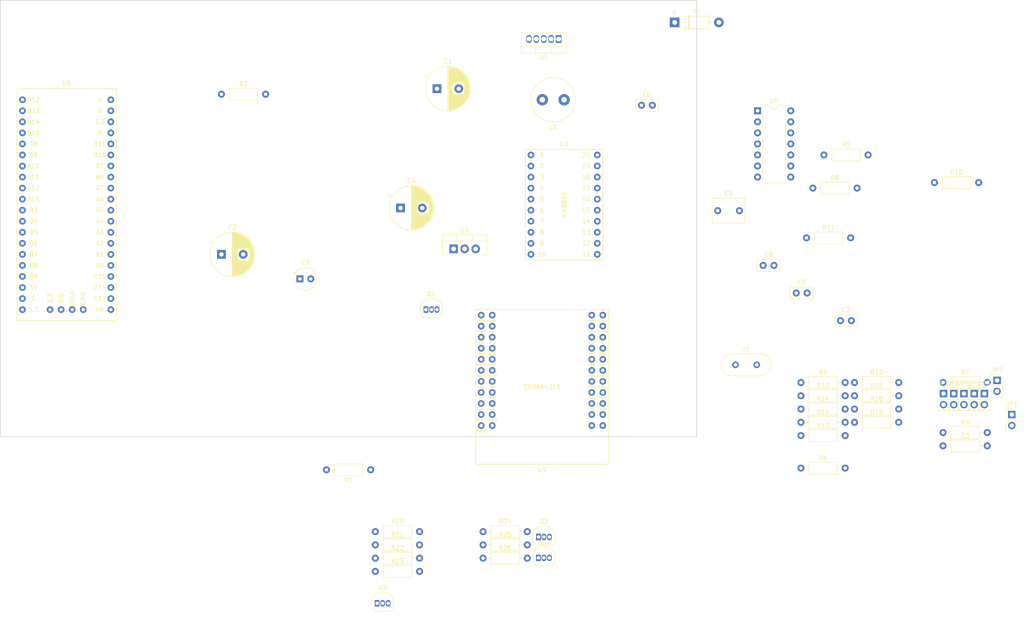
<source format=kicad_pcb>
(kicad_pcb (version 20171130) (host pcbnew "(5.1.2)-1")

  (general
    (thickness 1.6)
    (drawings 4)
    (tracks 0)
    (zones 0)
    (modules 55)
    (nets 44)
  )

  (page A4)
  (layers
    (0 F.Cu signal)
    (31 B.Cu signal)
    (32 B.Adhes user)
    (33 F.Adhes user)
    (34 B.Paste user)
    (35 F.Paste user)
    (36 B.SilkS user)
    (37 F.SilkS user)
    (38 B.Mask user)
    (39 F.Mask user)
    (40 Dwgs.User user)
    (41 Cmts.User user)
    (42 Eco1.User user)
    (43 Eco2.User user)
    (44 Edge.Cuts user)
    (45 Margin user)
    (46 B.CrtYd user)
    (47 F.CrtYd user)
    (48 B.Fab user)
    (49 F.Fab user)
  )

  (setup
    (last_trace_width 0.25)
    (trace_clearance 0.2)
    (zone_clearance 0.508)
    (zone_45_only no)
    (trace_min 0.2)
    (via_size 0.8)
    (via_drill 0.4)
    (via_min_size 0.4)
    (via_min_drill 0.3)
    (uvia_size 0.3)
    (uvia_drill 0.1)
    (uvias_allowed no)
    (uvia_min_size 0.2)
    (uvia_min_drill 0.1)
    (edge_width 0.15)
    (segment_width 0.2)
    (pcb_text_width 0.3)
    (pcb_text_size 1.5 1.5)
    (mod_edge_width 0.15)
    (mod_text_size 1 1)
    (mod_text_width 0.15)
    (pad_size 1.524 1.524)
    (pad_drill 0.762)
    (pad_to_mask_clearance 0.2)
    (solder_mask_min_width 0.25)
    (aux_axis_origin 0 0)
    (visible_elements 7FFFFFFF)
    (pcbplotparams
      (layerselection 0x010fc_ffffffff)
      (usegerberextensions false)
      (usegerberattributes false)
      (usegerberadvancedattributes false)
      (creategerberjobfile false)
      (excludeedgelayer true)
      (linewidth 0.100000)
      (plotframeref false)
      (viasonmask false)
      (mode 1)
      (useauxorigin false)
      (hpglpennumber 1)
      (hpglpenspeed 20)
      (hpglpendiameter 15.000000)
      (psnegative false)
      (psa4output false)
      (plotreference true)
      (plotvalue true)
      (plotinvisibletext false)
      (padsonsilk false)
      (subtractmaskfromsilk false)
      (outputformat 1)
      (mirror false)
      (drillshape 1)
      (scaleselection 1)
      (outputdirectory ""))
  )

  (net 0 "")
  (net 1 "Net-(D1-Pad1)")
  (net 2 /PowerSupply/12V)
  (net 3 /PowerSupply/5V)
  (net 4 /PowerSupply/HU_ON)
  (net 5 /I2SToSPDIF/DGND)
  (net 6 "Net-(C9-Pad1)")
  (net 7 PWR_ON)
  (net 8 "Net-(C6-Pad1)")
  (net 9 "Net-(C7-Pad1)")
  (net 10 "Net-(C9-Pad2)")
  (net 11 "Net-(JP1-Pad1)")
  (net 12 "Net-(JP1-Pad2)")
  (net 13 /I2SToSPDIF/I2S_SD_IN)
  (net 14 "Net-(JP2-Pad2)")
  (net 15 "Net-(JP3-Pad2)")
  (net 16 /BTModule/I2S_CLK)
  (net 17 /BTModule/I2S_WS)
  (net 18 "Net-(JP4-Pad2)")
  (net 19 "Net-(JP5-Pad2)")
  (net 20 "Net-(JP6-Pad2)")
  (net 21 "Net-(JP7-Pad2)")
  (net 22 "Net-(R3-Pad1)")
  (net 23 /I2SToSPDIF/SPDIF_OUTPUT)
  (net 24 /BTModule/BTModule_ButtonIF_3v3Divider/OUT_PIO6)
  (net 25 /BTModule/BTModule_ButtonIF_3v3Divider/OUT_PIO7)
  (net 26 /BTModule/BTModule_ButtonIF_3v3Divider/OUT_PIO8)
  (net 27 /BTModule/BTModule_ButtonIF_3v3Divider/OUT_PIO9)
  (net 28 /BTModule/BTModule_ButtonIF_3v3Divider/OUT_PIO18)
  (net 29 /BTModule/BTModule_ButtonIF_3v3Divider/OUT_PIO21)
  (net 30 /I2SToSPDIF/SPDIFOutput_buffered/SPDIF_TTL)
  (net 31 "Net-(U5-Pad11)")
  (net 32 /HU_CDC_InterfaceAdapter/3V3)
  (net 33 "Net-(Q2-Pad2)")
  (net 34 /I2SToSPDIF/RESETB)
  (net 35 "Net-(Q3-Pad3)")
  (net 36 "Net-(Q4-Pad3)")
  (net 37 /MainController/I2C1_SCL)
  (net 38 "Net-(R20-Pad1)")
  (net 39 /MainController/I2C1_SDA)
  (net 40 /MainController/I2S2_SCL)
  (net 41 /MainController/I2C2_SDA)
  (net 42 /HU_CDC_InterfaceAdapter/CDC_TX)
  (net 43 /HU_CDC_InterfaceAdapter/CDC_RX)

  (net_class Default "This is the default net class."
    (clearance 0.2)
    (trace_width 0.25)
    (via_dia 0.8)
    (via_drill 0.4)
    (uvia_dia 0.3)
    (uvia_drill 0.1)
    (add_net /BTModule/BTModule_ButtonIF_3v3Divider/OUT_PIO18)
    (add_net /BTModule/BTModule_ButtonIF_3v3Divider/OUT_PIO21)
    (add_net /BTModule/BTModule_ButtonIF_3v3Divider/OUT_PIO6)
    (add_net /BTModule/BTModule_ButtonIF_3v3Divider/OUT_PIO7)
    (add_net /BTModule/BTModule_ButtonIF_3v3Divider/OUT_PIO8)
    (add_net /BTModule/BTModule_ButtonIF_3v3Divider/OUT_PIO9)
    (add_net /BTModule/I2S_CLK)
    (add_net /BTModule/I2S_WS)
    (add_net /HU_CDC_InterfaceAdapter/3V3)
    (add_net /HU_CDC_InterfaceAdapter/CDC_RX)
    (add_net /HU_CDC_InterfaceAdapter/CDC_TX)
    (add_net /I2SToSPDIF/DGND)
    (add_net /I2SToSPDIF/I2S_SD_IN)
    (add_net /I2SToSPDIF/RESETB)
    (add_net /I2SToSPDIF/SPDIFOutput_buffered/SPDIF_TTL)
    (add_net /I2SToSPDIF/SPDIF_OUTPUT)
    (add_net /MainController/I2C1_SCL)
    (add_net /MainController/I2C1_SDA)
    (add_net /MainController/I2C2_SDA)
    (add_net /MainController/I2S2_SCL)
    (add_net /PowerSupply/12V)
    (add_net /PowerSupply/5V)
    (add_net /PowerSupply/HU_ON)
    (add_net "Net-(C6-Pad1)")
    (add_net "Net-(C7-Pad1)")
    (add_net "Net-(C9-Pad1)")
    (add_net "Net-(C9-Pad2)")
    (add_net "Net-(D1-Pad1)")
    (add_net "Net-(JP1-Pad1)")
    (add_net "Net-(JP1-Pad2)")
    (add_net "Net-(JP2-Pad2)")
    (add_net "Net-(JP3-Pad2)")
    (add_net "Net-(JP4-Pad2)")
    (add_net "Net-(JP5-Pad2)")
    (add_net "Net-(JP6-Pad2)")
    (add_net "Net-(JP7-Pad2)")
    (add_net "Net-(Q2-Pad2)")
    (add_net "Net-(Q3-Pad3)")
    (add_net "Net-(Q4-Pad3)")
    (add_net "Net-(R20-Pad1)")
    (add_net "Net-(R3-Pad1)")
    (add_net "Net-(U5-Pad11)")
    (add_net PWR_ON)
  )

  (module Capacitor_THT:CP_Radial_D10.0mm_P5.00mm (layer F.Cu) (tedit 5AE50EF1) (tstamp 5CD79439)
    (at 151.13 58.42)
    (descr "CP, Radial series, Radial, pin pitch=5.00mm, , diameter=10mm, Electrolytic Capacitor")
    (tags "CP Radial series Radial pin pitch 5.00mm  diameter 10mm Electrolytic Capacitor")
    (path /5CC08323/5CC092A3)
    (fp_text reference C1 (at 2.5 -6.25) (layer F.SilkS)
      (effects (font (size 1 1) (thickness 0.15)))
    )
    (fp_text value 100uF (at 2.5 6.25) (layer F.Fab)
      (effects (font (size 1 1) (thickness 0.15)))
    )
    (fp_circle (center 2.5 0) (end 7.5 0) (layer F.Fab) (width 0.1))
    (fp_circle (center 2.5 0) (end 7.62 0) (layer F.SilkS) (width 0.12))
    (fp_circle (center 2.5 0) (end 7.75 0) (layer F.CrtYd) (width 0.05))
    (fp_line (start -1.788861 -2.1875) (end -0.788861 -2.1875) (layer F.Fab) (width 0.1))
    (fp_line (start -1.288861 -2.6875) (end -1.288861 -1.6875) (layer F.Fab) (width 0.1))
    (fp_line (start 2.5 -5.08) (end 2.5 5.08) (layer F.SilkS) (width 0.12))
    (fp_line (start 2.54 -5.08) (end 2.54 5.08) (layer F.SilkS) (width 0.12))
    (fp_line (start 2.58 -5.08) (end 2.58 5.08) (layer F.SilkS) (width 0.12))
    (fp_line (start 2.62 -5.079) (end 2.62 5.079) (layer F.SilkS) (width 0.12))
    (fp_line (start 2.66 -5.078) (end 2.66 5.078) (layer F.SilkS) (width 0.12))
    (fp_line (start 2.7 -5.077) (end 2.7 5.077) (layer F.SilkS) (width 0.12))
    (fp_line (start 2.74 -5.075) (end 2.74 5.075) (layer F.SilkS) (width 0.12))
    (fp_line (start 2.78 -5.073) (end 2.78 5.073) (layer F.SilkS) (width 0.12))
    (fp_line (start 2.82 -5.07) (end 2.82 5.07) (layer F.SilkS) (width 0.12))
    (fp_line (start 2.86 -5.068) (end 2.86 5.068) (layer F.SilkS) (width 0.12))
    (fp_line (start 2.9 -5.065) (end 2.9 5.065) (layer F.SilkS) (width 0.12))
    (fp_line (start 2.94 -5.062) (end 2.94 5.062) (layer F.SilkS) (width 0.12))
    (fp_line (start 2.98 -5.058) (end 2.98 5.058) (layer F.SilkS) (width 0.12))
    (fp_line (start 3.02 -5.054) (end 3.02 5.054) (layer F.SilkS) (width 0.12))
    (fp_line (start 3.06 -5.05) (end 3.06 5.05) (layer F.SilkS) (width 0.12))
    (fp_line (start 3.1 -5.045) (end 3.1 5.045) (layer F.SilkS) (width 0.12))
    (fp_line (start 3.14 -5.04) (end 3.14 5.04) (layer F.SilkS) (width 0.12))
    (fp_line (start 3.18 -5.035) (end 3.18 5.035) (layer F.SilkS) (width 0.12))
    (fp_line (start 3.221 -5.03) (end 3.221 5.03) (layer F.SilkS) (width 0.12))
    (fp_line (start 3.261 -5.024) (end 3.261 5.024) (layer F.SilkS) (width 0.12))
    (fp_line (start 3.301 -5.018) (end 3.301 5.018) (layer F.SilkS) (width 0.12))
    (fp_line (start 3.341 -5.011) (end 3.341 5.011) (layer F.SilkS) (width 0.12))
    (fp_line (start 3.381 -5.004) (end 3.381 5.004) (layer F.SilkS) (width 0.12))
    (fp_line (start 3.421 -4.997) (end 3.421 4.997) (layer F.SilkS) (width 0.12))
    (fp_line (start 3.461 -4.99) (end 3.461 4.99) (layer F.SilkS) (width 0.12))
    (fp_line (start 3.501 -4.982) (end 3.501 4.982) (layer F.SilkS) (width 0.12))
    (fp_line (start 3.541 -4.974) (end 3.541 4.974) (layer F.SilkS) (width 0.12))
    (fp_line (start 3.581 -4.965) (end 3.581 4.965) (layer F.SilkS) (width 0.12))
    (fp_line (start 3.621 -4.956) (end 3.621 4.956) (layer F.SilkS) (width 0.12))
    (fp_line (start 3.661 -4.947) (end 3.661 4.947) (layer F.SilkS) (width 0.12))
    (fp_line (start 3.701 -4.938) (end 3.701 4.938) (layer F.SilkS) (width 0.12))
    (fp_line (start 3.741 -4.928) (end 3.741 4.928) (layer F.SilkS) (width 0.12))
    (fp_line (start 3.781 -4.918) (end 3.781 -1.241) (layer F.SilkS) (width 0.12))
    (fp_line (start 3.781 1.241) (end 3.781 4.918) (layer F.SilkS) (width 0.12))
    (fp_line (start 3.821 -4.907) (end 3.821 -1.241) (layer F.SilkS) (width 0.12))
    (fp_line (start 3.821 1.241) (end 3.821 4.907) (layer F.SilkS) (width 0.12))
    (fp_line (start 3.861 -4.897) (end 3.861 -1.241) (layer F.SilkS) (width 0.12))
    (fp_line (start 3.861 1.241) (end 3.861 4.897) (layer F.SilkS) (width 0.12))
    (fp_line (start 3.901 -4.885) (end 3.901 -1.241) (layer F.SilkS) (width 0.12))
    (fp_line (start 3.901 1.241) (end 3.901 4.885) (layer F.SilkS) (width 0.12))
    (fp_line (start 3.941 -4.874) (end 3.941 -1.241) (layer F.SilkS) (width 0.12))
    (fp_line (start 3.941 1.241) (end 3.941 4.874) (layer F.SilkS) (width 0.12))
    (fp_line (start 3.981 -4.862) (end 3.981 -1.241) (layer F.SilkS) (width 0.12))
    (fp_line (start 3.981 1.241) (end 3.981 4.862) (layer F.SilkS) (width 0.12))
    (fp_line (start 4.021 -4.85) (end 4.021 -1.241) (layer F.SilkS) (width 0.12))
    (fp_line (start 4.021 1.241) (end 4.021 4.85) (layer F.SilkS) (width 0.12))
    (fp_line (start 4.061 -4.837) (end 4.061 -1.241) (layer F.SilkS) (width 0.12))
    (fp_line (start 4.061 1.241) (end 4.061 4.837) (layer F.SilkS) (width 0.12))
    (fp_line (start 4.101 -4.824) (end 4.101 -1.241) (layer F.SilkS) (width 0.12))
    (fp_line (start 4.101 1.241) (end 4.101 4.824) (layer F.SilkS) (width 0.12))
    (fp_line (start 4.141 -4.811) (end 4.141 -1.241) (layer F.SilkS) (width 0.12))
    (fp_line (start 4.141 1.241) (end 4.141 4.811) (layer F.SilkS) (width 0.12))
    (fp_line (start 4.181 -4.797) (end 4.181 -1.241) (layer F.SilkS) (width 0.12))
    (fp_line (start 4.181 1.241) (end 4.181 4.797) (layer F.SilkS) (width 0.12))
    (fp_line (start 4.221 -4.783) (end 4.221 -1.241) (layer F.SilkS) (width 0.12))
    (fp_line (start 4.221 1.241) (end 4.221 4.783) (layer F.SilkS) (width 0.12))
    (fp_line (start 4.261 -4.768) (end 4.261 -1.241) (layer F.SilkS) (width 0.12))
    (fp_line (start 4.261 1.241) (end 4.261 4.768) (layer F.SilkS) (width 0.12))
    (fp_line (start 4.301 -4.754) (end 4.301 -1.241) (layer F.SilkS) (width 0.12))
    (fp_line (start 4.301 1.241) (end 4.301 4.754) (layer F.SilkS) (width 0.12))
    (fp_line (start 4.341 -4.738) (end 4.341 -1.241) (layer F.SilkS) (width 0.12))
    (fp_line (start 4.341 1.241) (end 4.341 4.738) (layer F.SilkS) (width 0.12))
    (fp_line (start 4.381 -4.723) (end 4.381 -1.241) (layer F.SilkS) (width 0.12))
    (fp_line (start 4.381 1.241) (end 4.381 4.723) (layer F.SilkS) (width 0.12))
    (fp_line (start 4.421 -4.707) (end 4.421 -1.241) (layer F.SilkS) (width 0.12))
    (fp_line (start 4.421 1.241) (end 4.421 4.707) (layer F.SilkS) (width 0.12))
    (fp_line (start 4.461 -4.69) (end 4.461 -1.241) (layer F.SilkS) (width 0.12))
    (fp_line (start 4.461 1.241) (end 4.461 4.69) (layer F.SilkS) (width 0.12))
    (fp_line (start 4.501 -4.674) (end 4.501 -1.241) (layer F.SilkS) (width 0.12))
    (fp_line (start 4.501 1.241) (end 4.501 4.674) (layer F.SilkS) (width 0.12))
    (fp_line (start 4.541 -4.657) (end 4.541 -1.241) (layer F.SilkS) (width 0.12))
    (fp_line (start 4.541 1.241) (end 4.541 4.657) (layer F.SilkS) (width 0.12))
    (fp_line (start 4.581 -4.639) (end 4.581 -1.241) (layer F.SilkS) (width 0.12))
    (fp_line (start 4.581 1.241) (end 4.581 4.639) (layer F.SilkS) (width 0.12))
    (fp_line (start 4.621 -4.621) (end 4.621 -1.241) (layer F.SilkS) (width 0.12))
    (fp_line (start 4.621 1.241) (end 4.621 4.621) (layer F.SilkS) (width 0.12))
    (fp_line (start 4.661 -4.603) (end 4.661 -1.241) (layer F.SilkS) (width 0.12))
    (fp_line (start 4.661 1.241) (end 4.661 4.603) (layer F.SilkS) (width 0.12))
    (fp_line (start 4.701 -4.584) (end 4.701 -1.241) (layer F.SilkS) (width 0.12))
    (fp_line (start 4.701 1.241) (end 4.701 4.584) (layer F.SilkS) (width 0.12))
    (fp_line (start 4.741 -4.564) (end 4.741 -1.241) (layer F.SilkS) (width 0.12))
    (fp_line (start 4.741 1.241) (end 4.741 4.564) (layer F.SilkS) (width 0.12))
    (fp_line (start 4.781 -4.545) (end 4.781 -1.241) (layer F.SilkS) (width 0.12))
    (fp_line (start 4.781 1.241) (end 4.781 4.545) (layer F.SilkS) (width 0.12))
    (fp_line (start 4.821 -4.525) (end 4.821 -1.241) (layer F.SilkS) (width 0.12))
    (fp_line (start 4.821 1.241) (end 4.821 4.525) (layer F.SilkS) (width 0.12))
    (fp_line (start 4.861 -4.504) (end 4.861 -1.241) (layer F.SilkS) (width 0.12))
    (fp_line (start 4.861 1.241) (end 4.861 4.504) (layer F.SilkS) (width 0.12))
    (fp_line (start 4.901 -4.483) (end 4.901 -1.241) (layer F.SilkS) (width 0.12))
    (fp_line (start 4.901 1.241) (end 4.901 4.483) (layer F.SilkS) (width 0.12))
    (fp_line (start 4.941 -4.462) (end 4.941 -1.241) (layer F.SilkS) (width 0.12))
    (fp_line (start 4.941 1.241) (end 4.941 4.462) (layer F.SilkS) (width 0.12))
    (fp_line (start 4.981 -4.44) (end 4.981 -1.241) (layer F.SilkS) (width 0.12))
    (fp_line (start 4.981 1.241) (end 4.981 4.44) (layer F.SilkS) (width 0.12))
    (fp_line (start 5.021 -4.417) (end 5.021 -1.241) (layer F.SilkS) (width 0.12))
    (fp_line (start 5.021 1.241) (end 5.021 4.417) (layer F.SilkS) (width 0.12))
    (fp_line (start 5.061 -4.395) (end 5.061 -1.241) (layer F.SilkS) (width 0.12))
    (fp_line (start 5.061 1.241) (end 5.061 4.395) (layer F.SilkS) (width 0.12))
    (fp_line (start 5.101 -4.371) (end 5.101 -1.241) (layer F.SilkS) (width 0.12))
    (fp_line (start 5.101 1.241) (end 5.101 4.371) (layer F.SilkS) (width 0.12))
    (fp_line (start 5.141 -4.347) (end 5.141 -1.241) (layer F.SilkS) (width 0.12))
    (fp_line (start 5.141 1.241) (end 5.141 4.347) (layer F.SilkS) (width 0.12))
    (fp_line (start 5.181 -4.323) (end 5.181 -1.241) (layer F.SilkS) (width 0.12))
    (fp_line (start 5.181 1.241) (end 5.181 4.323) (layer F.SilkS) (width 0.12))
    (fp_line (start 5.221 -4.298) (end 5.221 -1.241) (layer F.SilkS) (width 0.12))
    (fp_line (start 5.221 1.241) (end 5.221 4.298) (layer F.SilkS) (width 0.12))
    (fp_line (start 5.261 -4.273) (end 5.261 -1.241) (layer F.SilkS) (width 0.12))
    (fp_line (start 5.261 1.241) (end 5.261 4.273) (layer F.SilkS) (width 0.12))
    (fp_line (start 5.301 -4.247) (end 5.301 -1.241) (layer F.SilkS) (width 0.12))
    (fp_line (start 5.301 1.241) (end 5.301 4.247) (layer F.SilkS) (width 0.12))
    (fp_line (start 5.341 -4.221) (end 5.341 -1.241) (layer F.SilkS) (width 0.12))
    (fp_line (start 5.341 1.241) (end 5.341 4.221) (layer F.SilkS) (width 0.12))
    (fp_line (start 5.381 -4.194) (end 5.381 -1.241) (layer F.SilkS) (width 0.12))
    (fp_line (start 5.381 1.241) (end 5.381 4.194) (layer F.SilkS) (width 0.12))
    (fp_line (start 5.421 -4.166) (end 5.421 -1.241) (layer F.SilkS) (width 0.12))
    (fp_line (start 5.421 1.241) (end 5.421 4.166) (layer F.SilkS) (width 0.12))
    (fp_line (start 5.461 -4.138) (end 5.461 -1.241) (layer F.SilkS) (width 0.12))
    (fp_line (start 5.461 1.241) (end 5.461 4.138) (layer F.SilkS) (width 0.12))
    (fp_line (start 5.501 -4.11) (end 5.501 -1.241) (layer F.SilkS) (width 0.12))
    (fp_line (start 5.501 1.241) (end 5.501 4.11) (layer F.SilkS) (width 0.12))
    (fp_line (start 5.541 -4.08) (end 5.541 -1.241) (layer F.SilkS) (width 0.12))
    (fp_line (start 5.541 1.241) (end 5.541 4.08) (layer F.SilkS) (width 0.12))
    (fp_line (start 5.581 -4.05) (end 5.581 -1.241) (layer F.SilkS) (width 0.12))
    (fp_line (start 5.581 1.241) (end 5.581 4.05) (layer F.SilkS) (width 0.12))
    (fp_line (start 5.621 -4.02) (end 5.621 -1.241) (layer F.SilkS) (width 0.12))
    (fp_line (start 5.621 1.241) (end 5.621 4.02) (layer F.SilkS) (width 0.12))
    (fp_line (start 5.661 -3.989) (end 5.661 -1.241) (layer F.SilkS) (width 0.12))
    (fp_line (start 5.661 1.241) (end 5.661 3.989) (layer F.SilkS) (width 0.12))
    (fp_line (start 5.701 -3.957) (end 5.701 -1.241) (layer F.SilkS) (width 0.12))
    (fp_line (start 5.701 1.241) (end 5.701 3.957) (layer F.SilkS) (width 0.12))
    (fp_line (start 5.741 -3.925) (end 5.741 -1.241) (layer F.SilkS) (width 0.12))
    (fp_line (start 5.741 1.241) (end 5.741 3.925) (layer F.SilkS) (width 0.12))
    (fp_line (start 5.781 -3.892) (end 5.781 -1.241) (layer F.SilkS) (width 0.12))
    (fp_line (start 5.781 1.241) (end 5.781 3.892) (layer F.SilkS) (width 0.12))
    (fp_line (start 5.821 -3.858) (end 5.821 -1.241) (layer F.SilkS) (width 0.12))
    (fp_line (start 5.821 1.241) (end 5.821 3.858) (layer F.SilkS) (width 0.12))
    (fp_line (start 5.861 -3.824) (end 5.861 -1.241) (layer F.SilkS) (width 0.12))
    (fp_line (start 5.861 1.241) (end 5.861 3.824) (layer F.SilkS) (width 0.12))
    (fp_line (start 5.901 -3.789) (end 5.901 -1.241) (layer F.SilkS) (width 0.12))
    (fp_line (start 5.901 1.241) (end 5.901 3.789) (layer F.SilkS) (width 0.12))
    (fp_line (start 5.941 -3.753) (end 5.941 -1.241) (layer F.SilkS) (width 0.12))
    (fp_line (start 5.941 1.241) (end 5.941 3.753) (layer F.SilkS) (width 0.12))
    (fp_line (start 5.981 -3.716) (end 5.981 -1.241) (layer F.SilkS) (width 0.12))
    (fp_line (start 5.981 1.241) (end 5.981 3.716) (layer F.SilkS) (width 0.12))
    (fp_line (start 6.021 -3.679) (end 6.021 -1.241) (layer F.SilkS) (width 0.12))
    (fp_line (start 6.021 1.241) (end 6.021 3.679) (layer F.SilkS) (width 0.12))
    (fp_line (start 6.061 -3.64) (end 6.061 -1.241) (layer F.SilkS) (width 0.12))
    (fp_line (start 6.061 1.241) (end 6.061 3.64) (layer F.SilkS) (width 0.12))
    (fp_line (start 6.101 -3.601) (end 6.101 -1.241) (layer F.SilkS) (width 0.12))
    (fp_line (start 6.101 1.241) (end 6.101 3.601) (layer F.SilkS) (width 0.12))
    (fp_line (start 6.141 -3.561) (end 6.141 -1.241) (layer F.SilkS) (width 0.12))
    (fp_line (start 6.141 1.241) (end 6.141 3.561) (layer F.SilkS) (width 0.12))
    (fp_line (start 6.181 -3.52) (end 6.181 -1.241) (layer F.SilkS) (width 0.12))
    (fp_line (start 6.181 1.241) (end 6.181 3.52) (layer F.SilkS) (width 0.12))
    (fp_line (start 6.221 -3.478) (end 6.221 -1.241) (layer F.SilkS) (width 0.12))
    (fp_line (start 6.221 1.241) (end 6.221 3.478) (layer F.SilkS) (width 0.12))
    (fp_line (start 6.261 -3.436) (end 6.261 3.436) (layer F.SilkS) (width 0.12))
    (fp_line (start 6.301 -3.392) (end 6.301 3.392) (layer F.SilkS) (width 0.12))
    (fp_line (start 6.341 -3.347) (end 6.341 3.347) (layer F.SilkS) (width 0.12))
    (fp_line (start 6.381 -3.301) (end 6.381 3.301) (layer F.SilkS) (width 0.12))
    (fp_line (start 6.421 -3.254) (end 6.421 3.254) (layer F.SilkS) (width 0.12))
    (fp_line (start 6.461 -3.206) (end 6.461 3.206) (layer F.SilkS) (width 0.12))
    (fp_line (start 6.501 -3.156) (end 6.501 3.156) (layer F.SilkS) (width 0.12))
    (fp_line (start 6.541 -3.106) (end 6.541 3.106) (layer F.SilkS) (width 0.12))
    (fp_line (start 6.581 -3.054) (end 6.581 3.054) (layer F.SilkS) (width 0.12))
    (fp_line (start 6.621 -3) (end 6.621 3) (layer F.SilkS) (width 0.12))
    (fp_line (start 6.661 -2.945) (end 6.661 2.945) (layer F.SilkS) (width 0.12))
    (fp_line (start 6.701 -2.889) (end 6.701 2.889) (layer F.SilkS) (width 0.12))
    (fp_line (start 6.741 -2.83) (end 6.741 2.83) (layer F.SilkS) (width 0.12))
    (fp_line (start 6.781 -2.77) (end 6.781 2.77) (layer F.SilkS) (width 0.12))
    (fp_line (start 6.821 -2.709) (end 6.821 2.709) (layer F.SilkS) (width 0.12))
    (fp_line (start 6.861 -2.645) (end 6.861 2.645) (layer F.SilkS) (width 0.12))
    (fp_line (start 6.901 -2.579) (end 6.901 2.579) (layer F.SilkS) (width 0.12))
    (fp_line (start 6.941 -2.51) (end 6.941 2.51) (layer F.SilkS) (width 0.12))
    (fp_line (start 6.981 -2.439) (end 6.981 2.439) (layer F.SilkS) (width 0.12))
    (fp_line (start 7.021 -2.365) (end 7.021 2.365) (layer F.SilkS) (width 0.12))
    (fp_line (start 7.061 -2.289) (end 7.061 2.289) (layer F.SilkS) (width 0.12))
    (fp_line (start 7.101 -2.209) (end 7.101 2.209) (layer F.SilkS) (width 0.12))
    (fp_line (start 7.141 -2.125) (end 7.141 2.125) (layer F.SilkS) (width 0.12))
    (fp_line (start 7.181 -2.037) (end 7.181 2.037) (layer F.SilkS) (width 0.12))
    (fp_line (start 7.221 -1.944) (end 7.221 1.944) (layer F.SilkS) (width 0.12))
    (fp_line (start 7.261 -1.846) (end 7.261 1.846) (layer F.SilkS) (width 0.12))
    (fp_line (start 7.301 -1.742) (end 7.301 1.742) (layer F.SilkS) (width 0.12))
    (fp_line (start 7.341 -1.63) (end 7.341 1.63) (layer F.SilkS) (width 0.12))
    (fp_line (start 7.381 -1.51) (end 7.381 1.51) (layer F.SilkS) (width 0.12))
    (fp_line (start 7.421 -1.378) (end 7.421 1.378) (layer F.SilkS) (width 0.12))
    (fp_line (start 7.461 -1.23) (end 7.461 1.23) (layer F.SilkS) (width 0.12))
    (fp_line (start 7.501 -1.062) (end 7.501 1.062) (layer F.SilkS) (width 0.12))
    (fp_line (start 7.541 -0.862) (end 7.541 0.862) (layer F.SilkS) (width 0.12))
    (fp_line (start 7.581 -0.599) (end 7.581 0.599) (layer F.SilkS) (width 0.12))
    (fp_line (start -2.979646 -2.875) (end -1.979646 -2.875) (layer F.SilkS) (width 0.12))
    (fp_line (start -2.479646 -3.375) (end -2.479646 -2.375) (layer F.SilkS) (width 0.12))
    (fp_text user %R (at 2.5 0) (layer F.Fab)
      (effects (font (size 1 1) (thickness 0.15)))
    )
    (pad 1 thru_hole rect (at 0 0) (size 2 2) (drill 1) (layers *.Cu *.Mask)
      (net 2 /PowerSupply/12V))
    (pad 2 thru_hole circle (at 5 0) (size 2 2) (drill 1) (layers *.Cu *.Mask)
      (net 5 /I2SToSPDIF/DGND))
    (model ${KISYS3DMOD}/Capacitor_THT.3dshapes/CP_Radial_D10.0mm_P5.00mm.wrl
      (at (xyz 0 0 0))
      (scale (xyz 1 1 1))
      (rotate (xyz 0 0 0))
    )
  )

  (module Capacitor_THT:CP_Radial_D10.0mm_P5.00mm (layer F.Cu) (tedit 5AE50EF1) (tstamp 5CD79F98)
    (at 101.6 96.52)
    (descr "CP, Radial series, Radial, pin pitch=5.00mm, , diameter=10mm, Electrolytic Capacitor")
    (tags "CP Radial series Radial pin pitch 5.00mm  diameter 10mm Electrolytic Capacitor")
    (path /5CC08323/5CC092AA)
    (fp_text reference C2 (at 2.5 -6.25) (layer F.SilkS)
      (effects (font (size 1 1) (thickness 0.15)))
    )
    (fp_text value 330uF (at 2.5 6.25) (layer F.Fab)
      (effects (font (size 1 1) (thickness 0.15)))
    )
    (fp_text user %R (at 2.5 0) (layer F.Fab)
      (effects (font (size 1 1) (thickness 0.15)))
    )
    (fp_line (start -2.479646 -3.375) (end -2.479646 -2.375) (layer F.SilkS) (width 0.12))
    (fp_line (start -2.979646 -2.875) (end -1.979646 -2.875) (layer F.SilkS) (width 0.12))
    (fp_line (start 7.581 -0.599) (end 7.581 0.599) (layer F.SilkS) (width 0.12))
    (fp_line (start 7.541 -0.862) (end 7.541 0.862) (layer F.SilkS) (width 0.12))
    (fp_line (start 7.501 -1.062) (end 7.501 1.062) (layer F.SilkS) (width 0.12))
    (fp_line (start 7.461 -1.23) (end 7.461 1.23) (layer F.SilkS) (width 0.12))
    (fp_line (start 7.421 -1.378) (end 7.421 1.378) (layer F.SilkS) (width 0.12))
    (fp_line (start 7.381 -1.51) (end 7.381 1.51) (layer F.SilkS) (width 0.12))
    (fp_line (start 7.341 -1.63) (end 7.341 1.63) (layer F.SilkS) (width 0.12))
    (fp_line (start 7.301 -1.742) (end 7.301 1.742) (layer F.SilkS) (width 0.12))
    (fp_line (start 7.261 -1.846) (end 7.261 1.846) (layer F.SilkS) (width 0.12))
    (fp_line (start 7.221 -1.944) (end 7.221 1.944) (layer F.SilkS) (width 0.12))
    (fp_line (start 7.181 -2.037) (end 7.181 2.037) (layer F.SilkS) (width 0.12))
    (fp_line (start 7.141 -2.125) (end 7.141 2.125) (layer F.SilkS) (width 0.12))
    (fp_line (start 7.101 -2.209) (end 7.101 2.209) (layer F.SilkS) (width 0.12))
    (fp_line (start 7.061 -2.289) (end 7.061 2.289) (layer F.SilkS) (width 0.12))
    (fp_line (start 7.021 -2.365) (end 7.021 2.365) (layer F.SilkS) (width 0.12))
    (fp_line (start 6.981 -2.439) (end 6.981 2.439) (layer F.SilkS) (width 0.12))
    (fp_line (start 6.941 -2.51) (end 6.941 2.51) (layer F.SilkS) (width 0.12))
    (fp_line (start 6.901 -2.579) (end 6.901 2.579) (layer F.SilkS) (width 0.12))
    (fp_line (start 6.861 -2.645) (end 6.861 2.645) (layer F.SilkS) (width 0.12))
    (fp_line (start 6.821 -2.709) (end 6.821 2.709) (layer F.SilkS) (width 0.12))
    (fp_line (start 6.781 -2.77) (end 6.781 2.77) (layer F.SilkS) (width 0.12))
    (fp_line (start 6.741 -2.83) (end 6.741 2.83) (layer F.SilkS) (width 0.12))
    (fp_line (start 6.701 -2.889) (end 6.701 2.889) (layer F.SilkS) (width 0.12))
    (fp_line (start 6.661 -2.945) (end 6.661 2.945) (layer F.SilkS) (width 0.12))
    (fp_line (start 6.621 -3) (end 6.621 3) (layer F.SilkS) (width 0.12))
    (fp_line (start 6.581 -3.054) (end 6.581 3.054) (layer F.SilkS) (width 0.12))
    (fp_line (start 6.541 -3.106) (end 6.541 3.106) (layer F.SilkS) (width 0.12))
    (fp_line (start 6.501 -3.156) (end 6.501 3.156) (layer F.SilkS) (width 0.12))
    (fp_line (start 6.461 -3.206) (end 6.461 3.206) (layer F.SilkS) (width 0.12))
    (fp_line (start 6.421 -3.254) (end 6.421 3.254) (layer F.SilkS) (width 0.12))
    (fp_line (start 6.381 -3.301) (end 6.381 3.301) (layer F.SilkS) (width 0.12))
    (fp_line (start 6.341 -3.347) (end 6.341 3.347) (layer F.SilkS) (width 0.12))
    (fp_line (start 6.301 -3.392) (end 6.301 3.392) (layer F.SilkS) (width 0.12))
    (fp_line (start 6.261 -3.436) (end 6.261 3.436) (layer F.SilkS) (width 0.12))
    (fp_line (start 6.221 1.241) (end 6.221 3.478) (layer F.SilkS) (width 0.12))
    (fp_line (start 6.221 -3.478) (end 6.221 -1.241) (layer F.SilkS) (width 0.12))
    (fp_line (start 6.181 1.241) (end 6.181 3.52) (layer F.SilkS) (width 0.12))
    (fp_line (start 6.181 -3.52) (end 6.181 -1.241) (layer F.SilkS) (width 0.12))
    (fp_line (start 6.141 1.241) (end 6.141 3.561) (layer F.SilkS) (width 0.12))
    (fp_line (start 6.141 -3.561) (end 6.141 -1.241) (layer F.SilkS) (width 0.12))
    (fp_line (start 6.101 1.241) (end 6.101 3.601) (layer F.SilkS) (width 0.12))
    (fp_line (start 6.101 -3.601) (end 6.101 -1.241) (layer F.SilkS) (width 0.12))
    (fp_line (start 6.061 1.241) (end 6.061 3.64) (layer F.SilkS) (width 0.12))
    (fp_line (start 6.061 -3.64) (end 6.061 -1.241) (layer F.SilkS) (width 0.12))
    (fp_line (start 6.021 1.241) (end 6.021 3.679) (layer F.SilkS) (width 0.12))
    (fp_line (start 6.021 -3.679) (end 6.021 -1.241) (layer F.SilkS) (width 0.12))
    (fp_line (start 5.981 1.241) (end 5.981 3.716) (layer F.SilkS) (width 0.12))
    (fp_line (start 5.981 -3.716) (end 5.981 -1.241) (layer F.SilkS) (width 0.12))
    (fp_line (start 5.941 1.241) (end 5.941 3.753) (layer F.SilkS) (width 0.12))
    (fp_line (start 5.941 -3.753) (end 5.941 -1.241) (layer F.SilkS) (width 0.12))
    (fp_line (start 5.901 1.241) (end 5.901 3.789) (layer F.SilkS) (width 0.12))
    (fp_line (start 5.901 -3.789) (end 5.901 -1.241) (layer F.SilkS) (width 0.12))
    (fp_line (start 5.861 1.241) (end 5.861 3.824) (layer F.SilkS) (width 0.12))
    (fp_line (start 5.861 -3.824) (end 5.861 -1.241) (layer F.SilkS) (width 0.12))
    (fp_line (start 5.821 1.241) (end 5.821 3.858) (layer F.SilkS) (width 0.12))
    (fp_line (start 5.821 -3.858) (end 5.821 -1.241) (layer F.SilkS) (width 0.12))
    (fp_line (start 5.781 1.241) (end 5.781 3.892) (layer F.SilkS) (width 0.12))
    (fp_line (start 5.781 -3.892) (end 5.781 -1.241) (layer F.SilkS) (width 0.12))
    (fp_line (start 5.741 1.241) (end 5.741 3.925) (layer F.SilkS) (width 0.12))
    (fp_line (start 5.741 -3.925) (end 5.741 -1.241) (layer F.SilkS) (width 0.12))
    (fp_line (start 5.701 1.241) (end 5.701 3.957) (layer F.SilkS) (width 0.12))
    (fp_line (start 5.701 -3.957) (end 5.701 -1.241) (layer F.SilkS) (width 0.12))
    (fp_line (start 5.661 1.241) (end 5.661 3.989) (layer F.SilkS) (width 0.12))
    (fp_line (start 5.661 -3.989) (end 5.661 -1.241) (layer F.SilkS) (width 0.12))
    (fp_line (start 5.621 1.241) (end 5.621 4.02) (layer F.SilkS) (width 0.12))
    (fp_line (start 5.621 -4.02) (end 5.621 -1.241) (layer F.SilkS) (width 0.12))
    (fp_line (start 5.581 1.241) (end 5.581 4.05) (layer F.SilkS) (width 0.12))
    (fp_line (start 5.581 -4.05) (end 5.581 -1.241) (layer F.SilkS) (width 0.12))
    (fp_line (start 5.541 1.241) (end 5.541 4.08) (layer F.SilkS) (width 0.12))
    (fp_line (start 5.541 -4.08) (end 5.541 -1.241) (layer F.SilkS) (width 0.12))
    (fp_line (start 5.501 1.241) (end 5.501 4.11) (layer F.SilkS) (width 0.12))
    (fp_line (start 5.501 -4.11) (end 5.501 -1.241) (layer F.SilkS) (width 0.12))
    (fp_line (start 5.461 1.241) (end 5.461 4.138) (layer F.SilkS) (width 0.12))
    (fp_line (start 5.461 -4.138) (end 5.461 -1.241) (layer F.SilkS) (width 0.12))
    (fp_line (start 5.421 1.241) (end 5.421 4.166) (layer F.SilkS) (width 0.12))
    (fp_line (start 5.421 -4.166) (end 5.421 -1.241) (layer F.SilkS) (width 0.12))
    (fp_line (start 5.381 1.241) (end 5.381 4.194) (layer F.SilkS) (width 0.12))
    (fp_line (start 5.381 -4.194) (end 5.381 -1.241) (layer F.SilkS) (width 0.12))
    (fp_line (start 5.341 1.241) (end 5.341 4.221) (layer F.SilkS) (width 0.12))
    (fp_line (start 5.341 -4.221) (end 5.341 -1.241) (layer F.SilkS) (width 0.12))
    (fp_line (start 5.301 1.241) (end 5.301 4.247) (layer F.SilkS) (width 0.12))
    (fp_line (start 5.301 -4.247) (end 5.301 -1.241) (layer F.SilkS) (width 0.12))
    (fp_line (start 5.261 1.241) (end 5.261 4.273) (layer F.SilkS) (width 0.12))
    (fp_line (start 5.261 -4.273) (end 5.261 -1.241) (layer F.SilkS) (width 0.12))
    (fp_line (start 5.221 1.241) (end 5.221 4.298) (layer F.SilkS) (width 0.12))
    (fp_line (start 5.221 -4.298) (end 5.221 -1.241) (layer F.SilkS) (width 0.12))
    (fp_line (start 5.181 1.241) (end 5.181 4.323) (layer F.SilkS) (width 0.12))
    (fp_line (start 5.181 -4.323) (end 5.181 -1.241) (layer F.SilkS) (width 0.12))
    (fp_line (start 5.141 1.241) (end 5.141 4.347) (layer F.SilkS) (width 0.12))
    (fp_line (start 5.141 -4.347) (end 5.141 -1.241) (layer F.SilkS) (width 0.12))
    (fp_line (start 5.101 1.241) (end 5.101 4.371) (layer F.SilkS) (width 0.12))
    (fp_line (start 5.101 -4.371) (end 5.101 -1.241) (layer F.SilkS) (width 0.12))
    (fp_line (start 5.061 1.241) (end 5.061 4.395) (layer F.SilkS) (width 0.12))
    (fp_line (start 5.061 -4.395) (end 5.061 -1.241) (layer F.SilkS) (width 0.12))
    (fp_line (start 5.021 1.241) (end 5.021 4.417) (layer F.SilkS) (width 0.12))
    (fp_line (start 5.021 -4.417) (end 5.021 -1.241) (layer F.SilkS) (width 0.12))
    (fp_line (start 4.981 1.241) (end 4.981 4.44) (layer F.SilkS) (width 0.12))
    (fp_line (start 4.981 -4.44) (end 4.981 -1.241) (layer F.SilkS) (width 0.12))
    (fp_line (start 4.941 1.241) (end 4.941 4.462) (layer F.SilkS) (width 0.12))
    (fp_line (start 4.941 -4.462) (end 4.941 -1.241) (layer F.SilkS) (width 0.12))
    (fp_line (start 4.901 1.241) (end 4.901 4.483) (layer F.SilkS) (width 0.12))
    (fp_line (start 4.901 -4.483) (end 4.901 -1.241) (layer F.SilkS) (width 0.12))
    (fp_line (start 4.861 1.241) (end 4.861 4.504) (layer F.SilkS) (width 0.12))
    (fp_line (start 4.861 -4.504) (end 4.861 -1.241) (layer F.SilkS) (width 0.12))
    (fp_line (start 4.821 1.241) (end 4.821 4.525) (layer F.SilkS) (width 0.12))
    (fp_line (start 4.821 -4.525) (end 4.821 -1.241) (layer F.SilkS) (width 0.12))
    (fp_line (start 4.781 1.241) (end 4.781 4.545) (layer F.SilkS) (width 0.12))
    (fp_line (start 4.781 -4.545) (end 4.781 -1.241) (layer F.SilkS) (width 0.12))
    (fp_line (start 4.741 1.241) (end 4.741 4.564) (layer F.SilkS) (width 0.12))
    (fp_line (start 4.741 -4.564) (end 4.741 -1.241) (layer F.SilkS) (width 0.12))
    (fp_line (start 4.701 1.241) (end 4.701 4.584) (layer F.SilkS) (width 0.12))
    (fp_line (start 4.701 -4.584) (end 4.701 -1.241) (layer F.SilkS) (width 0.12))
    (fp_line (start 4.661 1.241) (end 4.661 4.603) (layer F.SilkS) (width 0.12))
    (fp_line (start 4.661 -4.603) (end 4.661 -1.241) (layer F.SilkS) (width 0.12))
    (fp_line (start 4.621 1.241) (end 4.621 4.621) (layer F.SilkS) (width 0.12))
    (fp_line (start 4.621 -4.621) (end 4.621 -1.241) (layer F.SilkS) (width 0.12))
    (fp_line (start 4.581 1.241) (end 4.581 4.639) (layer F.SilkS) (width 0.12))
    (fp_line (start 4.581 -4.639) (end 4.581 -1.241) (layer F.SilkS) (width 0.12))
    (fp_line (start 4.541 1.241) (end 4.541 4.657) (layer F.SilkS) (width 0.12))
    (fp_line (start 4.541 -4.657) (end 4.541 -1.241) (layer F.SilkS) (width 0.12))
    (fp_line (start 4.501 1.241) (end 4.501 4.674) (layer F.SilkS) (width 0.12))
    (fp_line (start 4.501 -4.674) (end 4.501 -1.241) (layer F.SilkS) (width 0.12))
    (fp_line (start 4.461 1.241) (end 4.461 4.69) (layer F.SilkS) (width 0.12))
    (fp_line (start 4.461 -4.69) (end 4.461 -1.241) (layer F.SilkS) (width 0.12))
    (fp_line (start 4.421 1.241) (end 4.421 4.707) (layer F.SilkS) (width 0.12))
    (fp_line (start 4.421 -4.707) (end 4.421 -1.241) (layer F.SilkS) (width 0.12))
    (fp_line (start 4.381 1.241) (end 4.381 4.723) (layer F.SilkS) (width 0.12))
    (fp_line (start 4.381 -4.723) (end 4.381 -1.241) (layer F.SilkS) (width 0.12))
    (fp_line (start 4.341 1.241) (end 4.341 4.738) (layer F.SilkS) (width 0.12))
    (fp_line (start 4.341 -4.738) (end 4.341 -1.241) (layer F.SilkS) (width 0.12))
    (fp_line (start 4.301 1.241) (end 4.301 4.754) (layer F.SilkS) (width 0.12))
    (fp_line (start 4.301 -4.754) (end 4.301 -1.241) (layer F.SilkS) (width 0.12))
    (fp_line (start 4.261 1.241) (end 4.261 4.768) (layer F.SilkS) (width 0.12))
    (fp_line (start 4.261 -4.768) (end 4.261 -1.241) (layer F.SilkS) (width 0.12))
    (fp_line (start 4.221 1.241) (end 4.221 4.783) (layer F.SilkS) (width 0.12))
    (fp_line (start 4.221 -4.783) (end 4.221 -1.241) (layer F.SilkS) (width 0.12))
    (fp_line (start 4.181 1.241) (end 4.181 4.797) (layer F.SilkS) (width 0.12))
    (fp_line (start 4.181 -4.797) (end 4.181 -1.241) (layer F.SilkS) (width 0.12))
    (fp_line (start 4.141 1.241) (end 4.141 4.811) (layer F.SilkS) (width 0.12))
    (fp_line (start 4.141 -4.811) (end 4.141 -1.241) (layer F.SilkS) (width 0.12))
    (fp_line (start 4.101 1.241) (end 4.101 4.824) (layer F.SilkS) (width 0.12))
    (fp_line (start 4.101 -4.824) (end 4.101 -1.241) (layer F.SilkS) (width 0.12))
    (fp_line (start 4.061 1.241) (end 4.061 4.837) (layer F.SilkS) (width 0.12))
    (fp_line (start 4.061 -4.837) (end 4.061 -1.241) (layer F.SilkS) (width 0.12))
    (fp_line (start 4.021 1.241) (end 4.021 4.85) (layer F.SilkS) (width 0.12))
    (fp_line (start 4.021 -4.85) (end 4.021 -1.241) (layer F.SilkS) (width 0.12))
    (fp_line (start 3.981 1.241) (end 3.981 4.862) (layer F.SilkS) (width 0.12))
    (fp_line (start 3.981 -4.862) (end 3.981 -1.241) (layer F.SilkS) (width 0.12))
    (fp_line (start 3.941 1.241) (end 3.941 4.874) (layer F.SilkS) (width 0.12))
    (fp_line (start 3.941 -4.874) (end 3.941 -1.241) (layer F.SilkS) (width 0.12))
    (fp_line (start 3.901 1.241) (end 3.901 4.885) (layer F.SilkS) (width 0.12))
    (fp_line (start 3.901 -4.885) (end 3.901 -1.241) (layer F.SilkS) (width 0.12))
    (fp_line (start 3.861 1.241) (end 3.861 4.897) (layer F.SilkS) (width 0.12))
    (fp_line (start 3.861 -4.897) (end 3.861 -1.241) (layer F.SilkS) (width 0.12))
    (fp_line (start 3.821 1.241) (end 3.821 4.907) (layer F.SilkS) (width 0.12))
    (fp_line (start 3.821 -4.907) (end 3.821 -1.241) (layer F.SilkS) (width 0.12))
    (fp_line (start 3.781 1.241) (end 3.781 4.918) (layer F.SilkS) (width 0.12))
    (fp_line (start 3.781 -4.918) (end 3.781 -1.241) (layer F.SilkS) (width 0.12))
    (fp_line (start 3.741 -4.928) (end 3.741 4.928) (layer F.SilkS) (width 0.12))
    (fp_line (start 3.701 -4.938) (end 3.701 4.938) (layer F.SilkS) (width 0.12))
    (fp_line (start 3.661 -4.947) (end 3.661 4.947) (layer F.SilkS) (width 0.12))
    (fp_line (start 3.621 -4.956) (end 3.621 4.956) (layer F.SilkS) (width 0.12))
    (fp_line (start 3.581 -4.965) (end 3.581 4.965) (layer F.SilkS) (width 0.12))
    (fp_line (start 3.541 -4.974) (end 3.541 4.974) (layer F.SilkS) (width 0.12))
    (fp_line (start 3.501 -4.982) (end 3.501 4.982) (layer F.SilkS) (width 0.12))
    (fp_line (start 3.461 -4.99) (end 3.461 4.99) (layer F.SilkS) (width 0.12))
    (fp_line (start 3.421 -4.997) (end 3.421 4.997) (layer F.SilkS) (width 0.12))
    (fp_line (start 3.381 -5.004) (end 3.381 5.004) (layer F.SilkS) (width 0.12))
    (fp_line (start 3.341 -5.011) (end 3.341 5.011) (layer F.SilkS) (width 0.12))
    (fp_line (start 3.301 -5.018) (end 3.301 5.018) (layer F.SilkS) (width 0.12))
    (fp_line (start 3.261 -5.024) (end 3.261 5.024) (layer F.SilkS) (width 0.12))
    (fp_line (start 3.221 -5.03) (end 3.221 5.03) (layer F.SilkS) (width 0.12))
    (fp_line (start 3.18 -5.035) (end 3.18 5.035) (layer F.SilkS) (width 0.12))
    (fp_line (start 3.14 -5.04) (end 3.14 5.04) (layer F.SilkS) (width 0.12))
    (fp_line (start 3.1 -5.045) (end 3.1 5.045) (layer F.SilkS) (width 0.12))
    (fp_line (start 3.06 -5.05) (end 3.06 5.05) (layer F.SilkS) (width 0.12))
    (fp_line (start 3.02 -5.054) (end 3.02 5.054) (layer F.SilkS) (width 0.12))
    (fp_line (start 2.98 -5.058) (end 2.98 5.058) (layer F.SilkS) (width 0.12))
    (fp_line (start 2.94 -5.062) (end 2.94 5.062) (layer F.SilkS) (width 0.12))
    (fp_line (start 2.9 -5.065) (end 2.9 5.065) (layer F.SilkS) (width 0.12))
    (fp_line (start 2.86 -5.068) (end 2.86 5.068) (layer F.SilkS) (width 0.12))
    (fp_line (start 2.82 -5.07) (end 2.82 5.07) (layer F.SilkS) (width 0.12))
    (fp_line (start 2.78 -5.073) (end 2.78 5.073) (layer F.SilkS) (width 0.12))
    (fp_line (start 2.74 -5.075) (end 2.74 5.075) (layer F.SilkS) (width 0.12))
    (fp_line (start 2.7 -5.077) (end 2.7 5.077) (layer F.SilkS) (width 0.12))
    (fp_line (start 2.66 -5.078) (end 2.66 5.078) (layer F.SilkS) (width 0.12))
    (fp_line (start 2.62 -5.079) (end 2.62 5.079) (layer F.SilkS) (width 0.12))
    (fp_line (start 2.58 -5.08) (end 2.58 5.08) (layer F.SilkS) (width 0.12))
    (fp_line (start 2.54 -5.08) (end 2.54 5.08) (layer F.SilkS) (width 0.12))
    (fp_line (start 2.5 -5.08) (end 2.5 5.08) (layer F.SilkS) (width 0.12))
    (fp_line (start -1.288861 -2.6875) (end -1.288861 -1.6875) (layer F.Fab) (width 0.1))
    (fp_line (start -1.788861 -2.1875) (end -0.788861 -2.1875) (layer F.Fab) (width 0.1))
    (fp_circle (center 2.5 0) (end 7.75 0) (layer F.CrtYd) (width 0.05))
    (fp_circle (center 2.5 0) (end 7.62 0) (layer F.SilkS) (width 0.12))
    (fp_circle (center 2.5 0) (end 7.5 0) (layer F.Fab) (width 0.1))
    (pad 2 thru_hole circle (at 5 0) (size 2 2) (drill 1) (layers *.Cu *.Mask)
      (net 5 /I2SToSPDIF/DGND))
    (pad 1 thru_hole rect (at 0 0) (size 2 2) (drill 1) (layers *.Cu *.Mask)
      (net 3 /PowerSupply/5V))
    (model ${KISYS3DMOD}/Capacitor_THT.3dshapes/CP_Radial_D10.0mm_P5.00mm.wrl
      (at (xyz 0 0 0))
      (scale (xyz 1 1 1))
      (rotate (xyz 0 0 0))
    )
  )

  (module Inductor_THT:L_Radial_D10.0mm_P5.00mm_Fastron_07M (layer F.Cu) (tedit 5AE59B06) (tstamp 5CD79554)
    (at 180.34 60.96 180)
    (descr "Inductor, Radial series, Radial, pin pitch=5.00mm, , diameter=10mm, Fastron, 07M, http://www.fastrongroup.com/image-show/37/07M.pdf?type=Complete-DataSheet&productType=series")
    (tags "Inductor Radial series Radial pin pitch 5.00mm  diameter 10mm Fastron 07M")
    (path /5CC08323/5CC092B8)
    (fp_text reference L1 (at 2.5 -6.25) (layer F.SilkS)
      (effects (font (size 1 1) (thickness 0.15)))
    )
    (fp_text value 330uH (at 2.5 6.25) (layer F.Fab)
      (effects (font (size 1 1) (thickness 0.15)))
    )
    (fp_circle (center 2.5 0) (end 7.5 0) (layer F.Fab) (width 0.1))
    (fp_circle (center 2.5 0) (end 7.62 0) (layer F.SilkS) (width 0.12))
    (fp_circle (center 2.5 0) (end 7.75 0) (layer F.CrtYd) (width 0.05))
    (fp_text user %R (at 2.5 0) (layer F.Fab)
      (effects (font (size 1 1) (thickness 0.15)))
    )
    (pad 1 thru_hole circle (at 0 0 180) (size 2.6 2.6) (drill 1.3) (layers *.Cu *.Mask)
      (net 1 "Net-(D1-Pad1)"))
    (pad 2 thru_hole circle (at 5 0 180) (size 2.6 2.6) (drill 1.3) (layers *.Cu *.Mask)
      (net 3 /PowerSupply/5V))
    (model ${KISYS3DMOD}/Inductor_THT.3dshapes/L_Radial_D10.0mm_P5.00mm_Fastron_07M.wrl
      (at (xyz 0 0 0))
      (scale (xyz 1 1 1))
      (rotate (xyz 0 0 0))
    )
  )

  (module Package_TO_SOT_THT:TO-92_Inline (layer F.Cu) (tedit 5A1DD157) (tstamp 5CD79566)
    (at 148.59 109.22)
    (descr "TO-92 leads in-line, narrow, oval pads, drill 0.75mm (see NXP sot054_po.pdf)")
    (tags "to-92 sc-43 sc-43a sot54 PA33 transistor")
    (path /5CC08323/5CC092C5)
    (fp_text reference Q1 (at 1.27 -3.56) (layer F.SilkS)
      (effects (font (size 1 1) (thickness 0.15)))
    )
    (fp_text value 2N7000 (at 1.27 2.79) (layer F.Fab)
      (effects (font (size 1 1) (thickness 0.15)))
    )
    (fp_text user %R (at 1.27 -3.56) (layer F.Fab)
      (effects (font (size 1 1) (thickness 0.15)))
    )
    (fp_line (start -0.53 1.85) (end 3.07 1.85) (layer F.SilkS) (width 0.12))
    (fp_line (start -0.5 1.75) (end 3 1.75) (layer F.Fab) (width 0.1))
    (fp_line (start -1.46 -2.73) (end 4 -2.73) (layer F.CrtYd) (width 0.05))
    (fp_line (start -1.46 -2.73) (end -1.46 2.01) (layer F.CrtYd) (width 0.05))
    (fp_line (start 4 2.01) (end 4 -2.73) (layer F.CrtYd) (width 0.05))
    (fp_line (start 4 2.01) (end -1.46 2.01) (layer F.CrtYd) (width 0.05))
    (fp_arc (start 1.27 0) (end 1.27 -2.48) (angle 135) (layer F.Fab) (width 0.1))
    (fp_arc (start 1.27 0) (end 1.27 -2.6) (angle -135) (layer F.SilkS) (width 0.12))
    (fp_arc (start 1.27 0) (end 1.27 -2.48) (angle -135) (layer F.Fab) (width 0.1))
    (fp_arc (start 1.27 0) (end 1.27 -2.6) (angle 135) (layer F.SilkS) (width 0.12))
    (pad 2 thru_hole oval (at 1.27 0) (size 1.05 1.5) (drill 0.75) (layers *.Cu *.Mask)
      (net 4 /PowerSupply/HU_ON))
    (pad 3 thru_hole oval (at 2.54 0) (size 1.05 1.5) (drill 0.75) (layers *.Cu *.Mask)
      (net 7 PWR_ON))
    (pad 1 thru_hole rect (at 0 0) (size 1.05 1.5) (drill 0.75) (layers *.Cu *.Mask)
      (net 5 /I2SToSPDIF/DGND))
    (model ${KISYS3DMOD}/Package_TO_SOT_THT.3dshapes/TO-92_Inline.wrl
      (at (xyz 0 0 0))
      (scale (xyz 1 1 1))
      (rotate (xyz 0 0 0))
    )
  )

  (module Resistor_THT:R_Axial_DIN0207_L6.3mm_D2.5mm_P10.16mm_Horizontal (layer F.Cu) (tedit 5AE5139B) (tstamp 5CD7957D)
    (at 135.89 146.05 180)
    (descr "Resistor, Axial_DIN0207 series, Axial, Horizontal, pin pitch=10.16mm, 0.25W = 1/4W, length*diameter=6.3*2.5mm^2, http://cdn-reichelt.de/documents/datenblatt/B400/1_4W%23YAG.pdf")
    (tags "Resistor Axial_DIN0207 series Axial Horizontal pin pitch 10.16mm 0.25W = 1/4W length 6.3mm diameter 2.5mm")
    (path /5CC08323/5CC09303)
    (fp_text reference R1 (at 5.08 -2.37 180) (layer F.SilkS)
      (effects (font (size 1 1) (thickness 0.15)))
    )
    (fp_text value 10K (at 5.08 2.37 180) (layer F.Fab)
      (effects (font (size 1 1) (thickness 0.15)))
    )
    (fp_text user %R (at 5.08 0 180) (layer F.Fab)
      (effects (font (size 1 1) (thickness 0.15)))
    )
    (fp_line (start 11.21 -1.5) (end -1.05 -1.5) (layer F.CrtYd) (width 0.05))
    (fp_line (start 11.21 1.5) (end 11.21 -1.5) (layer F.CrtYd) (width 0.05))
    (fp_line (start -1.05 1.5) (end 11.21 1.5) (layer F.CrtYd) (width 0.05))
    (fp_line (start -1.05 -1.5) (end -1.05 1.5) (layer F.CrtYd) (width 0.05))
    (fp_line (start 9.12 0) (end 8.35 0) (layer F.SilkS) (width 0.12))
    (fp_line (start 1.04 0) (end 1.81 0) (layer F.SilkS) (width 0.12))
    (fp_line (start 8.35 -1.37) (end 1.81 -1.37) (layer F.SilkS) (width 0.12))
    (fp_line (start 8.35 1.37) (end 8.35 -1.37) (layer F.SilkS) (width 0.12))
    (fp_line (start 1.81 1.37) (end 8.35 1.37) (layer F.SilkS) (width 0.12))
    (fp_line (start 1.81 -1.37) (end 1.81 1.37) (layer F.SilkS) (width 0.12))
    (fp_line (start 10.16 0) (end 8.23 0) (layer F.Fab) (width 0.1))
    (fp_line (start 0 0) (end 1.93 0) (layer F.Fab) (width 0.1))
    (fp_line (start 8.23 -1.25) (end 1.93 -1.25) (layer F.Fab) (width 0.1))
    (fp_line (start 8.23 1.25) (end 8.23 -1.25) (layer F.Fab) (width 0.1))
    (fp_line (start 1.93 1.25) (end 8.23 1.25) (layer F.Fab) (width 0.1))
    (fp_line (start 1.93 -1.25) (end 1.93 1.25) (layer F.Fab) (width 0.1))
    (pad 2 thru_hole oval (at 10.16 0 180) (size 1.6 1.6) (drill 0.8) (layers *.Cu *.Mask)
      (net 5 /I2SToSPDIF/DGND))
    (pad 1 thru_hole circle (at 0 0 180) (size 1.6 1.6) (drill 0.8) (layers *.Cu *.Mask)
      (net 4 /PowerSupply/HU_ON))
    (model ${KISYS3DMOD}/Resistor_THT.3dshapes/R_Axial_DIN0207_L6.3mm_D2.5mm_P10.16mm_Horizontal.wrl
      (at (xyz 0 0 0))
      (scale (xyz 1 1 1))
      (rotate (xyz 0 0 0))
    )
  )

  (module Resistor_THT:R_Axial_DIN0207_L6.3mm_D2.5mm_P10.16mm_Horizontal (layer F.Cu) (tedit 5AE5139B) (tstamp 5CD79594)
    (at 101.6 59.69)
    (descr "Resistor, Axial_DIN0207 series, Axial, Horizontal, pin pitch=10.16mm, 0.25W = 1/4W, length*diameter=6.3*2.5mm^2, http://cdn-reichelt.de/documents/datenblatt/B400/1_4W%23YAG.pdf")
    (tags "Resistor Axial_DIN0207 series Axial Horizontal pin pitch 10.16mm 0.25W = 1/4W length 6.3mm diameter 2.5mm")
    (path /5CC08323/5CC092F6)
    (fp_text reference R2 (at 5.08 -2.37) (layer F.SilkS)
      (effects (font (size 1 1) (thickness 0.15)))
    )
    (fp_text value 10K (at 5.08 2.37) (layer F.Fab)
      (effects (font (size 1 1) (thickness 0.15)))
    )
    (fp_line (start 1.93 -1.25) (end 1.93 1.25) (layer F.Fab) (width 0.1))
    (fp_line (start 1.93 1.25) (end 8.23 1.25) (layer F.Fab) (width 0.1))
    (fp_line (start 8.23 1.25) (end 8.23 -1.25) (layer F.Fab) (width 0.1))
    (fp_line (start 8.23 -1.25) (end 1.93 -1.25) (layer F.Fab) (width 0.1))
    (fp_line (start 0 0) (end 1.93 0) (layer F.Fab) (width 0.1))
    (fp_line (start 10.16 0) (end 8.23 0) (layer F.Fab) (width 0.1))
    (fp_line (start 1.81 -1.37) (end 1.81 1.37) (layer F.SilkS) (width 0.12))
    (fp_line (start 1.81 1.37) (end 8.35 1.37) (layer F.SilkS) (width 0.12))
    (fp_line (start 8.35 1.37) (end 8.35 -1.37) (layer F.SilkS) (width 0.12))
    (fp_line (start 8.35 -1.37) (end 1.81 -1.37) (layer F.SilkS) (width 0.12))
    (fp_line (start 1.04 0) (end 1.81 0) (layer F.SilkS) (width 0.12))
    (fp_line (start 9.12 0) (end 8.35 0) (layer F.SilkS) (width 0.12))
    (fp_line (start -1.05 -1.5) (end -1.05 1.5) (layer F.CrtYd) (width 0.05))
    (fp_line (start -1.05 1.5) (end 11.21 1.5) (layer F.CrtYd) (width 0.05))
    (fp_line (start 11.21 1.5) (end 11.21 -1.5) (layer F.CrtYd) (width 0.05))
    (fp_line (start 11.21 -1.5) (end -1.05 -1.5) (layer F.CrtYd) (width 0.05))
    (fp_text user %R (at 5.08 0) (layer F.Fab)
      (effects (font (size 1 1) (thickness 0.15)))
    )
    (pad 1 thru_hole circle (at 0 0) (size 1.6 1.6) (drill 0.8) (layers *.Cu *.Mask)
      (net 2 /PowerSupply/12V))
    (pad 2 thru_hole oval (at 10.16 0) (size 1.6 1.6) (drill 0.8) (layers *.Cu *.Mask)
      (net 7 PWR_ON))
    (model ${KISYS3DMOD}/Resistor_THT.3dshapes/R_Axial_DIN0207_L6.3mm_D2.5mm_P10.16mm_Horizontal.wrl
      (at (xyz 0 0 0))
      (scale (xyz 1 1 1))
      (rotate (xyz 0 0 0))
    )
  )

  (module Package_TO_SOT_THT:TO-220-5_Vertical (layer F.Cu) (tedit 5AD11EBF) (tstamp 5CD795B0)
    (at 179.07 46.99 180)
    (descr "TO-220-5, Vertical, RM 1.7mm, Pentawatt, Multiwatt-5, see http://www.analog.com/media/en/package-pcb-resources/package/pkg_pdf/ltc-legacy-to-220/to-220_5_05-08-1421_straight_lead.pdf")
    (tags "TO-220-5 Vertical RM 1.7mm Pentawatt Multiwatt-5")
    (path /5CC08323/5D11C563)
    (fp_text reference U1 (at 3.4 -4.27) (layer F.SilkS)
      (effects (font (size 1 1) (thickness 0.15)))
    )
    (fp_text value LM2575-5.0BT (at 3.4 2.5) (layer F.Fab)
      (effects (font (size 1 1) (thickness 0.15)))
    )
    (fp_line (start -1.6 -3.15) (end -1.6 1.25) (layer F.Fab) (width 0.1))
    (fp_line (start -1.6 1.25) (end 8.4 1.25) (layer F.Fab) (width 0.1))
    (fp_line (start 8.4 1.25) (end 8.4 -3.15) (layer F.Fab) (width 0.1))
    (fp_line (start 8.4 -3.15) (end -1.6 -3.15) (layer F.Fab) (width 0.1))
    (fp_line (start -1.6 -1.88) (end 8.4 -1.88) (layer F.Fab) (width 0.1))
    (fp_line (start 1.55 -3.15) (end 1.55 -1.88) (layer F.Fab) (width 0.1))
    (fp_line (start 5.25 -3.15) (end 5.25 -1.88) (layer F.Fab) (width 0.1))
    (fp_line (start -1.721 -3.27) (end 8.52 -3.27) (layer F.SilkS) (width 0.12))
    (fp_line (start -1.721 1.371) (end 8.52 1.371) (layer F.SilkS) (width 0.12))
    (fp_line (start -1.721 -3.27) (end -1.721 1.371) (layer F.SilkS) (width 0.12))
    (fp_line (start 8.52 -3.27) (end 8.52 1.371) (layer F.SilkS) (width 0.12))
    (fp_line (start -1.721 -1.76) (end 8.52 -1.76) (layer F.SilkS) (width 0.12))
    (fp_line (start 1.55 -3.27) (end 1.55 -1.76) (layer F.SilkS) (width 0.12))
    (fp_line (start 5.25 -3.27) (end 5.25 -1.76) (layer F.SilkS) (width 0.12))
    (fp_line (start -1.85 -3.4) (end -1.85 1.51) (layer F.CrtYd) (width 0.05))
    (fp_line (start -1.85 1.51) (end 8.65 1.51) (layer F.CrtYd) (width 0.05))
    (fp_line (start 8.65 1.51) (end 8.65 -3.4) (layer F.CrtYd) (width 0.05))
    (fp_line (start 8.65 -3.4) (end -1.85 -3.4) (layer F.CrtYd) (width 0.05))
    (fp_text user %R (at 3.4 -4.27) (layer F.Fab)
      (effects (font (size 1 1) (thickness 0.15)))
    )
    (pad 1 thru_hole rect (at 0 0 180) (size 1.275 1.8) (drill 1.1) (layers *.Cu *.Mask)
      (net 2 /PowerSupply/12V))
    (pad 2 thru_hole oval (at 1.7 0 180) (size 1.275 1.8) (drill 1.1) (layers *.Cu *.Mask)
      (net 1 "Net-(D1-Pad1)"))
    (pad 3 thru_hole oval (at 3.4 0 180) (size 1.275 1.8) (drill 1.1) (layers *.Cu *.Mask)
      (net 5 /I2SToSPDIF/DGND))
    (pad 4 thru_hole oval (at 5.1 0 180) (size 1.275 1.8) (drill 1.1) (layers *.Cu *.Mask)
      (net 3 /PowerSupply/5V))
    (pad 5 thru_hole oval (at 6.8 0 180) (size 1.275 1.8) (drill 1.1) (layers *.Cu *.Mask)
      (net 7 PWR_ON))
    (model ${KISYS3DMOD}/Package_TO_SOT_THT.3dshapes/TO-220-5_Vertical.wrl
      (at (xyz 0 0 0))
      (scale (xyz 1 1 1))
      (rotate (xyz 0 0 0))
    )
  )

  (module Package_TO_SOT_THT:TO-220-3_Vertical (layer F.Cu) (tedit 5AC8BA0D) (tstamp 5CD795CA)
    (at 154.94 95.255001)
    (descr "TO-220-3, Vertical, RM 2.54mm, see https://www.vishay.com/docs/66542/to-220-1.pdf")
    (tags "TO-220-3 Vertical RM 2.54mm")
    (path /5CC08323/5CC0929C)
    (fp_text reference U2 (at 2.54 -4.27) (layer F.SilkS)
      (effects (font (size 1 1) (thickness 0.15)))
    )
    (fp_text value LM1117-3.3 (at 2.54 2.5) (layer F.Fab)
      (effects (font (size 1 1) (thickness 0.15)))
    )
    (fp_line (start -2.46 -3.15) (end -2.46 1.25) (layer F.Fab) (width 0.1))
    (fp_line (start -2.46 1.25) (end 7.54 1.25) (layer F.Fab) (width 0.1))
    (fp_line (start 7.54 1.25) (end 7.54 -3.15) (layer F.Fab) (width 0.1))
    (fp_line (start 7.54 -3.15) (end -2.46 -3.15) (layer F.Fab) (width 0.1))
    (fp_line (start -2.46 -1.88) (end 7.54 -1.88) (layer F.Fab) (width 0.1))
    (fp_line (start 0.69 -3.15) (end 0.69 -1.88) (layer F.Fab) (width 0.1))
    (fp_line (start 4.39 -3.15) (end 4.39 -1.88) (layer F.Fab) (width 0.1))
    (fp_line (start -2.58 -3.27) (end 7.66 -3.27) (layer F.SilkS) (width 0.12))
    (fp_line (start -2.58 1.371) (end 7.66 1.371) (layer F.SilkS) (width 0.12))
    (fp_line (start -2.58 -3.27) (end -2.58 1.371) (layer F.SilkS) (width 0.12))
    (fp_line (start 7.66 -3.27) (end 7.66 1.371) (layer F.SilkS) (width 0.12))
    (fp_line (start -2.58 -1.76) (end 7.66 -1.76) (layer F.SilkS) (width 0.12))
    (fp_line (start 0.69 -3.27) (end 0.69 -1.76) (layer F.SilkS) (width 0.12))
    (fp_line (start 4.391 -3.27) (end 4.391 -1.76) (layer F.SilkS) (width 0.12))
    (fp_line (start -2.71 -3.4) (end -2.71 1.51) (layer F.CrtYd) (width 0.05))
    (fp_line (start -2.71 1.51) (end 7.79 1.51) (layer F.CrtYd) (width 0.05))
    (fp_line (start 7.79 1.51) (end 7.79 -3.4) (layer F.CrtYd) (width 0.05))
    (fp_line (start 7.79 -3.4) (end -2.71 -3.4) (layer F.CrtYd) (width 0.05))
    (fp_text user %R (at 2.54 -4.27) (layer F.Fab)
      (effects (font (size 1 1) (thickness 0.15)))
    )
    (pad 1 thru_hole rect (at 0 0) (size 1.905 2) (drill 1.1) (layers *.Cu *.Mask)
      (net 5 /I2SToSPDIF/DGND))
    (pad 2 thru_hole oval (at 2.54 0) (size 1.905 2) (drill 1.1) (layers *.Cu *.Mask)
      (net 32 /HU_CDC_InterfaceAdapter/3V3))
    (pad 3 thru_hole oval (at 5.08 0) (size 1.905 2) (drill 1.1) (layers *.Cu *.Mask)
      (net 3 /PowerSupply/5V))
    (model ${KISYS3DMOD}/Package_TO_SOT_THT.3dshapes/TO-220-3_Vertical.wrl
      (at (xyz 0 0 0))
      (scale (xyz 1 1 1))
      (rotate (xyz 0 0 0))
    )
  )

  (module WM8804:WM8804_Breakout_18mm_x_25mm (layer F.Cu) (tedit 5CC0CA6A) (tstamp 5CCD5BCD)
    (at 180.34 85.09)
    (path /5CCA0E0E/5CCA1B0C)
    (fp_text reference U3 (at 0 -13.97) (layer F.SilkS)
      (effects (font (size 1 1) (thickness 0.15)))
    )
    (fp_text value WM8804 (at 0 13.97) (layer F.Fab)
      (effects (font (size 1 1) (thickness 0.15)))
    )
    (fp_line (start -8.89 -12.7) (end 8.89 -12.7) (layer F.SilkS) (width 0.15))
    (fp_line (start 8.89 -12.7) (end 8.89 12.7) (layer F.SilkS) (width 0.15))
    (fp_line (start 8.89 12.7) (end -8.89 12.7) (layer F.SilkS) (width 0.15))
    (fp_line (start -8.89 12.7) (end -8.89 -12.7) (layer F.SilkS) (width 0.15))
    (fp_text user 1 (at -5.08 -11.43) (layer F.SilkS)
      (effects (font (size 1 1) (thickness 0.15)))
    )
    (fp_text user 2 (at -5.08 -8.89) (layer F.SilkS)
      (effects (font (size 1 1) (thickness 0.15)))
    )
    (fp_text user 3 (at -5.08 -6.35) (layer F.SilkS)
      (effects (font (size 1 1) (thickness 0.15)))
    )
    (fp_text user 4 (at -5.08 -3.81) (layer F.SilkS)
      (effects (font (size 1 1) (thickness 0.15)))
    )
    (fp_text user 5 (at -5.08 -1.27) (layer F.SilkS)
      (effects (font (size 1 1) (thickness 0.15)))
    )
    (fp_text user 6 (at -5.08 1.27) (layer F.SilkS)
      (effects (font (size 1 1) (thickness 0.15)))
    )
    (fp_text user 7 (at -5.08 3.81) (layer F.SilkS)
      (effects (font (size 1 1) (thickness 0.15)))
    )
    (fp_text user 8 (at -5.08 6.35) (layer F.SilkS)
      (effects (font (size 1 1) (thickness 0.15)))
    )
    (fp_text user 9 (at -5.08 8.89) (layer F.SilkS)
      (effects (font (size 1 1) (thickness 0.15)))
    )
    (fp_text user 10 (at -5.08 11.43) (layer F.SilkS)
      (effects (font (size 1 1) (thickness 0.15)))
    )
    (fp_text user 11 (at 5.08 11.43) (layer F.SilkS)
      (effects (font (size 1 1) (thickness 0.15)))
    )
    (fp_text user 12 (at 5.08 8.89) (layer F.SilkS)
      (effects (font (size 1 1) (thickness 0.15)))
    )
    (fp_text user 13 (at 5.08 6.35) (layer F.SilkS)
      (effects (font (size 1 1) (thickness 0.15)))
    )
    (fp_text user 14 (at 5.08 3.81) (layer F.SilkS)
      (effects (font (size 1 1) (thickness 0.15)))
    )
    (fp_text user 15 (at 5.08 1.27) (layer F.SilkS)
      (effects (font (size 1 1) (thickness 0.15)))
    )
    (fp_text user 16 (at 5.08 -1.27) (layer F.SilkS)
      (effects (font (size 1 1) (thickness 0.15)))
    )
    (fp_text user 17 (at 5.08 -3.81) (layer F.SilkS)
      (effects (font (size 1 1) (thickness 0.15)))
    )
    (fp_text user 18 (at 5.08 -6.35) (layer F.SilkS)
      (effects (font (size 1 1) (thickness 0.15)))
    )
    (fp_text user 19 (at 5.08 -8.89) (layer F.SilkS)
      (effects (font (size 1 1) (thickness 0.15)))
    )
    (fp_text user 20 (at 5.08 -11.43) (layer F.SilkS)
      (effects (font (size 1 1) (thickness 0.15)))
    )
    (fp_text user WM8804 (at 0 0 90) (layer F.SilkS)
      (effects (font (size 1 1) (thickness 0.15)))
    )
    (pad 1 thru_hole circle (at -7.62 -11.43) (size 1.524 1.524) (drill 0.762) (layers *.Cu *.Mask)
      (net 37 /MainController/I2C1_SCL))
    (pad 2 thru_hole circle (at -7.62 -8.89) (size 1.524 1.524) (drill 0.762) (layers *.Cu *.Mask)
      (net 5 /I2SToSPDIF/DGND))
    (pad 3 thru_hole circle (at -7.62 -6.35) (size 1.524 1.524) (drill 0.762) (layers *.Cu *.Mask)
      (net 39 /MainController/I2C1_SDA))
    (pad 4 thru_hole circle (at -7.62 -3.81) (size 1.524 1.524) (drill 0.762) (layers *.Cu *.Mask))
    (pad 5 thru_hole circle (at -7.62 -1.27) (size 1.524 1.524) (drill 0.762) (layers *.Cu *.Mask)
      (net 22 "Net-(R3-Pad1)"))
    (pad 6 thru_hole circle (at -7.62 1.27) (size 1.524 1.524) (drill 0.762) (layers *.Cu *.Mask)
      (net 35 "Net-(Q3-Pad3)"))
    (pad 7 thru_hole circle (at -7.62 3.81) (size 1.524 1.524) (drill 0.762) (layers *.Cu *.Mask)
      (net 32 /HU_CDC_InterfaceAdapter/3V3))
    (pad 8 thru_hole circle (at -7.62 6.35) (size 1.524 1.524) (drill 0.762) (layers *.Cu *.Mask)
      (net 5 /I2SToSPDIF/DGND))
    (pad 9 thru_hole circle (at -7.62 8.89) (size 1.524 1.524) (drill 0.762) (layers *.Cu *.Mask))
    (pad 10 thru_hole circle (at -7.62 11.43) (size 1.524 1.524) (drill 0.762) (layers *.Cu *.Mask)
      (net 8 "Net-(C6-Pad1)"))
    (pad 11 thru_hole circle (at 7.62 11.43) (size 1.524 1.524) (drill 0.762) (layers *.Cu *.Mask)
      (net 9 "Net-(C7-Pad1)"))
    (pad 12 thru_hole circle (at 7.62 8.89) (size 1.524 1.524) (drill 0.762) (layers *.Cu *.Mask))
    (pad 13 thru_hole circle (at 7.62 6.35) (size 1.524 1.524) (drill 0.762) (layers *.Cu *.Mask)
      (net 13 /I2SToSPDIF/I2S_SD_IN))
    (pad 14 thru_hole circle (at 7.62 3.81) (size 1.524 1.524) (drill 0.762) (layers *.Cu *.Mask)
      (net 16 /BTModule/I2S_CLK))
    (pad 15 thru_hole circle (at 7.62 1.27) (size 1.524 1.524) (drill 0.762) (layers *.Cu *.Mask)
      (net 17 /BTModule/I2S_WS))
    (pad 16 thru_hole circle (at 7.62 -1.27) (size 1.524 1.524) (drill 0.762) (layers *.Cu *.Mask))
    (pad 17 thru_hole circle (at 7.62 -3.81) (size 1.524 1.524) (drill 0.762) (layers *.Cu *.Mask)
      (net 30 /I2SToSPDIF/SPDIFOutput_buffered/SPDIF_TTL))
    (pad 18 thru_hole circle (at 7.62 -6.35) (size 1.524 1.524) (drill 0.762) (layers *.Cu *.Mask)
      (net 5 /I2SToSPDIF/DGND))
    (pad 19 thru_hole circle (at 7.62 -8.89) (size 1.524 1.524) (drill 0.762) (layers *.Cu *.Mask)
      (net 32 /HU_CDC_InterfaceAdapter/3V3))
    (pad 20 thru_hole circle (at 7.62 -11.43) (size 1.524 1.524) (drill 0.762) (layers *.Cu *.Mask))
    (model ${KISYS3DMOD}/Package_SO.3dshapes/SSOP-20_5.3x7.2mm_P0.65mm.step
      (at (xyz 0 0 0))
      (scale (xyz 1 1 1))
      (rotate (xyz 0 0 0))
    )
  )

  (module CSRA64215:CSRA64215 (layer F.Cu) (tedit 5CC730B8) (tstamp 5CD3D1F4)
    (at 175.26 127 180)
    (path /5CCFC614/5CCFC673)
    (fp_text reference U4 (at 0 -19.05) (layer F.SilkS)
      (effects (font (size 1 1) (thickness 0.15)))
    )
    (fp_text value CSRA64215 (at 0 19.05) (layer F.Fab)
      (effects (font (size 1 1) (thickness 0.15)))
    )
    (fp_line (start -15.24 -17.78) (end 15.24 -17.78) (layer F.SilkS) (width 0.15))
    (fp_line (start 15.24 -17.78) (end 15.24 17.78) (layer F.SilkS) (width 0.15))
    (fp_line (start 15.24 17.78) (end -15.24 17.78) (layer F.SilkS) (width 0.15))
    (fp_line (start -15.24 17.78) (end -15.24 -17.78) (layer F.SilkS) (width 0.15))
    (fp_text user M- (at -13.97 -10.16) (layer F.SilkS)
      (effects (font (size 0.5 0.5) (thickness 0.125)))
    )
    (fp_text user M+ (at -11.43 -10.16) (layer F.SilkS)
      (effects (font (size 0.5 0.5) (thickness 0.125)))
    )
    (fp_text user PIO6 (at -13.97 -5.08) (layer F.SilkS)
      (effects (font (size 0.5 0.5) (thickness 0.125)))
    )
    (fp_text user PIO7 (at -11.43 -5.08) (layer F.SilkS)
      (effects (font (size 0.5 0.5) (thickness 0.125)))
    )
    (fp_text user PIO8 (at -13.97 -2.54) (layer F.SilkS)
      (effects (font (size 0.5 0.5) (thickness 0.125)))
    )
    (fp_text user PIO9 (at -11.43 -2.54) (layer F.SilkS)
      (effects (font (size 0.5 0.5) (thickness 0.125)))
    )
    (fp_text user PIO18 (at -13.97 0) (layer F.SilkS)
      (effects (font (size 0.5 0.5) (thickness 0.125)))
    )
    (fp_text user PIO21 (at -11.43 0) (layer F.SilkS)
      (effects (font (size 0.5 0.5) (thickness 0.125)))
    )
    (fp_text user SPIPCM (at -13.97 2.54) (layer F.SilkS)
      (effects (font (size 0.5 0.5) (thickness 0.125)))
    )
    (fp_text user MOSI (at -11.43 2.54) (layer F.SilkS)
      (effects (font (size 0.5 0.5) (thickness 0.125)))
    )
    (fp_text user CLK (at -13.97 5.08) (layer F.SilkS)
      (effects (font (size 0.5 0.5) (thickness 0.125)))
    )
    (fp_text user CSB (at -11.43 5.08) (layer F.SilkS)
      (effects (font (size 0.5 0.5) (thickness 0.125)))
    )
    (fp_text user MOSI (at -13.97 7.62) (layer F.SilkS)
      (effects (font (size 0.5 0.5) (thickness 0.125)))
    )
    (fp_text user RST (at -11.43 7.62) (layer F.SilkS)
      (effects (font (size 0.5 0.5) (thickness 0.125)))
    )
    (fp_text user VBAT (at -13.97 10.16) (layer F.SilkS)
      (effects (font (size 0.5 0.5) (thickness 0.125)))
    )
    (fp_text user GND (at -11.43 10.16) (layer F.SilkS)
      (effects (font (size 0.5 0.5) (thickness 0.125)))
    )
    (fp_text user SENSE (at -13.97 12.7) (layer F.SilkS)
      (effects (font (size 0.5 0.5) (thickness 0.125)))
    )
    (fp_text user EXT (at -11.43 12.7) (layer F.SilkS)
      (effects (font (size 0.5 0.5) (thickness 0.125)))
    )
    (fp_text user VCHG (at -13.97 15.24) (layer F.SilkS)
      (effects (font (size 0.5 0.5) (thickness 0.125)))
    )
    (fp_text user USBN (at -11.43 15.24) (layer F.SilkS)
      (effects (font (size 0.5 0.5) (thickness 0.125)))
    )
    (fp_text user USBP (at 11.43 15.24) (layer F.SilkS)
      (effects (font (size 0.5 0.5) (thickness 0.125)))
    )
    (fp_text user AIO0 (at 13.97 15.24) (layer F.SilkS)
      (effects (font (size 0.5 0.5) (thickness 0.125)))
    )
    (fp_text user PIO1 (at 11.43 12.7) (layer F.SilkS)
      (effects (font (size 0.5 0.5) (thickness 0.125)))
    )
    (fp_text user PIO0 (at 13.97 12.7) (layer F.SilkS)
      (effects (font (size 0.5 0.5) (thickness 0.125)))
    )
    (fp_text user MFB (at 11.43 10.16) (layer F.SilkS)
      (effects (font (size 0.5 0.5) (thickness 0.125)))
    )
    (fp_text user 1v8 (at 13.97 10.16) (layer F.SilkS)
      (effects (font (size 0.5 0.5) (thickness 0.125)))
    )
    (fp_text user LED0 (at 11.43 7.62) (layer F.SilkS)
      (effects (font (size 0.5 0.5) (thickness 0.125)))
    )
    (fp_text user LED1 (at 13.97 7.62) (layer F.SilkS)
      (effects (font (size 0.5 0.5) (thickness 0.125)))
    )
    (fp_text user LED2 (at 11.43 5.08) (layer F.SilkS)
      (effects (font (size 0.5 0.5) (thickness 0.125)))
    )
    (fp_text user MICAN (at 13.97 5.08) (layer F.SilkS)
      (effects (font (size 0.5 0.5) (thickness 0.125)))
    )
    (fp_text user MICAP (at 11.43 2.54) (layer F.SilkS)
      (effects (font (size 0.5 0.5) (thickness 0.125)))
    )
    (fp_text user MICB (at 13.97 2.54) (layer F.SilkS)
      (effects (font (size 0.5 0.5) (thickness 0.125)))
    )
    (fp_text user LIBN (at 11.43 0) (layer F.SilkS)
      (effects (font (size 0.5 0.5) (thickness 0.125)))
    )
    (fp_text user LIBP (at 13.97 0) (layer F.SilkS)
      (effects (font (size 0.5 0.5) (thickness 0.125)))
    )
    (fp_text user RN (at 11.43 -2.54) (layer F.SilkS)
      (effects (font (size 0.5 0.5) (thickness 0.125)))
    )
    (fp_text user RP (at 13.97 -2.54) (layer F.SilkS)
      (effects (font (size 0.5 0.5) (thickness 0.125)))
    )
    (fp_text user LN (at 11.43 -5.08) (layer F.SilkS)
      (effects (font (size 0.5 0.5) (thickness 0.125)))
    )
    (fp_text user LP (at 13.97 -5.08) (layer F.SilkS)
      (effects (font (size 0.5 0.5) (thickness 0.125)))
    )
    (fp_text user PIO16 (at 11.43 -7.62) (layer F.SilkS)
      (effects (font (size 0.5 0.5) (thickness 0.125)))
    )
    (fp_text user PIO17 (at 13.97 -7.62) (layer F.SilkS)
      (effects (font (size 0.5 0.5) (thickness 0.125)))
    )
    (fp_text user USB3v3 (at 13.97 -10.16) (layer F.SilkS)
      (effects (font (size 0.5 0.5) (thickness 0.125)))
    )
    (fp_text user CSRA64215 (at 0 0) (layer F.SilkS)
      (effects (font (size 1 1) (thickness 0.15)))
    )
    (pad 1 thru_hole circle (at -13.97 -8.89 180) (size 1.524 1.524) (drill 0.762) (layers *.Cu *.Mask))
    (pad 2 thru_hole circle (at -11.43 -8.89 180) (size 1.524 1.524) (drill 0.762) (layers *.Cu *.Mask))
    (pad 3 thru_hole circle (at -13.97 -6.35 180) (size 1.524 1.524) (drill 0.762) (layers *.Cu *.Mask))
    (pad 4 thru_hole circle (at -11.43 -6.35 180) (size 1.524 1.524) (drill 0.762) (layers *.Cu *.Mask))
    (pad 5 thru_hole circle (at -13.97 -3.81 180) (size 1.524 1.524) (drill 0.762) (layers *.Cu *.Mask)
      (net 24 /BTModule/BTModule_ButtonIF_3v3Divider/OUT_PIO6))
    (pad 6 thru_hole circle (at -11.43 -3.81 180) (size 1.524 1.524) (drill 0.762) (layers *.Cu *.Mask)
      (net 25 /BTModule/BTModule_ButtonIF_3v3Divider/OUT_PIO7))
    (pad 7 thru_hole circle (at -13.97 -1.27 180) (size 1.524 1.524) (drill 0.762) (layers *.Cu *.Mask)
      (net 26 /BTModule/BTModule_ButtonIF_3v3Divider/OUT_PIO8))
    (pad 8 thru_hole circle (at -11.43 -1.27 180) (size 1.524 1.524) (drill 0.762) (layers *.Cu *.Mask)
      (net 27 /BTModule/BTModule_ButtonIF_3v3Divider/OUT_PIO9))
    (pad 9 thru_hole circle (at -13.97 1.27 180) (size 1.524 1.524) (drill 0.762) (layers *.Cu *.Mask)
      (net 28 /BTModule/BTModule_ButtonIF_3v3Divider/OUT_PIO18))
    (pad 10 thru_hole circle (at -11.43 1.27 180) (size 1.524 1.524) (drill 0.762) (layers *.Cu *.Mask)
      (net 29 /BTModule/BTModule_ButtonIF_3v3Divider/OUT_PIO21))
    (pad 11 thru_hole circle (at -13.97 3.81 180) (size 1.524 1.524) (drill 0.762) (layers *.Cu *.Mask)
      (net 12 "Net-(JP1-Pad2)"))
    (pad 12 thru_hole circle (at -11.43 3.81 180) (size 1.524 1.524) (drill 0.762) (layers *.Cu *.Mask)
      (net 14 "Net-(JP2-Pad2)"))
    (pad 13 thru_hole circle (at -13.97 6.35 180) (size 1.524 1.524) (drill 0.762) (layers *.Cu *.Mask)
      (net 15 "Net-(JP3-Pad2)"))
    (pad 14 thru_hole circle (at -11.43 6.35 180) (size 1.524 1.524) (drill 0.762) (layers *.Cu *.Mask)
      (net 18 "Net-(JP4-Pad2)"))
    (pad 15 thru_hole circle (at -13.97 8.89 180) (size 1.524 1.524) (drill 0.762) (layers *.Cu *.Mask)
      (net 19 "Net-(JP5-Pad2)"))
    (pad 16 thru_hole circle (at -11.43 8.89 180) (size 1.524 1.524) (drill 0.762) (layers *.Cu *.Mask))
    (pad 17 thru_hole circle (at -13.97 11.43 180) (size 1.524 1.524) (drill 0.762) (layers *.Cu *.Mask)
      (net 20 "Net-(JP6-Pad2)"))
    (pad 18 thru_hole circle (at -11.43 11.43 180) (size 1.524 1.524) (drill 0.762) (layers *.Cu *.Mask)
      (net 21 "Net-(JP7-Pad2)"))
    (pad 19 thru_hole circle (at -13.97 13.97 180) (size 1.524 1.524) (drill 0.762) (layers *.Cu *.Mask))
    (pad 20 thru_hole circle (at -11.43 13.97 180) (size 1.524 1.524) (drill 0.762) (layers *.Cu *.Mask))
    (pad 21 thru_hole circle (at -13.97 16.51 180) (size 1.524 1.524) (drill 0.762) (layers *.Cu *.Mask))
    (pad 22 thru_hole circle (at -11.43 16.51 180) (size 1.524 1.524) (drill 0.762) (layers *.Cu *.Mask))
    (pad 23 thru_hole circle (at 11.43 16.51 180) (size 1.524 1.524) (drill 0.762) (layers *.Cu *.Mask))
    (pad 24 thru_hole circle (at 13.97 16.51 180) (size 1.524 1.524) (drill 0.762) (layers *.Cu *.Mask))
    (pad 25 thru_hole circle (at 11.43 13.97 180) (size 1.524 1.524) (drill 0.762) (layers *.Cu *.Mask))
    (pad 26 thru_hole circle (at 13.97 13.97 180) (size 1.524 1.524) (drill 0.762) (layers *.Cu *.Mask))
    (pad 27 thru_hole circle (at 11.43 11.43 180) (size 1.524 1.524) (drill 0.762) (layers *.Cu *.Mask))
    (pad 28 thru_hole circle (at 13.97 11.43 180) (size 1.524 1.524) (drill 0.762) (layers *.Cu *.Mask))
    (pad 29 thru_hole circle (at 11.43 8.89 180) (size 1.524 1.524) (drill 0.762) (layers *.Cu *.Mask))
    (pad 30 thru_hole circle (at 13.97 8.89 180) (size 1.524 1.524) (drill 0.762) (layers *.Cu *.Mask))
    (pad 31 thru_hole circle (at 11.43 6.35 180) (size 1.524 1.524) (drill 0.762) (layers *.Cu *.Mask))
    (pad 32 thru_hole circle (at 13.97 6.35 180) (size 1.524 1.524) (drill 0.762) (layers *.Cu *.Mask))
    (pad 33 thru_hole circle (at 11.43 3.81 180) (size 1.524 1.524) (drill 0.762) (layers *.Cu *.Mask))
    (pad 34 thru_hole circle (at 13.97 3.81 180) (size 1.524 1.524) (drill 0.762) (layers *.Cu *.Mask))
    (pad 35 thru_hole circle (at 11.43 1.27 180) (size 1.524 1.524) (drill 0.762) (layers *.Cu *.Mask))
    (pad 36 thru_hole circle (at 13.97 1.27 180) (size 1.524 1.524) (drill 0.762) (layers *.Cu *.Mask))
    (pad 37 thru_hole circle (at 11.43 -1.27 180) (size 1.524 1.524) (drill 0.762) (layers *.Cu *.Mask))
    (pad 38 thru_hole circle (at 13.97 -1.27 180) (size 1.524 1.524) (drill 0.762) (layers *.Cu *.Mask))
    (pad 39 thru_hole circle (at 11.43 -3.81 180) (size 1.524 1.524) (drill 0.762) (layers *.Cu *.Mask))
    (pad 40 thru_hole circle (at 13.97 -3.81 180) (size 1.524 1.524) (drill 0.762) (layers *.Cu *.Mask))
    (pad 41 thru_hole circle (at 11.43 -6.35 180) (size 1.524 1.524) (drill 0.762) (layers *.Cu *.Mask))
    (pad 42 thru_hole circle (at 13.97 -6.35 180) (size 1.524 1.524) (drill 0.762) (layers *.Cu *.Mask))
    (pad 43 thru_hole circle (at 11.43 -8.89 180) (size 1.524 1.524) (drill 0.762) (layers *.Cu *.Mask))
    (pad 44 thru_hole circle (at 13.97 -8.89 180) (size 1.524 1.524) (drill 0.762) (layers *.Cu *.Mask))
  )

  (module Capacitor_THT:CP_Radial_Tantal_D5.0mm_P2.50mm (layer F.Cu) (tedit 5AE50EF0) (tstamp 5CD3F807)
    (at 119.635001 102.155001)
    (descr "CP, Radial_Tantal series, Radial, pin pitch=2.50mm, , diameter=5.0mm, Tantal Electrolytic Capacitor, http://cdn-reichelt.de/documents/datenblatt/B300/TANTAL-TB-Serie%23.pdf")
    (tags "CP Radial_Tantal series Radial pin pitch 2.50mm  diameter 5.0mm Tantal Electrolytic Capacitor")
    (path /5CC08323/5CC77333)
    (fp_text reference C3 (at 1.25 -3.75) (layer F.SilkS)
      (effects (font (size 1 1) (thickness 0.15)))
    )
    (fp_text value 10uF (at 1.25 3.75) (layer F.Fab)
      (effects (font (size 1 1) (thickness 0.15)))
    )
    (fp_circle (center 1.25 0) (end 3.75 0) (layer F.Fab) (width 0.1))
    (fp_circle (center 1.25 0) (end 3.87 0) (layer F.SilkS) (width 0.12))
    (fp_circle (center 1.25 0) (end 4 0) (layer F.CrtYd) (width 0.05))
    (fp_line (start -0.883605 -1.0875) (end -0.383605 -1.0875) (layer F.Fab) (width 0.1))
    (fp_line (start -0.633605 -1.3375) (end -0.633605 -0.8375) (layer F.Fab) (width 0.1))
    (fp_line (start -1.554775 -1.475) (end -1.054775 -1.475) (layer F.SilkS) (width 0.12))
    (fp_line (start -1.304775 -1.725) (end -1.304775 -1.225) (layer F.SilkS) (width 0.12))
    (fp_text user %R (at 1.25 0) (layer F.Fab)
      (effects (font (size 1 1) (thickness 0.15)))
    )
    (pad 1 thru_hole rect (at 0 0) (size 1.6 1.6) (drill 0.8) (layers *.Cu *.Mask)
      (net 3 /PowerSupply/5V))
    (pad 2 thru_hole circle (at 2.5 0) (size 1.6 1.6) (drill 0.8) (layers *.Cu *.Mask)
      (net 5 /I2SToSPDIF/DGND))
    (model ${KISYS3DMOD}/Capacitor_THT.3dshapes/CP_Radial_Tantal_D5.0mm_P2.50mm.wrl
      (at (xyz 0 0 0))
      (scale (xyz 1 1 1))
      (rotate (xyz 0 0 0))
    )
  )

  (module Capacitor_THT:CP_Radial_D10.0mm_P5.00mm (layer F.Cu) (tedit 5AE50EF1) (tstamp 5CD3F814)
    (at 142.755001 85.855001)
    (descr "CP, Radial series, Radial, pin pitch=5.00mm, , diameter=10mm, Electrolytic Capacitor")
    (tags "CP Radial series Radial pin pitch 5.00mm  diameter 10mm Electrolytic Capacitor")
    (path /5CC08323/5CC773D4)
    (fp_text reference C4 (at 2.5 -6.25) (layer F.SilkS)
      (effects (font (size 1 1) (thickness 0.15)))
    )
    (fp_text value 100uF (at 2.5 6.25) (layer F.Fab)
      (effects (font (size 1 1) (thickness 0.15)))
    )
    (fp_circle (center 2.5 0) (end 7.5 0) (layer F.Fab) (width 0.1))
    (fp_circle (center 2.5 0) (end 7.62 0) (layer F.SilkS) (width 0.12))
    (fp_circle (center 2.5 0) (end 7.75 0) (layer F.CrtYd) (width 0.05))
    (fp_line (start -1.788861 -2.1875) (end -0.788861 -2.1875) (layer F.Fab) (width 0.1))
    (fp_line (start -1.288861 -2.6875) (end -1.288861 -1.6875) (layer F.Fab) (width 0.1))
    (fp_line (start 2.5 -5.08) (end 2.5 5.08) (layer F.SilkS) (width 0.12))
    (fp_line (start 2.54 -5.08) (end 2.54 5.08) (layer F.SilkS) (width 0.12))
    (fp_line (start 2.58 -5.08) (end 2.58 5.08) (layer F.SilkS) (width 0.12))
    (fp_line (start 2.62 -5.079) (end 2.62 5.079) (layer F.SilkS) (width 0.12))
    (fp_line (start 2.66 -5.078) (end 2.66 5.078) (layer F.SilkS) (width 0.12))
    (fp_line (start 2.7 -5.077) (end 2.7 5.077) (layer F.SilkS) (width 0.12))
    (fp_line (start 2.74 -5.075) (end 2.74 5.075) (layer F.SilkS) (width 0.12))
    (fp_line (start 2.78 -5.073) (end 2.78 5.073) (layer F.SilkS) (width 0.12))
    (fp_line (start 2.82 -5.07) (end 2.82 5.07) (layer F.SilkS) (width 0.12))
    (fp_line (start 2.86 -5.068) (end 2.86 5.068) (layer F.SilkS) (width 0.12))
    (fp_line (start 2.9 -5.065) (end 2.9 5.065) (layer F.SilkS) (width 0.12))
    (fp_line (start 2.94 -5.062) (end 2.94 5.062) (layer F.SilkS) (width 0.12))
    (fp_line (start 2.98 -5.058) (end 2.98 5.058) (layer F.SilkS) (width 0.12))
    (fp_line (start 3.02 -5.054) (end 3.02 5.054) (layer F.SilkS) (width 0.12))
    (fp_line (start 3.06 -5.05) (end 3.06 5.05) (layer F.SilkS) (width 0.12))
    (fp_line (start 3.1 -5.045) (end 3.1 5.045) (layer F.SilkS) (width 0.12))
    (fp_line (start 3.14 -5.04) (end 3.14 5.04) (layer F.SilkS) (width 0.12))
    (fp_line (start 3.18 -5.035) (end 3.18 5.035) (layer F.SilkS) (width 0.12))
    (fp_line (start 3.221 -5.03) (end 3.221 5.03) (layer F.SilkS) (width 0.12))
    (fp_line (start 3.261 -5.024) (end 3.261 5.024) (layer F.SilkS) (width 0.12))
    (fp_line (start 3.301 -5.018) (end 3.301 5.018) (layer F.SilkS) (width 0.12))
    (fp_line (start 3.341 -5.011) (end 3.341 5.011) (layer F.SilkS) (width 0.12))
    (fp_line (start 3.381 -5.004) (end 3.381 5.004) (layer F.SilkS) (width 0.12))
    (fp_line (start 3.421 -4.997) (end 3.421 4.997) (layer F.SilkS) (width 0.12))
    (fp_line (start 3.461 -4.99) (end 3.461 4.99) (layer F.SilkS) (width 0.12))
    (fp_line (start 3.501 -4.982) (end 3.501 4.982) (layer F.SilkS) (width 0.12))
    (fp_line (start 3.541 -4.974) (end 3.541 4.974) (layer F.SilkS) (width 0.12))
    (fp_line (start 3.581 -4.965) (end 3.581 4.965) (layer F.SilkS) (width 0.12))
    (fp_line (start 3.621 -4.956) (end 3.621 4.956) (layer F.SilkS) (width 0.12))
    (fp_line (start 3.661 -4.947) (end 3.661 4.947) (layer F.SilkS) (width 0.12))
    (fp_line (start 3.701 -4.938) (end 3.701 4.938) (layer F.SilkS) (width 0.12))
    (fp_line (start 3.741 -4.928) (end 3.741 4.928) (layer F.SilkS) (width 0.12))
    (fp_line (start 3.781 -4.918) (end 3.781 -1.241) (layer F.SilkS) (width 0.12))
    (fp_line (start 3.781 1.241) (end 3.781 4.918) (layer F.SilkS) (width 0.12))
    (fp_line (start 3.821 -4.907) (end 3.821 -1.241) (layer F.SilkS) (width 0.12))
    (fp_line (start 3.821 1.241) (end 3.821 4.907) (layer F.SilkS) (width 0.12))
    (fp_line (start 3.861 -4.897) (end 3.861 -1.241) (layer F.SilkS) (width 0.12))
    (fp_line (start 3.861 1.241) (end 3.861 4.897) (layer F.SilkS) (width 0.12))
    (fp_line (start 3.901 -4.885) (end 3.901 -1.241) (layer F.SilkS) (width 0.12))
    (fp_line (start 3.901 1.241) (end 3.901 4.885) (layer F.SilkS) (width 0.12))
    (fp_line (start 3.941 -4.874) (end 3.941 -1.241) (layer F.SilkS) (width 0.12))
    (fp_line (start 3.941 1.241) (end 3.941 4.874) (layer F.SilkS) (width 0.12))
    (fp_line (start 3.981 -4.862) (end 3.981 -1.241) (layer F.SilkS) (width 0.12))
    (fp_line (start 3.981 1.241) (end 3.981 4.862) (layer F.SilkS) (width 0.12))
    (fp_line (start 4.021 -4.85) (end 4.021 -1.241) (layer F.SilkS) (width 0.12))
    (fp_line (start 4.021 1.241) (end 4.021 4.85) (layer F.SilkS) (width 0.12))
    (fp_line (start 4.061 -4.837) (end 4.061 -1.241) (layer F.SilkS) (width 0.12))
    (fp_line (start 4.061 1.241) (end 4.061 4.837) (layer F.SilkS) (width 0.12))
    (fp_line (start 4.101 -4.824) (end 4.101 -1.241) (layer F.SilkS) (width 0.12))
    (fp_line (start 4.101 1.241) (end 4.101 4.824) (layer F.SilkS) (width 0.12))
    (fp_line (start 4.141 -4.811) (end 4.141 -1.241) (layer F.SilkS) (width 0.12))
    (fp_line (start 4.141 1.241) (end 4.141 4.811) (layer F.SilkS) (width 0.12))
    (fp_line (start 4.181 -4.797) (end 4.181 -1.241) (layer F.SilkS) (width 0.12))
    (fp_line (start 4.181 1.241) (end 4.181 4.797) (layer F.SilkS) (width 0.12))
    (fp_line (start 4.221 -4.783) (end 4.221 -1.241) (layer F.SilkS) (width 0.12))
    (fp_line (start 4.221 1.241) (end 4.221 4.783) (layer F.SilkS) (width 0.12))
    (fp_line (start 4.261 -4.768) (end 4.261 -1.241) (layer F.SilkS) (width 0.12))
    (fp_line (start 4.261 1.241) (end 4.261 4.768) (layer F.SilkS) (width 0.12))
    (fp_line (start 4.301 -4.754) (end 4.301 -1.241) (layer F.SilkS) (width 0.12))
    (fp_line (start 4.301 1.241) (end 4.301 4.754) (layer F.SilkS) (width 0.12))
    (fp_line (start 4.341 -4.738) (end 4.341 -1.241) (layer F.SilkS) (width 0.12))
    (fp_line (start 4.341 1.241) (end 4.341 4.738) (layer F.SilkS) (width 0.12))
    (fp_line (start 4.381 -4.723) (end 4.381 -1.241) (layer F.SilkS) (width 0.12))
    (fp_line (start 4.381 1.241) (end 4.381 4.723) (layer F.SilkS) (width 0.12))
    (fp_line (start 4.421 -4.707) (end 4.421 -1.241) (layer F.SilkS) (width 0.12))
    (fp_line (start 4.421 1.241) (end 4.421 4.707) (layer F.SilkS) (width 0.12))
    (fp_line (start 4.461 -4.69) (end 4.461 -1.241) (layer F.SilkS) (width 0.12))
    (fp_line (start 4.461 1.241) (end 4.461 4.69) (layer F.SilkS) (width 0.12))
    (fp_line (start 4.501 -4.674) (end 4.501 -1.241) (layer F.SilkS) (width 0.12))
    (fp_line (start 4.501 1.241) (end 4.501 4.674) (layer F.SilkS) (width 0.12))
    (fp_line (start 4.541 -4.657) (end 4.541 -1.241) (layer F.SilkS) (width 0.12))
    (fp_line (start 4.541 1.241) (end 4.541 4.657) (layer F.SilkS) (width 0.12))
    (fp_line (start 4.581 -4.639) (end 4.581 -1.241) (layer F.SilkS) (width 0.12))
    (fp_line (start 4.581 1.241) (end 4.581 4.639) (layer F.SilkS) (width 0.12))
    (fp_line (start 4.621 -4.621) (end 4.621 -1.241) (layer F.SilkS) (width 0.12))
    (fp_line (start 4.621 1.241) (end 4.621 4.621) (layer F.SilkS) (width 0.12))
    (fp_line (start 4.661 -4.603) (end 4.661 -1.241) (layer F.SilkS) (width 0.12))
    (fp_line (start 4.661 1.241) (end 4.661 4.603) (layer F.SilkS) (width 0.12))
    (fp_line (start 4.701 -4.584) (end 4.701 -1.241) (layer F.SilkS) (width 0.12))
    (fp_line (start 4.701 1.241) (end 4.701 4.584) (layer F.SilkS) (width 0.12))
    (fp_line (start 4.741 -4.564) (end 4.741 -1.241) (layer F.SilkS) (width 0.12))
    (fp_line (start 4.741 1.241) (end 4.741 4.564) (layer F.SilkS) (width 0.12))
    (fp_line (start 4.781 -4.545) (end 4.781 -1.241) (layer F.SilkS) (width 0.12))
    (fp_line (start 4.781 1.241) (end 4.781 4.545) (layer F.SilkS) (width 0.12))
    (fp_line (start 4.821 -4.525) (end 4.821 -1.241) (layer F.SilkS) (width 0.12))
    (fp_line (start 4.821 1.241) (end 4.821 4.525) (layer F.SilkS) (width 0.12))
    (fp_line (start 4.861 -4.504) (end 4.861 -1.241) (layer F.SilkS) (width 0.12))
    (fp_line (start 4.861 1.241) (end 4.861 4.504) (layer F.SilkS) (width 0.12))
    (fp_line (start 4.901 -4.483) (end 4.901 -1.241) (layer F.SilkS) (width 0.12))
    (fp_line (start 4.901 1.241) (end 4.901 4.483) (layer F.SilkS) (width 0.12))
    (fp_line (start 4.941 -4.462) (end 4.941 -1.241) (layer F.SilkS) (width 0.12))
    (fp_line (start 4.941 1.241) (end 4.941 4.462) (layer F.SilkS) (width 0.12))
    (fp_line (start 4.981 -4.44) (end 4.981 -1.241) (layer F.SilkS) (width 0.12))
    (fp_line (start 4.981 1.241) (end 4.981 4.44) (layer F.SilkS) (width 0.12))
    (fp_line (start 5.021 -4.417) (end 5.021 -1.241) (layer F.SilkS) (width 0.12))
    (fp_line (start 5.021 1.241) (end 5.021 4.417) (layer F.SilkS) (width 0.12))
    (fp_line (start 5.061 -4.395) (end 5.061 -1.241) (layer F.SilkS) (width 0.12))
    (fp_line (start 5.061 1.241) (end 5.061 4.395) (layer F.SilkS) (width 0.12))
    (fp_line (start 5.101 -4.371) (end 5.101 -1.241) (layer F.SilkS) (width 0.12))
    (fp_line (start 5.101 1.241) (end 5.101 4.371) (layer F.SilkS) (width 0.12))
    (fp_line (start 5.141 -4.347) (end 5.141 -1.241) (layer F.SilkS) (width 0.12))
    (fp_line (start 5.141 1.241) (end 5.141 4.347) (layer F.SilkS) (width 0.12))
    (fp_line (start 5.181 -4.323) (end 5.181 -1.241) (layer F.SilkS) (width 0.12))
    (fp_line (start 5.181 1.241) (end 5.181 4.323) (layer F.SilkS) (width 0.12))
    (fp_line (start 5.221 -4.298) (end 5.221 -1.241) (layer F.SilkS) (width 0.12))
    (fp_line (start 5.221 1.241) (end 5.221 4.298) (layer F.SilkS) (width 0.12))
    (fp_line (start 5.261 -4.273) (end 5.261 -1.241) (layer F.SilkS) (width 0.12))
    (fp_line (start 5.261 1.241) (end 5.261 4.273) (layer F.SilkS) (width 0.12))
    (fp_line (start 5.301 -4.247) (end 5.301 -1.241) (layer F.SilkS) (width 0.12))
    (fp_line (start 5.301 1.241) (end 5.301 4.247) (layer F.SilkS) (width 0.12))
    (fp_line (start 5.341 -4.221) (end 5.341 -1.241) (layer F.SilkS) (width 0.12))
    (fp_line (start 5.341 1.241) (end 5.341 4.221) (layer F.SilkS) (width 0.12))
    (fp_line (start 5.381 -4.194) (end 5.381 -1.241) (layer F.SilkS) (width 0.12))
    (fp_line (start 5.381 1.241) (end 5.381 4.194) (layer F.SilkS) (width 0.12))
    (fp_line (start 5.421 -4.166) (end 5.421 -1.241) (layer F.SilkS) (width 0.12))
    (fp_line (start 5.421 1.241) (end 5.421 4.166) (layer F.SilkS) (width 0.12))
    (fp_line (start 5.461 -4.138) (end 5.461 -1.241) (layer F.SilkS) (width 0.12))
    (fp_line (start 5.461 1.241) (end 5.461 4.138) (layer F.SilkS) (width 0.12))
    (fp_line (start 5.501 -4.11) (end 5.501 -1.241) (layer F.SilkS) (width 0.12))
    (fp_line (start 5.501 1.241) (end 5.501 4.11) (layer F.SilkS) (width 0.12))
    (fp_line (start 5.541 -4.08) (end 5.541 -1.241) (layer F.SilkS) (width 0.12))
    (fp_line (start 5.541 1.241) (end 5.541 4.08) (layer F.SilkS) (width 0.12))
    (fp_line (start 5.581 -4.05) (end 5.581 -1.241) (layer F.SilkS) (width 0.12))
    (fp_line (start 5.581 1.241) (end 5.581 4.05) (layer F.SilkS) (width 0.12))
    (fp_line (start 5.621 -4.02) (end 5.621 -1.241) (layer F.SilkS) (width 0.12))
    (fp_line (start 5.621 1.241) (end 5.621 4.02) (layer F.SilkS) (width 0.12))
    (fp_line (start 5.661 -3.989) (end 5.661 -1.241) (layer F.SilkS) (width 0.12))
    (fp_line (start 5.661 1.241) (end 5.661 3.989) (layer F.SilkS) (width 0.12))
    (fp_line (start 5.701 -3.957) (end 5.701 -1.241) (layer F.SilkS) (width 0.12))
    (fp_line (start 5.701 1.241) (end 5.701 3.957) (layer F.SilkS) (width 0.12))
    (fp_line (start 5.741 -3.925) (end 5.741 -1.241) (layer F.SilkS) (width 0.12))
    (fp_line (start 5.741 1.241) (end 5.741 3.925) (layer F.SilkS) (width 0.12))
    (fp_line (start 5.781 -3.892) (end 5.781 -1.241) (layer F.SilkS) (width 0.12))
    (fp_line (start 5.781 1.241) (end 5.781 3.892) (layer F.SilkS) (width 0.12))
    (fp_line (start 5.821 -3.858) (end 5.821 -1.241) (layer F.SilkS) (width 0.12))
    (fp_line (start 5.821 1.241) (end 5.821 3.858) (layer F.SilkS) (width 0.12))
    (fp_line (start 5.861 -3.824) (end 5.861 -1.241) (layer F.SilkS) (width 0.12))
    (fp_line (start 5.861 1.241) (end 5.861 3.824) (layer F.SilkS) (width 0.12))
    (fp_line (start 5.901 -3.789) (end 5.901 -1.241) (layer F.SilkS) (width 0.12))
    (fp_line (start 5.901 1.241) (end 5.901 3.789) (layer F.SilkS) (width 0.12))
    (fp_line (start 5.941 -3.753) (end 5.941 -1.241) (layer F.SilkS) (width 0.12))
    (fp_line (start 5.941 1.241) (end 5.941 3.753) (layer F.SilkS) (width 0.12))
    (fp_line (start 5.981 -3.716) (end 5.981 -1.241) (layer F.SilkS) (width 0.12))
    (fp_line (start 5.981 1.241) (end 5.981 3.716) (layer F.SilkS) (width 0.12))
    (fp_line (start 6.021 -3.679) (end 6.021 -1.241) (layer F.SilkS) (width 0.12))
    (fp_line (start 6.021 1.241) (end 6.021 3.679) (layer F.SilkS) (width 0.12))
    (fp_line (start 6.061 -3.64) (end 6.061 -1.241) (layer F.SilkS) (width 0.12))
    (fp_line (start 6.061 1.241) (end 6.061 3.64) (layer F.SilkS) (width 0.12))
    (fp_line (start 6.101 -3.601) (end 6.101 -1.241) (layer F.SilkS) (width 0.12))
    (fp_line (start 6.101 1.241) (end 6.101 3.601) (layer F.SilkS) (width 0.12))
    (fp_line (start 6.141 -3.561) (end 6.141 -1.241) (layer F.SilkS) (width 0.12))
    (fp_line (start 6.141 1.241) (end 6.141 3.561) (layer F.SilkS) (width 0.12))
    (fp_line (start 6.181 -3.52) (end 6.181 -1.241) (layer F.SilkS) (width 0.12))
    (fp_line (start 6.181 1.241) (end 6.181 3.52) (layer F.SilkS) (width 0.12))
    (fp_line (start 6.221 -3.478) (end 6.221 -1.241) (layer F.SilkS) (width 0.12))
    (fp_line (start 6.221 1.241) (end 6.221 3.478) (layer F.SilkS) (width 0.12))
    (fp_line (start 6.261 -3.436) (end 6.261 3.436) (layer F.SilkS) (width 0.12))
    (fp_line (start 6.301 -3.392) (end 6.301 3.392) (layer F.SilkS) (width 0.12))
    (fp_line (start 6.341 -3.347) (end 6.341 3.347) (layer F.SilkS) (width 0.12))
    (fp_line (start 6.381 -3.301) (end 6.381 3.301) (layer F.SilkS) (width 0.12))
    (fp_line (start 6.421 -3.254) (end 6.421 3.254) (layer F.SilkS) (width 0.12))
    (fp_line (start 6.461 -3.206) (end 6.461 3.206) (layer F.SilkS) (width 0.12))
    (fp_line (start 6.501 -3.156) (end 6.501 3.156) (layer F.SilkS) (width 0.12))
    (fp_line (start 6.541 -3.106) (end 6.541 3.106) (layer F.SilkS) (width 0.12))
    (fp_line (start 6.581 -3.054) (end 6.581 3.054) (layer F.SilkS) (width 0.12))
    (fp_line (start 6.621 -3) (end 6.621 3) (layer F.SilkS) (width 0.12))
    (fp_line (start 6.661 -2.945) (end 6.661 2.945) (layer F.SilkS) (width 0.12))
    (fp_line (start 6.701 -2.889) (end 6.701 2.889) (layer F.SilkS) (width 0.12))
    (fp_line (start 6.741 -2.83) (end 6.741 2.83) (layer F.SilkS) (width 0.12))
    (fp_line (start 6.781 -2.77) (end 6.781 2.77) (layer F.SilkS) (width 0.12))
    (fp_line (start 6.821 -2.709) (end 6.821 2.709) (layer F.SilkS) (width 0.12))
    (fp_line (start 6.861 -2.645) (end 6.861 2.645) (layer F.SilkS) (width 0.12))
    (fp_line (start 6.901 -2.579) (end 6.901 2.579) (layer F.SilkS) (width 0.12))
    (fp_line (start 6.941 -2.51) (end 6.941 2.51) (layer F.SilkS) (width 0.12))
    (fp_line (start 6.981 -2.439) (end 6.981 2.439) (layer F.SilkS) (width 0.12))
    (fp_line (start 7.021 -2.365) (end 7.021 2.365) (layer F.SilkS) (width 0.12))
    (fp_line (start 7.061 -2.289) (end 7.061 2.289) (layer F.SilkS) (width 0.12))
    (fp_line (start 7.101 -2.209) (end 7.101 2.209) (layer F.SilkS) (width 0.12))
    (fp_line (start 7.141 -2.125) (end 7.141 2.125) (layer F.SilkS) (width 0.12))
    (fp_line (start 7.181 -2.037) (end 7.181 2.037) (layer F.SilkS) (width 0.12))
    (fp_line (start 7.221 -1.944) (end 7.221 1.944) (layer F.SilkS) (width 0.12))
    (fp_line (start 7.261 -1.846) (end 7.261 1.846) (layer F.SilkS) (width 0.12))
    (fp_line (start 7.301 -1.742) (end 7.301 1.742) (layer F.SilkS) (width 0.12))
    (fp_line (start 7.341 -1.63) (end 7.341 1.63) (layer F.SilkS) (width 0.12))
    (fp_line (start 7.381 -1.51) (end 7.381 1.51) (layer F.SilkS) (width 0.12))
    (fp_line (start 7.421 -1.378) (end 7.421 1.378) (layer F.SilkS) (width 0.12))
    (fp_line (start 7.461 -1.23) (end 7.461 1.23) (layer F.SilkS) (width 0.12))
    (fp_line (start 7.501 -1.062) (end 7.501 1.062) (layer F.SilkS) (width 0.12))
    (fp_line (start 7.541 -0.862) (end 7.541 0.862) (layer F.SilkS) (width 0.12))
    (fp_line (start 7.581 -0.599) (end 7.581 0.599) (layer F.SilkS) (width 0.12))
    (fp_line (start -2.979646 -2.875) (end -1.979646 -2.875) (layer F.SilkS) (width 0.12))
    (fp_line (start -2.479646 -3.375) (end -2.479646 -2.375) (layer F.SilkS) (width 0.12))
    (fp_text user %R (at 2.5 0) (layer F.Fab)
      (effects (font (size 1 1) (thickness 0.15)))
    )
    (pad 1 thru_hole rect (at 0 0) (size 2 2) (drill 1) (layers *.Cu *.Mask)
      (net 32 /HU_CDC_InterfaceAdapter/3V3))
    (pad 2 thru_hole circle (at 5 0) (size 2 2) (drill 1) (layers *.Cu *.Mask)
      (net 5 /I2SToSPDIF/DGND))
    (model ${KISYS3DMOD}/Capacitor_THT.3dshapes/CP_Radial_D10.0mm_P5.00mm.wrl
      (at (xyz 0 0 0))
      (scale (xyz 1 1 1))
      (rotate (xyz 0 0 0))
    )
  )

  (module Capacitor_THT:C_Disc_D5.0mm_W2.5mm_P2.50mm (layer F.Cu) (tedit 5AE50EF0) (tstamp 5CD5F34F)
    (at 226.06 99.06)
    (descr "C, Disc series, Radial, pin pitch=2.50mm, , diameter*width=5*2.5mm^2, Capacitor, http://cdn-reichelt.de/documents/datenblatt/B300/DS_KERKO_TC.pdf")
    (tags "C Disc series Radial pin pitch 2.50mm  diameter 5mm width 2.5mm Capacitor")
    (path /5CCA0E0E/5CCA1AE4)
    (fp_text reference C8 (at 1.25 -2.5) (layer F.SilkS)
      (effects (font (size 1 1) (thickness 0.15)))
    )
    (fp_text value 0.1uF (at 1.25 2.5) (layer F.Fab)
      (effects (font (size 1 1) (thickness 0.15)))
    )
    (fp_line (start -1.25 -1.25) (end -1.25 1.25) (layer F.Fab) (width 0.1))
    (fp_line (start -1.25 1.25) (end 3.75 1.25) (layer F.Fab) (width 0.1))
    (fp_line (start 3.75 1.25) (end 3.75 -1.25) (layer F.Fab) (width 0.1))
    (fp_line (start 3.75 -1.25) (end -1.25 -1.25) (layer F.Fab) (width 0.1))
    (fp_line (start -1.37 -1.37) (end 3.87 -1.37) (layer F.SilkS) (width 0.12))
    (fp_line (start -1.37 1.37) (end 3.87 1.37) (layer F.SilkS) (width 0.12))
    (fp_line (start -1.37 -1.37) (end -1.37 1.37) (layer F.SilkS) (width 0.12))
    (fp_line (start 3.87 -1.37) (end 3.87 1.37) (layer F.SilkS) (width 0.12))
    (fp_line (start -1.5 -1.5) (end -1.5 1.5) (layer F.CrtYd) (width 0.05))
    (fp_line (start -1.5 1.5) (end 4 1.5) (layer F.CrtYd) (width 0.05))
    (fp_line (start 4 1.5) (end 4 -1.5) (layer F.CrtYd) (width 0.05))
    (fp_line (start 4 -1.5) (end -1.5 -1.5) (layer F.CrtYd) (width 0.05))
    (fp_text user %R (at 1.25 0) (layer F.Fab)
      (effects (font (size 1 1) (thickness 0.15)))
    )
    (pad 1 thru_hole circle (at 0 0) (size 1.6 1.6) (drill 0.8) (layers *.Cu *.Mask)
      (net 32 /HU_CDC_InterfaceAdapter/3V3))
    (pad 2 thru_hole circle (at 2.5 0) (size 1.6 1.6) (drill 0.8) (layers *.Cu *.Mask)
      (net 5 /I2SToSPDIF/DGND))
    (model ${KISYS3DMOD}/Capacitor_THT.3dshapes/C_Disc_D5.0mm_W2.5mm_P2.50mm.wrl
      (at (xyz 0 0 0))
      (scale (xyz 1 1 1))
      (rotate (xyz 0 0 0))
    )
  )

  (module Capacitor_THT:C_Disc_D5.0mm_W2.5mm_P2.50mm (layer F.Cu) (tedit 5AE50EF0) (tstamp 5CD5F0A3)
    (at 233.68 105.41)
    (descr "C, Disc series, Radial, pin pitch=2.50mm, , diameter*width=5*2.5mm^2, Capacitor, http://cdn-reichelt.de/documents/datenblatt/B300/DS_KERKO_TC.pdf")
    (tags "C Disc series Radial pin pitch 2.50mm  diameter 5mm width 2.5mm Capacitor")
    (path /5CCA0E0E/5CD29B0B/5CD2DB1E)
    (fp_text reference C9 (at 1.25 -2.5) (layer F.SilkS)
      (effects (font (size 1 1) (thickness 0.15)))
    )
    (fp_text value 150n (at 1.25 2.5) (layer F.Fab)
      (effects (font (size 1 1) (thickness 0.15)))
    )
    (fp_text user %R (at 1.25 0) (layer F.Fab)
      (effects (font (size 1 1) (thickness 0.15)))
    )
    (fp_line (start 4 -1.5) (end -1.5 -1.5) (layer F.CrtYd) (width 0.05))
    (fp_line (start 4 1.5) (end 4 -1.5) (layer F.CrtYd) (width 0.05))
    (fp_line (start -1.5 1.5) (end 4 1.5) (layer F.CrtYd) (width 0.05))
    (fp_line (start -1.5 -1.5) (end -1.5 1.5) (layer F.CrtYd) (width 0.05))
    (fp_line (start 3.87 -1.37) (end 3.87 1.37) (layer F.SilkS) (width 0.12))
    (fp_line (start -1.37 -1.37) (end -1.37 1.37) (layer F.SilkS) (width 0.12))
    (fp_line (start -1.37 1.37) (end 3.87 1.37) (layer F.SilkS) (width 0.12))
    (fp_line (start -1.37 -1.37) (end 3.87 -1.37) (layer F.SilkS) (width 0.12))
    (fp_line (start 3.75 -1.25) (end -1.25 -1.25) (layer F.Fab) (width 0.1))
    (fp_line (start 3.75 1.25) (end 3.75 -1.25) (layer F.Fab) (width 0.1))
    (fp_line (start -1.25 1.25) (end 3.75 1.25) (layer F.Fab) (width 0.1))
    (fp_line (start -1.25 -1.25) (end -1.25 1.25) (layer F.Fab) (width 0.1))
    (pad 2 thru_hole circle (at 2.5 0) (size 1.6 1.6) (drill 0.8) (layers *.Cu *.Mask)
      (net 10 "Net-(C9-Pad2)"))
    (pad 1 thru_hole circle (at 0 0) (size 1.6 1.6) (drill 0.8) (layers *.Cu *.Mask)
      (net 6 "Net-(C9-Pad1)"))
    (model ${KISYS3DMOD}/Capacitor_THT.3dshapes/C_Disc_D5.0mm_W2.5mm_P2.50mm.wrl
      (at (xyz 0 0 0))
      (scale (xyz 1 1 1))
      (rotate (xyz 0 0 0))
    )
  )

  (module Resistor_THT:R_Axial_DIN0207_L6.3mm_D2.5mm_P10.16mm_Horizontal (layer F.Cu) (tedit 5AE5139B) (tstamp 5CD5F0E0)
    (at 240.03 73.66)
    (descr "Resistor, Axial_DIN0207 series, Axial, Horizontal, pin pitch=10.16mm, 0.25W = 1/4W, length*diameter=6.3*2.5mm^2, http://cdn-reichelt.de/documents/datenblatt/B400/1_4W%23YAG.pdf")
    (tags "Resistor Axial_DIN0207 series Axial Horizontal pin pitch 10.16mm 0.25W = 1/4W length 6.3mm diameter 2.5mm")
    (path /5CCA0E0E/5CD29B0B/5CD2DB92)
    (fp_text reference R5 (at 5.08 -2.37) (layer F.SilkS)
      (effects (font (size 1 1) (thickness 0.15)))
    )
    (fp_text value 374 (at 5.08 2.37) (layer F.Fab)
      (effects (font (size 1 1) (thickness 0.15)))
    )
    (fp_text user %R (at 5.08 0) (layer F.Fab)
      (effects (font (size 1 1) (thickness 0.15)))
    )
    (fp_line (start 11.21 -1.5) (end -1.05 -1.5) (layer F.CrtYd) (width 0.05))
    (fp_line (start 11.21 1.5) (end 11.21 -1.5) (layer F.CrtYd) (width 0.05))
    (fp_line (start -1.05 1.5) (end 11.21 1.5) (layer F.CrtYd) (width 0.05))
    (fp_line (start -1.05 -1.5) (end -1.05 1.5) (layer F.CrtYd) (width 0.05))
    (fp_line (start 9.12 0) (end 8.35 0) (layer F.SilkS) (width 0.12))
    (fp_line (start 1.04 0) (end 1.81 0) (layer F.SilkS) (width 0.12))
    (fp_line (start 8.35 -1.37) (end 1.81 -1.37) (layer F.SilkS) (width 0.12))
    (fp_line (start 8.35 1.37) (end 8.35 -1.37) (layer F.SilkS) (width 0.12))
    (fp_line (start 1.81 1.37) (end 8.35 1.37) (layer F.SilkS) (width 0.12))
    (fp_line (start 1.81 -1.37) (end 1.81 1.37) (layer F.SilkS) (width 0.12))
    (fp_line (start 10.16 0) (end 8.23 0) (layer F.Fab) (width 0.1))
    (fp_line (start 0 0) (end 1.93 0) (layer F.Fab) (width 0.1))
    (fp_line (start 8.23 -1.25) (end 1.93 -1.25) (layer F.Fab) (width 0.1))
    (fp_line (start 8.23 1.25) (end 8.23 -1.25) (layer F.Fab) (width 0.1))
    (fp_line (start 1.93 1.25) (end 8.23 1.25) (layer F.Fab) (width 0.1))
    (fp_line (start 1.93 -1.25) (end 1.93 1.25) (layer F.Fab) (width 0.1))
    (pad 2 thru_hole oval (at 10.16 0) (size 1.6 1.6) (drill 0.8) (layers *.Cu *.Mask)
      (net 6 "Net-(C9-Pad1)"))
    (pad 1 thru_hole circle (at 0 0) (size 1.6 1.6) (drill 0.8) (layers *.Cu *.Mask)
      (net 23 /I2SToSPDIF/SPDIF_OUTPUT))
    (model ${KISYS3DMOD}/Resistor_THT.3dshapes/R_Axial_DIN0207_L6.3mm_D2.5mm_P10.16mm_Horizontal.wrl
      (at (xyz 0 0 0))
      (scale (xyz 1 1 1))
      (rotate (xyz 0 0 0))
    )
  )

  (module Resistor_THT:R_Axial_DIN0207_L6.3mm_D2.5mm_P10.16mm_Horizontal (layer F.Cu) (tedit 5AE5139B) (tstamp 5CD5F3DB)
    (at 237.49 81.28)
    (descr "Resistor, Axial_DIN0207 series, Axial, Horizontal, pin pitch=10.16mm, 0.25W = 1/4W, length*diameter=6.3*2.5mm^2, http://cdn-reichelt.de/documents/datenblatt/B400/1_4W%23YAG.pdf")
    (tags "Resistor Axial_DIN0207 series Axial Horizontal pin pitch 10.16mm 0.25W = 1/4W length 6.3mm diameter 2.5mm")
    (path /5CCFC614/5CD886A8/5CD88709)
    (fp_text reference R8 (at 5.08 -2.37) (layer F.SilkS)
      (effects (font (size 1 1) (thickness 0.15)))
    )
    (fp_text value 10k (at 5.08 2.37) (layer F.Fab)
      (effects (font (size 1 1) (thickness 0.15)))
    )
    (fp_line (start 1.93 -1.25) (end 1.93 1.25) (layer F.Fab) (width 0.1))
    (fp_line (start 1.93 1.25) (end 8.23 1.25) (layer F.Fab) (width 0.1))
    (fp_line (start 8.23 1.25) (end 8.23 -1.25) (layer F.Fab) (width 0.1))
    (fp_line (start 8.23 -1.25) (end 1.93 -1.25) (layer F.Fab) (width 0.1))
    (fp_line (start 0 0) (end 1.93 0) (layer F.Fab) (width 0.1))
    (fp_line (start 10.16 0) (end 8.23 0) (layer F.Fab) (width 0.1))
    (fp_line (start 1.81 -1.37) (end 1.81 1.37) (layer F.SilkS) (width 0.12))
    (fp_line (start 1.81 1.37) (end 8.35 1.37) (layer F.SilkS) (width 0.12))
    (fp_line (start 8.35 1.37) (end 8.35 -1.37) (layer F.SilkS) (width 0.12))
    (fp_line (start 8.35 -1.37) (end 1.81 -1.37) (layer F.SilkS) (width 0.12))
    (fp_line (start 1.04 0) (end 1.81 0) (layer F.SilkS) (width 0.12))
    (fp_line (start 9.12 0) (end 8.35 0) (layer F.SilkS) (width 0.12))
    (fp_line (start -1.05 -1.5) (end -1.05 1.5) (layer F.CrtYd) (width 0.05))
    (fp_line (start -1.05 1.5) (end 11.21 1.5) (layer F.CrtYd) (width 0.05))
    (fp_line (start 11.21 1.5) (end 11.21 -1.5) (layer F.CrtYd) (width 0.05))
    (fp_line (start 11.21 -1.5) (end -1.05 -1.5) (layer F.CrtYd) (width 0.05))
    (fp_text user %R (at 5.08 0) (layer F.Fab)
      (effects (font (size 1 1) (thickness 0.15)))
    )
    (pad 1 thru_hole circle (at 0 0) (size 1.6 1.6) (drill 0.8) (layers *.Cu *.Mask)
      (net 24 /BTModule/BTModule_ButtonIF_3v3Divider/OUT_PIO6))
    (pad 2 thru_hole oval (at 10.16 0) (size 1.6 1.6) (drill 0.8) (layers *.Cu *.Mask))
    (model ${KISYS3DMOD}/Resistor_THT.3dshapes/R_Axial_DIN0207_L6.3mm_D2.5mm_P10.16mm_Horizontal.wrl
      (at (xyz 0 0 0))
      (scale (xyz 1 1 1))
      (rotate (xyz 0 0 0))
    )
  )

  (module Resistor_THT:R_Axial_DIN0207_L6.3mm_D2.5mm_P10.16mm_Horizontal (layer F.Cu) (tedit 5AE5139B) (tstamp 5CD5F4A4)
    (at 265.43 80.01)
    (descr "Resistor, Axial_DIN0207 series, Axial, Horizontal, pin pitch=10.16mm, 0.25W = 1/4W, length*diameter=6.3*2.5mm^2, http://cdn-reichelt.de/documents/datenblatt/B400/1_4W%23YAG.pdf")
    (tags "Resistor Axial_DIN0207 series Axial Horizontal pin pitch 10.16mm 0.25W = 1/4W length 6.3mm diameter 2.5mm")
    (path /5CCFC614/5CD886A8/5CD88934)
    (fp_text reference R10 (at 5.08 -2.37) (layer F.SilkS)
      (effects (font (size 1 1) (thickness 0.15)))
    )
    (fp_text value 10k (at 5.08 2.37) (layer F.Fab)
      (effects (font (size 1 1) (thickness 0.15)))
    )
    (fp_line (start 1.93 -1.25) (end 1.93 1.25) (layer F.Fab) (width 0.1))
    (fp_line (start 1.93 1.25) (end 8.23 1.25) (layer F.Fab) (width 0.1))
    (fp_line (start 8.23 1.25) (end 8.23 -1.25) (layer F.Fab) (width 0.1))
    (fp_line (start 8.23 -1.25) (end 1.93 -1.25) (layer F.Fab) (width 0.1))
    (fp_line (start 0 0) (end 1.93 0) (layer F.Fab) (width 0.1))
    (fp_line (start 10.16 0) (end 8.23 0) (layer F.Fab) (width 0.1))
    (fp_line (start 1.81 -1.37) (end 1.81 1.37) (layer F.SilkS) (width 0.12))
    (fp_line (start 1.81 1.37) (end 8.35 1.37) (layer F.SilkS) (width 0.12))
    (fp_line (start 8.35 1.37) (end 8.35 -1.37) (layer F.SilkS) (width 0.12))
    (fp_line (start 8.35 -1.37) (end 1.81 -1.37) (layer F.SilkS) (width 0.12))
    (fp_line (start 1.04 0) (end 1.81 0) (layer F.SilkS) (width 0.12))
    (fp_line (start 9.12 0) (end 8.35 0) (layer F.SilkS) (width 0.12))
    (fp_line (start -1.05 -1.5) (end -1.05 1.5) (layer F.CrtYd) (width 0.05))
    (fp_line (start -1.05 1.5) (end 11.21 1.5) (layer F.CrtYd) (width 0.05))
    (fp_line (start 11.21 1.5) (end 11.21 -1.5) (layer F.CrtYd) (width 0.05))
    (fp_line (start 11.21 -1.5) (end -1.05 -1.5) (layer F.CrtYd) (width 0.05))
    (fp_text user %R (at 5.08 0) (layer F.Fab)
      (effects (font (size 1 1) (thickness 0.15)))
    )
    (pad 1 thru_hole circle (at 0 0) (size 1.6 1.6) (drill 0.8) (layers *.Cu *.Mask)
      (net 26 /BTModule/BTModule_ButtonIF_3v3Divider/OUT_PIO8))
    (pad 2 thru_hole oval (at 10.16 0) (size 1.6 1.6) (drill 0.8) (layers *.Cu *.Mask))
    (model ${KISYS3DMOD}/Resistor_THT.3dshapes/R_Axial_DIN0207_L6.3mm_D2.5mm_P10.16mm_Horizontal.wrl
      (at (xyz 0 0 0))
      (scale (xyz 1 1 1))
      (rotate (xyz 0 0 0))
    )
  )

  (module Resistor_THT:R_Axial_DIN0207_L6.3mm_D2.5mm_P10.16mm_Horizontal (layer F.Cu) (tedit 5AE5139B) (tstamp 5CD5F125)
    (at 236.025001 92.715001)
    (descr "Resistor, Axial_DIN0207 series, Axial, Horizontal, pin pitch=10.16mm, 0.25W = 1/4W, length*diameter=6.3*2.5mm^2, http://cdn-reichelt.de/documents/datenblatt/B400/1_4W%23YAG.pdf")
    (tags "Resistor Axial_DIN0207 series Axial Horizontal pin pitch 10.16mm 0.25W = 1/4W length 6.3mm diameter 2.5mm")
    (path /5CCFC614/5CD886A8/5CD88985)
    (fp_text reference R11 (at 5.08 -2.37) (layer F.SilkS)
      (effects (font (size 1 1) (thickness 0.15)))
    )
    (fp_text value 10k (at 5.08 2.37) (layer F.Fab)
      (effects (font (size 1 1) (thickness 0.15)))
    )
    (fp_text user %R (at 5.08 0) (layer F.Fab)
      (effects (font (size 1 1) (thickness 0.15)))
    )
    (fp_line (start 11.21 -1.5) (end -1.05 -1.5) (layer F.CrtYd) (width 0.05))
    (fp_line (start 11.21 1.5) (end 11.21 -1.5) (layer F.CrtYd) (width 0.05))
    (fp_line (start -1.05 1.5) (end 11.21 1.5) (layer F.CrtYd) (width 0.05))
    (fp_line (start -1.05 -1.5) (end -1.05 1.5) (layer F.CrtYd) (width 0.05))
    (fp_line (start 9.12 0) (end 8.35 0) (layer F.SilkS) (width 0.12))
    (fp_line (start 1.04 0) (end 1.81 0) (layer F.SilkS) (width 0.12))
    (fp_line (start 8.35 -1.37) (end 1.81 -1.37) (layer F.SilkS) (width 0.12))
    (fp_line (start 8.35 1.37) (end 8.35 -1.37) (layer F.SilkS) (width 0.12))
    (fp_line (start 1.81 1.37) (end 8.35 1.37) (layer F.SilkS) (width 0.12))
    (fp_line (start 1.81 -1.37) (end 1.81 1.37) (layer F.SilkS) (width 0.12))
    (fp_line (start 10.16 0) (end 8.23 0) (layer F.Fab) (width 0.1))
    (fp_line (start 0 0) (end 1.93 0) (layer F.Fab) (width 0.1))
    (fp_line (start 8.23 -1.25) (end 1.93 -1.25) (layer F.Fab) (width 0.1))
    (fp_line (start 8.23 1.25) (end 8.23 -1.25) (layer F.Fab) (width 0.1))
    (fp_line (start 1.93 1.25) (end 8.23 1.25) (layer F.Fab) (width 0.1))
    (fp_line (start 1.93 -1.25) (end 1.93 1.25) (layer F.Fab) (width 0.1))
    (pad 2 thru_hole oval (at 10.16 0) (size 1.6 1.6) (drill 0.8) (layers *.Cu *.Mask))
    (pad 1 thru_hole circle (at 0 0) (size 1.6 1.6) (drill 0.8) (layers *.Cu *.Mask)
      (net 27 /BTModule/BTModule_ButtonIF_3v3Divider/OUT_PIO9))
    (model ${KISYS3DMOD}/Resistor_THT.3dshapes/R_Axial_DIN0207_L6.3mm_D2.5mm_P10.16mm_Horizontal.wrl
      (at (xyz 0 0 0))
      (scale (xyz 1 1 1))
      (rotate (xyz 0 0 0))
    )
  )

  (module Crystal:Crystal_HC49-4H_Vertical (layer F.Cu) (tedit 5A1AD3B7) (tstamp 5CD5F13C)
    (at 219.71 121.92)
    (descr "Crystal THT HC-49-4H http://5hertz.com/pdfs/04404_D.pdf")
    (tags "THT crystalHC-49-4H")
    (path /5CCA0E0E/5CCA1B05)
    (fp_text reference Y1 (at 2.44 -3.525) (layer F.SilkS)
      (effects (font (size 1 1) (thickness 0.15)))
    )
    (fp_text value 12Mhz (at 2.44 3.525) (layer F.Fab)
      (effects (font (size 1 1) (thickness 0.15)))
    )
    (fp_text user %R (at 2.44 0) (layer F.Fab)
      (effects (font (size 1 1) (thickness 0.15)))
    )
    (fp_line (start -0.76 -2.325) (end 5.64 -2.325) (layer F.Fab) (width 0.1))
    (fp_line (start -0.76 2.325) (end 5.64 2.325) (layer F.Fab) (width 0.1))
    (fp_line (start -0.56 -2) (end 5.44 -2) (layer F.Fab) (width 0.1))
    (fp_line (start -0.56 2) (end 5.44 2) (layer F.Fab) (width 0.1))
    (fp_line (start -0.76 -2.525) (end 5.64 -2.525) (layer F.SilkS) (width 0.12))
    (fp_line (start -0.76 2.525) (end 5.64 2.525) (layer F.SilkS) (width 0.12))
    (fp_line (start -3.6 -2.8) (end -3.6 2.8) (layer F.CrtYd) (width 0.05))
    (fp_line (start -3.6 2.8) (end 8.5 2.8) (layer F.CrtYd) (width 0.05))
    (fp_line (start 8.5 2.8) (end 8.5 -2.8) (layer F.CrtYd) (width 0.05))
    (fp_line (start 8.5 -2.8) (end -3.6 -2.8) (layer F.CrtYd) (width 0.05))
    (fp_arc (start -0.76 0) (end -0.76 -2.325) (angle -180) (layer F.Fab) (width 0.1))
    (fp_arc (start 5.64 0) (end 5.64 -2.325) (angle 180) (layer F.Fab) (width 0.1))
    (fp_arc (start -0.56 0) (end -0.56 -2) (angle -180) (layer F.Fab) (width 0.1))
    (fp_arc (start 5.44 0) (end 5.44 -2) (angle 180) (layer F.Fab) (width 0.1))
    (fp_arc (start -0.76 0) (end -0.76 -2.525) (angle -180) (layer F.SilkS) (width 0.12))
    (fp_arc (start 5.64 0) (end 5.64 -2.525) (angle 180) (layer F.SilkS) (width 0.12))
    (pad 1 thru_hole circle (at 0 0) (size 1.5 1.5) (drill 0.8) (layers *.Cu *.Mask)
      (net 8 "Net-(C6-Pad1)"))
    (pad 2 thru_hole circle (at 4.88 0) (size 1.5 1.5) (drill 0.8) (layers *.Cu *.Mask)
      (net 9 "Net-(C7-Pad1)"))
    (model ${KISYS3DMOD}/Crystal.3dshapes/Crystal_HC49-4H_Vertical.wrl
      (at (xyz 0 0 0))
      (scale (xyz 1 1 1))
      (rotate (xyz 0 0 0))
    )
  )

  (module Capacitor_THT:C_Rect_L7.2mm_W5.5mm_P5.00mm_FKS2_FKP2_MKS2_MKP2 (layer F.Cu) (tedit 5AE50EF0) (tstamp 5CE57DCE)
    (at 215.624776 86.475001)
    (descr "C, Rect series, Radial, pin pitch=5.00mm, , length*width=7.2*5.5mm^2, Capacitor, http://www.wima.com/EN/WIMA_FKS_2.pdf")
    (tags "C Rect series Radial pin pitch 5.00mm  length 7.2mm width 5.5mm Capacitor")
    (path /5CCA0E0E/5CCA1ADD)
    (fp_text reference C5 (at 2.5 -4) (layer F.SilkS)
      (effects (font (size 1 1) (thickness 0.15)))
    )
    (fp_text value 1uF (at 2.5 4) (layer F.Fab)
      (effects (font (size 1 1) (thickness 0.15)))
    )
    (fp_line (start -1.1 -2.75) (end -1.1 2.75) (layer F.Fab) (width 0.1))
    (fp_line (start -1.1 2.75) (end 6.1 2.75) (layer F.Fab) (width 0.1))
    (fp_line (start 6.1 2.75) (end 6.1 -2.75) (layer F.Fab) (width 0.1))
    (fp_line (start 6.1 -2.75) (end -1.1 -2.75) (layer F.Fab) (width 0.1))
    (fp_line (start -1.22 -2.87) (end 6.22 -2.87) (layer F.SilkS) (width 0.12))
    (fp_line (start -1.22 2.87) (end 6.22 2.87) (layer F.SilkS) (width 0.12))
    (fp_line (start -1.22 -2.87) (end -1.22 2.87) (layer F.SilkS) (width 0.12))
    (fp_line (start 6.22 -2.87) (end 6.22 2.87) (layer F.SilkS) (width 0.12))
    (fp_line (start -1.35 -3) (end -1.35 3) (layer F.CrtYd) (width 0.05))
    (fp_line (start -1.35 3) (end 6.35 3) (layer F.CrtYd) (width 0.05))
    (fp_line (start 6.35 3) (end 6.35 -3) (layer F.CrtYd) (width 0.05))
    (fp_line (start 6.35 -3) (end -1.35 -3) (layer F.CrtYd) (width 0.05))
    (fp_text user %R (at 2.5 0) (layer F.Fab)
      (effects (font (size 1 1) (thickness 0.15)))
    )
    (pad 1 thru_hole circle (at 0 0) (size 1.6 1.6) (drill 0.8) (layers *.Cu *.Mask)
      (net 32 /HU_CDC_InterfaceAdapter/3V3))
    (pad 2 thru_hole circle (at 5 0) (size 1.6 1.6) (drill 0.8) (layers *.Cu *.Mask)
      (net 5 /I2SToSPDIF/DGND))
    (model ${KISYS3DMOD}/Capacitor_THT.3dshapes/C_Rect_L7.2mm_W5.5mm_P5.00mm_FKS2_FKP2_MKS2_MKP2.wrl
      (at (xyz 0 0 0))
      (scale (xyz 1 1 1))
      (rotate (xyz 0 0 0))
    )
  )

  (module Capacitor_THT:C_Disc_D5.0mm_W2.5mm_P2.50mm (layer F.Cu) (tedit 5AE50EF0) (tstamp 5CE57DE0)
    (at 198.12 62.23)
    (descr "C, Disc series, Radial, pin pitch=2.50mm, , diameter*width=5*2.5mm^2, Capacitor, http://cdn-reichelt.de/documents/datenblatt/B300/DS_KERKO_TC.pdf")
    (tags "C Disc series Radial pin pitch 2.50mm  diameter 5mm width 2.5mm Capacitor")
    (path /5CCA0E0E/5CCA1AFE)
    (fp_text reference C6 (at 1.25 -2.5) (layer F.SilkS)
      (effects (font (size 1 1) (thickness 0.15)))
    )
    (fp_text value 15pF (at 1.25 2.5) (layer F.Fab)
      (effects (font (size 1 1) (thickness 0.15)))
    )
    (fp_line (start -1.25 -1.25) (end -1.25 1.25) (layer F.Fab) (width 0.1))
    (fp_line (start -1.25 1.25) (end 3.75 1.25) (layer F.Fab) (width 0.1))
    (fp_line (start 3.75 1.25) (end 3.75 -1.25) (layer F.Fab) (width 0.1))
    (fp_line (start 3.75 -1.25) (end -1.25 -1.25) (layer F.Fab) (width 0.1))
    (fp_line (start -1.37 -1.37) (end 3.87 -1.37) (layer F.SilkS) (width 0.12))
    (fp_line (start -1.37 1.37) (end 3.87 1.37) (layer F.SilkS) (width 0.12))
    (fp_line (start -1.37 -1.37) (end -1.37 1.37) (layer F.SilkS) (width 0.12))
    (fp_line (start 3.87 -1.37) (end 3.87 1.37) (layer F.SilkS) (width 0.12))
    (fp_line (start -1.5 -1.5) (end -1.5 1.5) (layer F.CrtYd) (width 0.05))
    (fp_line (start -1.5 1.5) (end 4 1.5) (layer F.CrtYd) (width 0.05))
    (fp_line (start 4 1.5) (end 4 -1.5) (layer F.CrtYd) (width 0.05))
    (fp_line (start 4 -1.5) (end -1.5 -1.5) (layer F.CrtYd) (width 0.05))
    (fp_text user %R (at 1.25 0) (layer F.Fab)
      (effects (font (size 1 1) (thickness 0.15)))
    )
    (pad 1 thru_hole circle (at 0 0) (size 1.6 1.6) (drill 0.8) (layers *.Cu *.Mask)
      (net 8 "Net-(C6-Pad1)"))
    (pad 2 thru_hole circle (at 2.5 0) (size 1.6 1.6) (drill 0.8) (layers *.Cu *.Mask)
      (net 5 /I2SToSPDIF/DGND))
    (model ${KISYS3DMOD}/Capacitor_THT.3dshapes/C_Disc_D5.0mm_W2.5mm_P2.50mm.wrl
      (at (xyz 0 0 0))
      (scale (xyz 1 1 1))
      (rotate (xyz 0 0 0))
    )
  )

  (module Capacitor_THT:C_Disc_D5.0mm_W2.5mm_P2.50mm (layer F.Cu) (tedit 5AE50EF0) (tstamp 5CE57DF2)
    (at 243.84 111.76)
    (descr "C, Disc series, Radial, pin pitch=2.50mm, , diameter*width=5*2.5mm^2, Capacitor, http://cdn-reichelt.de/documents/datenblatt/B300/DS_KERKO_TC.pdf")
    (tags "C Disc series Radial pin pitch 2.50mm  diameter 5mm width 2.5mm Capacitor")
    (path /5CCA0E0E/5CCA1AF4)
    (fp_text reference C7 (at 1.25 -2.5) (layer F.SilkS)
      (effects (font (size 1 1) (thickness 0.15)))
    )
    (fp_text value 15pF (at 1.25 2.5) (layer F.Fab)
      (effects (font (size 1 1) (thickness 0.15)))
    )
    (fp_text user %R (at 1.25 0) (layer F.Fab)
      (effects (font (size 1 1) (thickness 0.15)))
    )
    (fp_line (start 4 -1.5) (end -1.5 -1.5) (layer F.CrtYd) (width 0.05))
    (fp_line (start 4 1.5) (end 4 -1.5) (layer F.CrtYd) (width 0.05))
    (fp_line (start -1.5 1.5) (end 4 1.5) (layer F.CrtYd) (width 0.05))
    (fp_line (start -1.5 -1.5) (end -1.5 1.5) (layer F.CrtYd) (width 0.05))
    (fp_line (start 3.87 -1.37) (end 3.87 1.37) (layer F.SilkS) (width 0.12))
    (fp_line (start -1.37 -1.37) (end -1.37 1.37) (layer F.SilkS) (width 0.12))
    (fp_line (start -1.37 1.37) (end 3.87 1.37) (layer F.SilkS) (width 0.12))
    (fp_line (start -1.37 -1.37) (end 3.87 -1.37) (layer F.SilkS) (width 0.12))
    (fp_line (start 3.75 -1.25) (end -1.25 -1.25) (layer F.Fab) (width 0.1))
    (fp_line (start 3.75 1.25) (end 3.75 -1.25) (layer F.Fab) (width 0.1))
    (fp_line (start -1.25 1.25) (end 3.75 1.25) (layer F.Fab) (width 0.1))
    (fp_line (start -1.25 -1.25) (end -1.25 1.25) (layer F.Fab) (width 0.1))
    (pad 2 thru_hole circle (at 2.5 0) (size 1.6 1.6) (drill 0.8) (layers *.Cu *.Mask)
      (net 5 /I2SToSPDIF/DGND))
    (pad 1 thru_hole circle (at 0 0) (size 1.6 1.6) (drill 0.8) (layers *.Cu *.Mask)
      (net 9 "Net-(C7-Pad1)"))
    (model ${KISYS3DMOD}/Capacitor_THT.3dshapes/C_Disc_D5.0mm_W2.5mm_P2.50mm.wrl
      (at (xyz 0 0 0))
      (scale (xyz 1 1 1))
      (rotate (xyz 0 0 0))
    )
  )

  (module Resistor_THT:R_Axial_DIN0207_L6.3mm_D2.5mm_P10.16mm_Horizontal (layer F.Cu) (tedit 5AE5139B) (tstamp 5CE57EC2)
    (at 267.405001 140.545001)
    (descr "Resistor, Axial_DIN0207 series, Axial, Horizontal, pin pitch=10.16mm, 0.25W = 1/4W, length*diameter=6.3*2.5mm^2, http://cdn-reichelt.de/documents/datenblatt/B400/1_4W%23YAG.pdf")
    (tags "Resistor Axial_DIN0207 series Axial Horizontal pin pitch 10.16mm 0.25W = 1/4W length 6.3mm diameter 2.5mm")
    (path /5CCA0E0E/5CCAD3EE)
    (fp_text reference R3 (at 5.08 -2.37) (layer F.SilkS)
      (effects (font (size 1 1) (thickness 0.15)))
    )
    (fp_text value 10k (at 5.08 2.37) (layer F.Fab)
      (effects (font (size 1 1) (thickness 0.15)))
    )
    (fp_text user %R (at 5.08 0) (layer F.Fab)
      (effects (font (size 1 1) (thickness 0.15)))
    )
    (fp_line (start 11.21 -1.5) (end -1.05 -1.5) (layer F.CrtYd) (width 0.05))
    (fp_line (start 11.21 1.5) (end 11.21 -1.5) (layer F.CrtYd) (width 0.05))
    (fp_line (start -1.05 1.5) (end 11.21 1.5) (layer F.CrtYd) (width 0.05))
    (fp_line (start -1.05 -1.5) (end -1.05 1.5) (layer F.CrtYd) (width 0.05))
    (fp_line (start 9.12 0) (end 8.35 0) (layer F.SilkS) (width 0.12))
    (fp_line (start 1.04 0) (end 1.81 0) (layer F.SilkS) (width 0.12))
    (fp_line (start 8.35 -1.37) (end 1.81 -1.37) (layer F.SilkS) (width 0.12))
    (fp_line (start 8.35 1.37) (end 8.35 -1.37) (layer F.SilkS) (width 0.12))
    (fp_line (start 1.81 1.37) (end 8.35 1.37) (layer F.SilkS) (width 0.12))
    (fp_line (start 1.81 -1.37) (end 1.81 1.37) (layer F.SilkS) (width 0.12))
    (fp_line (start 10.16 0) (end 8.23 0) (layer F.Fab) (width 0.1))
    (fp_line (start 0 0) (end 1.93 0) (layer F.Fab) (width 0.1))
    (fp_line (start 8.23 -1.25) (end 1.93 -1.25) (layer F.Fab) (width 0.1))
    (fp_line (start 8.23 1.25) (end 8.23 -1.25) (layer F.Fab) (width 0.1))
    (fp_line (start 1.93 1.25) (end 8.23 1.25) (layer F.Fab) (width 0.1))
    (fp_line (start 1.93 -1.25) (end 1.93 1.25) (layer F.Fab) (width 0.1))
    (pad 2 thru_hole oval (at 10.16 0) (size 1.6 1.6) (drill 0.8) (layers *.Cu *.Mask)
      (net 32 /HU_CDC_InterfaceAdapter/3V3))
    (pad 1 thru_hole circle (at 0 0) (size 1.6 1.6) (drill 0.8) (layers *.Cu *.Mask)
      (net 22 "Net-(R3-Pad1)"))
    (model ${KISYS3DMOD}/Resistor_THT.3dshapes/R_Axial_DIN0207_L6.3mm_D2.5mm_P10.16mm_Horizontal.wrl
      (at (xyz 0 0 0))
      (scale (xyz 1 1 1))
      (rotate (xyz 0 0 0))
    )
  )

  (module Resistor_THT:R_Axial_DIN0207_L6.3mm_D2.5mm_P10.16mm_Horizontal (layer F.Cu) (tedit 5AE5139B) (tstamp 5CE57ED9)
    (at 267.405001 137.495001)
    (descr "Resistor, Axial_DIN0207 series, Axial, Horizontal, pin pitch=10.16mm, 0.25W = 1/4W, length*diameter=6.3*2.5mm^2, http://cdn-reichelt.de/documents/datenblatt/B400/1_4W%23YAG.pdf")
    (tags "Resistor Axial_DIN0207 series Axial Horizontal pin pitch 10.16mm 0.25W = 1/4W length 6.3mm diameter 2.5mm")
    (path /5CCA0E0E/5D0A1968)
    (fp_text reference R4 (at 5.08 -2.37) (layer F.SilkS)
      (effects (font (size 1 1) (thickness 0.15)))
    )
    (fp_text value 10K (at 5.08 2.37) (layer F.Fab)
      (effects (font (size 1 1) (thickness 0.15)))
    )
    (fp_line (start 1.93 -1.25) (end 1.93 1.25) (layer F.Fab) (width 0.1))
    (fp_line (start 1.93 1.25) (end 8.23 1.25) (layer F.Fab) (width 0.1))
    (fp_line (start 8.23 1.25) (end 8.23 -1.25) (layer F.Fab) (width 0.1))
    (fp_line (start 8.23 -1.25) (end 1.93 -1.25) (layer F.Fab) (width 0.1))
    (fp_line (start 0 0) (end 1.93 0) (layer F.Fab) (width 0.1))
    (fp_line (start 10.16 0) (end 8.23 0) (layer F.Fab) (width 0.1))
    (fp_line (start 1.81 -1.37) (end 1.81 1.37) (layer F.SilkS) (width 0.12))
    (fp_line (start 1.81 1.37) (end 8.35 1.37) (layer F.SilkS) (width 0.12))
    (fp_line (start 8.35 1.37) (end 8.35 -1.37) (layer F.SilkS) (width 0.12))
    (fp_line (start 8.35 -1.37) (end 1.81 -1.37) (layer F.SilkS) (width 0.12))
    (fp_line (start 1.04 0) (end 1.81 0) (layer F.SilkS) (width 0.12))
    (fp_line (start 9.12 0) (end 8.35 0) (layer F.SilkS) (width 0.12))
    (fp_line (start -1.05 -1.5) (end -1.05 1.5) (layer F.CrtYd) (width 0.05))
    (fp_line (start -1.05 1.5) (end 11.21 1.5) (layer F.CrtYd) (width 0.05))
    (fp_line (start 11.21 1.5) (end 11.21 -1.5) (layer F.CrtYd) (width 0.05))
    (fp_line (start 11.21 -1.5) (end -1.05 -1.5) (layer F.CrtYd) (width 0.05))
    (fp_text user %R (at 5.08 0) (layer F.Fab)
      (effects (font (size 1 1) (thickness 0.15)))
    )
    (pad 1 thru_hole circle (at 0 0) (size 1.6 1.6) (drill 0.8) (layers *.Cu *.Mask)
      (net 35 "Net-(Q3-Pad3)"))
    (pad 2 thru_hole oval (at 10.16 0) (size 1.6 1.6) (drill 0.8) (layers *.Cu *.Mask)
      (net 32 /HU_CDC_InterfaceAdapter/3V3))
    (model ${KISYS3DMOD}/Resistor_THT.3dshapes/R_Axial_DIN0207_L6.3mm_D2.5mm_P10.16mm_Horizontal.wrl
      (at (xyz 0 0 0))
      (scale (xyz 1 1 1))
      (rotate (xyz 0 0 0))
    )
  )

  (module Resistor_THT:R_Axial_DIN0207_L6.3mm_D2.5mm_P10.16mm_Horizontal (layer F.Cu) (tedit 5AE5139B) (tstamp 5CE57EF0)
    (at 234.755001 145.665001)
    (descr "Resistor, Axial_DIN0207 series, Axial, Horizontal, pin pitch=10.16mm, 0.25W = 1/4W, length*diameter=6.3*2.5mm^2, http://cdn-reichelt.de/documents/datenblatt/B400/1_4W%23YAG.pdf")
    (tags "Resistor Axial_DIN0207 series Axial Horizontal pin pitch 10.16mm 0.25W = 1/4W length 6.3mm diameter 2.5mm")
    (path /5CCA0E0E/5CD29B0B/5CD2DBF9)
    (fp_text reference R6 (at 5.08 -2.37) (layer F.SilkS)
      (effects (font (size 1 1) (thickness 0.15)))
    )
    (fp_text value 93 (at 5.08 2.37) (layer F.Fab)
      (effects (font (size 1 1) (thickness 0.15)))
    )
    (fp_line (start 1.93 -1.25) (end 1.93 1.25) (layer F.Fab) (width 0.1))
    (fp_line (start 1.93 1.25) (end 8.23 1.25) (layer F.Fab) (width 0.1))
    (fp_line (start 8.23 1.25) (end 8.23 -1.25) (layer F.Fab) (width 0.1))
    (fp_line (start 8.23 -1.25) (end 1.93 -1.25) (layer F.Fab) (width 0.1))
    (fp_line (start 0 0) (end 1.93 0) (layer F.Fab) (width 0.1))
    (fp_line (start 10.16 0) (end 8.23 0) (layer F.Fab) (width 0.1))
    (fp_line (start 1.81 -1.37) (end 1.81 1.37) (layer F.SilkS) (width 0.12))
    (fp_line (start 1.81 1.37) (end 8.35 1.37) (layer F.SilkS) (width 0.12))
    (fp_line (start 8.35 1.37) (end 8.35 -1.37) (layer F.SilkS) (width 0.12))
    (fp_line (start 8.35 -1.37) (end 1.81 -1.37) (layer F.SilkS) (width 0.12))
    (fp_line (start 1.04 0) (end 1.81 0) (layer F.SilkS) (width 0.12))
    (fp_line (start 9.12 0) (end 8.35 0) (layer F.SilkS) (width 0.12))
    (fp_line (start -1.05 -1.5) (end -1.05 1.5) (layer F.CrtYd) (width 0.05))
    (fp_line (start -1.05 1.5) (end 11.21 1.5) (layer F.CrtYd) (width 0.05))
    (fp_line (start 11.21 1.5) (end 11.21 -1.5) (layer F.CrtYd) (width 0.05))
    (fp_line (start 11.21 -1.5) (end -1.05 -1.5) (layer F.CrtYd) (width 0.05))
    (fp_text user %R (at 5.08 0) (layer F.Fab)
      (effects (font (size 1 1) (thickness 0.15)))
    )
    (pad 1 thru_hole circle (at 0 0) (size 1.6 1.6) (drill 0.8) (layers *.Cu *.Mask)
      (net 23 /I2SToSPDIF/SPDIF_OUTPUT))
    (pad 2 thru_hole oval (at 10.16 0) (size 1.6 1.6) (drill 0.8) (layers *.Cu *.Mask)
      (net 5 /I2SToSPDIF/DGND))
    (model ${KISYS3DMOD}/Resistor_THT.3dshapes/R_Axial_DIN0207_L6.3mm_D2.5mm_P10.16mm_Horizontal.wrl
      (at (xyz 0 0 0))
      (scale (xyz 1 1 1))
      (rotate (xyz 0 0 0))
    )
  )

  (module Resistor_THT:R_Axial_DIN0207_L6.3mm_D2.5mm_P10.16mm_Horizontal (layer F.Cu) (tedit 5AE5139B) (tstamp 5CE57F07)
    (at 267.405001 125.985001)
    (descr "Resistor, Axial_DIN0207 series, Axial, Horizontal, pin pitch=10.16mm, 0.25W = 1/4W, length*diameter=6.3*2.5mm^2, http://cdn-reichelt.de/documents/datenblatt/B400/1_4W%23YAG.pdf")
    (tags "Resistor Axial_DIN0207 series Axial Horizontal pin pitch 10.16mm 0.25W = 1/4W length 6.3mm diameter 2.5mm")
    (path /5CCFC614/5CCFD4D0)
    (fp_text reference R7 (at 5.08 -2.37) (layer F.SilkS)
      (effects (font (size 1 1) (thickness 0.15)))
    )
    (fp_text value 10k (at 5.08 2.37) (layer F.Fab)
      (effects (font (size 1 1) (thickness 0.15)))
    )
    (fp_line (start 1.93 -1.25) (end 1.93 1.25) (layer F.Fab) (width 0.1))
    (fp_line (start 1.93 1.25) (end 8.23 1.25) (layer F.Fab) (width 0.1))
    (fp_line (start 8.23 1.25) (end 8.23 -1.25) (layer F.Fab) (width 0.1))
    (fp_line (start 8.23 -1.25) (end 1.93 -1.25) (layer F.Fab) (width 0.1))
    (fp_line (start 0 0) (end 1.93 0) (layer F.Fab) (width 0.1))
    (fp_line (start 10.16 0) (end 8.23 0) (layer F.Fab) (width 0.1))
    (fp_line (start 1.81 -1.37) (end 1.81 1.37) (layer F.SilkS) (width 0.12))
    (fp_line (start 1.81 1.37) (end 8.35 1.37) (layer F.SilkS) (width 0.12))
    (fp_line (start 8.35 1.37) (end 8.35 -1.37) (layer F.SilkS) (width 0.12))
    (fp_line (start 8.35 -1.37) (end 1.81 -1.37) (layer F.SilkS) (width 0.12))
    (fp_line (start 1.04 0) (end 1.81 0) (layer F.SilkS) (width 0.12))
    (fp_line (start 9.12 0) (end 8.35 0) (layer F.SilkS) (width 0.12))
    (fp_line (start -1.05 -1.5) (end -1.05 1.5) (layer F.CrtYd) (width 0.05))
    (fp_line (start -1.05 1.5) (end 11.21 1.5) (layer F.CrtYd) (width 0.05))
    (fp_line (start 11.21 1.5) (end 11.21 -1.5) (layer F.CrtYd) (width 0.05))
    (fp_line (start 11.21 -1.5) (end -1.05 -1.5) (layer F.CrtYd) (width 0.05))
    (fp_text user %R (at 5.08 0) (layer F.Fab)
      (effects (font (size 1 1) (thickness 0.15)))
    )
    (pad 1 thru_hole circle (at 0 0) (size 1.6 1.6) (drill 0.8) (layers *.Cu *.Mask)
      (net 11 "Net-(JP1-Pad1)"))
    (pad 2 thru_hole oval (at 10.16 0) (size 1.6 1.6) (drill 0.8) (layers *.Cu *.Mask)
      (net 5 /I2SToSPDIF/DGND))
    (model ${KISYS3DMOD}/Resistor_THT.3dshapes/R_Axial_DIN0207_L6.3mm_D2.5mm_P10.16mm_Horizontal.wrl
      (at (xyz 0 0 0))
      (scale (xyz 1 1 1))
      (rotate (xyz 0 0 0))
    )
  )

  (module Resistor_THT:R_Axial_DIN0207_L6.3mm_D2.5mm_P10.16mm_Horizontal (layer F.Cu) (tedit 5AE5139B) (tstamp 5CE57F1E)
    (at 234.755001 125.985001)
    (descr "Resistor, Axial_DIN0207 series, Axial, Horizontal, pin pitch=10.16mm, 0.25W = 1/4W, length*diameter=6.3*2.5mm^2, http://cdn-reichelt.de/documents/datenblatt/B400/1_4W%23YAG.pdf")
    (tags "Resistor Axial_DIN0207 series Axial Horizontal pin pitch 10.16mm 0.25W = 1/4W length 6.3mm diameter 2.5mm")
    (path /5CCFC614/5CD886A8/5CD888CB)
    (fp_text reference R9 (at 5.08 -2.37) (layer F.SilkS)
      (effects (font (size 1 1) (thickness 0.15)))
    )
    (fp_text value 10k (at 5.08 2.37) (layer F.Fab)
      (effects (font (size 1 1) (thickness 0.15)))
    )
    (fp_text user %R (at 5.08 0) (layer F.Fab)
      (effects (font (size 1 1) (thickness 0.15)))
    )
    (fp_line (start 11.21 -1.5) (end -1.05 -1.5) (layer F.CrtYd) (width 0.05))
    (fp_line (start 11.21 1.5) (end 11.21 -1.5) (layer F.CrtYd) (width 0.05))
    (fp_line (start -1.05 1.5) (end 11.21 1.5) (layer F.CrtYd) (width 0.05))
    (fp_line (start -1.05 -1.5) (end -1.05 1.5) (layer F.CrtYd) (width 0.05))
    (fp_line (start 9.12 0) (end 8.35 0) (layer F.SilkS) (width 0.12))
    (fp_line (start 1.04 0) (end 1.81 0) (layer F.SilkS) (width 0.12))
    (fp_line (start 8.35 -1.37) (end 1.81 -1.37) (layer F.SilkS) (width 0.12))
    (fp_line (start 8.35 1.37) (end 8.35 -1.37) (layer F.SilkS) (width 0.12))
    (fp_line (start 1.81 1.37) (end 8.35 1.37) (layer F.SilkS) (width 0.12))
    (fp_line (start 1.81 -1.37) (end 1.81 1.37) (layer F.SilkS) (width 0.12))
    (fp_line (start 10.16 0) (end 8.23 0) (layer F.Fab) (width 0.1))
    (fp_line (start 0 0) (end 1.93 0) (layer F.Fab) (width 0.1))
    (fp_line (start 8.23 -1.25) (end 1.93 -1.25) (layer F.Fab) (width 0.1))
    (fp_line (start 8.23 1.25) (end 8.23 -1.25) (layer F.Fab) (width 0.1))
    (fp_line (start 1.93 1.25) (end 8.23 1.25) (layer F.Fab) (width 0.1))
    (fp_line (start 1.93 -1.25) (end 1.93 1.25) (layer F.Fab) (width 0.1))
    (pad 2 thru_hole oval (at 10.16 0) (size 1.6 1.6) (drill 0.8) (layers *.Cu *.Mask))
    (pad 1 thru_hole circle (at 0 0) (size 1.6 1.6) (drill 0.8) (layers *.Cu *.Mask)
      (net 25 /BTModule/BTModule_ButtonIF_3v3Divider/OUT_PIO7))
    (model ${KISYS3DMOD}/Resistor_THT.3dshapes/R_Axial_DIN0207_L6.3mm_D2.5mm_P10.16mm_Horizontal.wrl
      (at (xyz 0 0 0))
      (scale (xyz 1 1 1))
      (rotate (xyz 0 0 0))
    )
  )

  (module Resistor_THT:R_Axial_DIN0207_L6.3mm_D2.5mm_P10.16mm_Horizontal (layer F.Cu) (tedit 5AE5139B) (tstamp 5CE57F35)
    (at 234.755001 129.035001)
    (descr "Resistor, Axial_DIN0207 series, Axial, Horizontal, pin pitch=10.16mm, 0.25W = 1/4W, length*diameter=6.3*2.5mm^2, http://cdn-reichelt.de/documents/datenblatt/B400/1_4W%23YAG.pdf")
    (tags "Resistor Axial_DIN0207 series Axial Horizontal pin pitch 10.16mm 0.25W = 1/4W length 6.3mm diameter 2.5mm")
    (path /5CCFC614/5CD886A8/5CD889DA)
    (fp_text reference R12 (at 5.08 -2.37) (layer F.SilkS)
      (effects (font (size 1 1) (thickness 0.15)))
    )
    (fp_text value 10k (at 5.08 2.37) (layer F.Fab)
      (effects (font (size 1 1) (thickness 0.15)))
    )
    (fp_line (start 1.93 -1.25) (end 1.93 1.25) (layer F.Fab) (width 0.1))
    (fp_line (start 1.93 1.25) (end 8.23 1.25) (layer F.Fab) (width 0.1))
    (fp_line (start 8.23 1.25) (end 8.23 -1.25) (layer F.Fab) (width 0.1))
    (fp_line (start 8.23 -1.25) (end 1.93 -1.25) (layer F.Fab) (width 0.1))
    (fp_line (start 0 0) (end 1.93 0) (layer F.Fab) (width 0.1))
    (fp_line (start 10.16 0) (end 8.23 0) (layer F.Fab) (width 0.1))
    (fp_line (start 1.81 -1.37) (end 1.81 1.37) (layer F.SilkS) (width 0.12))
    (fp_line (start 1.81 1.37) (end 8.35 1.37) (layer F.SilkS) (width 0.12))
    (fp_line (start 8.35 1.37) (end 8.35 -1.37) (layer F.SilkS) (width 0.12))
    (fp_line (start 8.35 -1.37) (end 1.81 -1.37) (layer F.SilkS) (width 0.12))
    (fp_line (start 1.04 0) (end 1.81 0) (layer F.SilkS) (width 0.12))
    (fp_line (start 9.12 0) (end 8.35 0) (layer F.SilkS) (width 0.12))
    (fp_line (start -1.05 -1.5) (end -1.05 1.5) (layer F.CrtYd) (width 0.05))
    (fp_line (start -1.05 1.5) (end 11.21 1.5) (layer F.CrtYd) (width 0.05))
    (fp_line (start 11.21 1.5) (end 11.21 -1.5) (layer F.CrtYd) (width 0.05))
    (fp_line (start 11.21 -1.5) (end -1.05 -1.5) (layer F.CrtYd) (width 0.05))
    (fp_text user %R (at 5.08 0) (layer F.Fab)
      (effects (font (size 1 1) (thickness 0.15)))
    )
    (pad 1 thru_hole circle (at 0 0) (size 1.6 1.6) (drill 0.8) (layers *.Cu *.Mask)
      (net 28 /BTModule/BTModule_ButtonIF_3v3Divider/OUT_PIO18))
    (pad 2 thru_hole oval (at 10.16 0) (size 1.6 1.6) (drill 0.8) (layers *.Cu *.Mask))
    (model ${KISYS3DMOD}/Resistor_THT.3dshapes/R_Axial_DIN0207_L6.3mm_D2.5mm_P10.16mm_Horizontal.wrl
      (at (xyz 0 0 0))
      (scale (xyz 1 1 1))
      (rotate (xyz 0 0 0))
    )
  )

  (module Resistor_THT:R_Axial_DIN0207_L6.3mm_D2.5mm_P10.16mm_Horizontal (layer F.Cu) (tedit 5AE5139B) (tstamp 5CE57F4C)
    (at 247.065001 125.985001)
    (descr "Resistor, Axial_DIN0207 series, Axial, Horizontal, pin pitch=10.16mm, 0.25W = 1/4W, length*diameter=6.3*2.5mm^2, http://cdn-reichelt.de/documents/datenblatt/B400/1_4W%23YAG.pdf")
    (tags "Resistor Axial_DIN0207 series Axial Horizontal pin pitch 10.16mm 0.25W = 1/4W length 6.3mm diameter 2.5mm")
    (path /5CCFC614/5CD886A8/5CD88A33)
    (fp_text reference R13 (at 5.08 -2.37) (layer F.SilkS)
      (effects (font (size 1 1) (thickness 0.15)))
    )
    (fp_text value 10k (at 5.08 2.37) (layer F.Fab)
      (effects (font (size 1 1) (thickness 0.15)))
    )
    (fp_text user %R (at 5.08 0) (layer F.Fab)
      (effects (font (size 1 1) (thickness 0.15)))
    )
    (fp_line (start 11.21 -1.5) (end -1.05 -1.5) (layer F.CrtYd) (width 0.05))
    (fp_line (start 11.21 1.5) (end 11.21 -1.5) (layer F.CrtYd) (width 0.05))
    (fp_line (start -1.05 1.5) (end 11.21 1.5) (layer F.CrtYd) (width 0.05))
    (fp_line (start -1.05 -1.5) (end -1.05 1.5) (layer F.CrtYd) (width 0.05))
    (fp_line (start 9.12 0) (end 8.35 0) (layer F.SilkS) (width 0.12))
    (fp_line (start 1.04 0) (end 1.81 0) (layer F.SilkS) (width 0.12))
    (fp_line (start 8.35 -1.37) (end 1.81 -1.37) (layer F.SilkS) (width 0.12))
    (fp_line (start 8.35 1.37) (end 8.35 -1.37) (layer F.SilkS) (width 0.12))
    (fp_line (start 1.81 1.37) (end 8.35 1.37) (layer F.SilkS) (width 0.12))
    (fp_line (start 1.81 -1.37) (end 1.81 1.37) (layer F.SilkS) (width 0.12))
    (fp_line (start 10.16 0) (end 8.23 0) (layer F.Fab) (width 0.1))
    (fp_line (start 0 0) (end 1.93 0) (layer F.Fab) (width 0.1))
    (fp_line (start 8.23 -1.25) (end 1.93 -1.25) (layer F.Fab) (width 0.1))
    (fp_line (start 8.23 1.25) (end 8.23 -1.25) (layer F.Fab) (width 0.1))
    (fp_line (start 1.93 1.25) (end 8.23 1.25) (layer F.Fab) (width 0.1))
    (fp_line (start 1.93 -1.25) (end 1.93 1.25) (layer F.Fab) (width 0.1))
    (pad 2 thru_hole oval (at 10.16 0) (size 1.6 1.6) (drill 0.8) (layers *.Cu *.Mask))
    (pad 1 thru_hole circle (at 0 0) (size 1.6 1.6) (drill 0.8) (layers *.Cu *.Mask)
      (net 29 /BTModule/BTModule_ButtonIF_3v3Divider/OUT_PIO21))
    (model ${KISYS3DMOD}/Resistor_THT.3dshapes/R_Axial_DIN0207_L6.3mm_D2.5mm_P10.16mm_Horizontal.wrl
      (at (xyz 0 0 0))
      (scale (xyz 1 1 1))
      (rotate (xyz 0 0 0))
    )
  )

  (module Resistor_THT:R_Axial_DIN0207_L6.3mm_D2.5mm_P10.16mm_Horizontal (layer F.Cu) (tedit 5AE5139B) (tstamp 5CE57F63)
    (at 234.755001 132.085001)
    (descr "Resistor, Axial_DIN0207 series, Axial, Horizontal, pin pitch=10.16mm, 0.25W = 1/4W, length*diameter=6.3*2.5mm^2, http://cdn-reichelt.de/documents/datenblatt/B400/1_4W%23YAG.pdf")
    (tags "Resistor Axial_DIN0207 series Axial Horizontal pin pitch 10.16mm 0.25W = 1/4W length 6.3mm diameter 2.5mm")
    (path /5CCFC614/5CD886A8/5CD88748)
    (fp_text reference R14 (at 5.08 -2.37) (layer F.SilkS)
      (effects (font (size 1 1) (thickness 0.15)))
    )
    (fp_text value 12k (at 5.08 2.37) (layer F.Fab)
      (effects (font (size 1 1) (thickness 0.15)))
    )
    (fp_text user %R (at 5.08 0) (layer F.Fab)
      (effects (font (size 1 1) (thickness 0.15)))
    )
    (fp_line (start 11.21 -1.5) (end -1.05 -1.5) (layer F.CrtYd) (width 0.05))
    (fp_line (start 11.21 1.5) (end 11.21 -1.5) (layer F.CrtYd) (width 0.05))
    (fp_line (start -1.05 1.5) (end 11.21 1.5) (layer F.CrtYd) (width 0.05))
    (fp_line (start -1.05 -1.5) (end -1.05 1.5) (layer F.CrtYd) (width 0.05))
    (fp_line (start 9.12 0) (end 8.35 0) (layer F.SilkS) (width 0.12))
    (fp_line (start 1.04 0) (end 1.81 0) (layer F.SilkS) (width 0.12))
    (fp_line (start 8.35 -1.37) (end 1.81 -1.37) (layer F.SilkS) (width 0.12))
    (fp_line (start 8.35 1.37) (end 8.35 -1.37) (layer F.SilkS) (width 0.12))
    (fp_line (start 1.81 1.37) (end 8.35 1.37) (layer F.SilkS) (width 0.12))
    (fp_line (start 1.81 -1.37) (end 1.81 1.37) (layer F.SilkS) (width 0.12))
    (fp_line (start 10.16 0) (end 8.23 0) (layer F.Fab) (width 0.1))
    (fp_line (start 0 0) (end 1.93 0) (layer F.Fab) (width 0.1))
    (fp_line (start 8.23 -1.25) (end 1.93 -1.25) (layer F.Fab) (width 0.1))
    (fp_line (start 8.23 1.25) (end 8.23 -1.25) (layer F.Fab) (width 0.1))
    (fp_line (start 1.93 1.25) (end 8.23 1.25) (layer F.Fab) (width 0.1))
    (fp_line (start 1.93 -1.25) (end 1.93 1.25) (layer F.Fab) (width 0.1))
    (pad 2 thru_hole oval (at 10.16 0) (size 1.6 1.6) (drill 0.8) (layers *.Cu *.Mask)
      (net 5 /I2SToSPDIF/DGND))
    (pad 1 thru_hole circle (at 0 0) (size 1.6 1.6) (drill 0.8) (layers *.Cu *.Mask)
      (net 24 /BTModule/BTModule_ButtonIF_3v3Divider/OUT_PIO6))
    (model ${KISYS3DMOD}/Resistor_THT.3dshapes/R_Axial_DIN0207_L6.3mm_D2.5mm_P10.16mm_Horizontal.wrl
      (at (xyz 0 0 0))
      (scale (xyz 1 1 1))
      (rotate (xyz 0 0 0))
    )
  )

  (module Resistor_THT:R_Axial_DIN0207_L6.3mm_D2.5mm_P10.16mm_Horizontal (layer F.Cu) (tedit 5AE5139B) (tstamp 5CE57F7A)
    (at 247.065001 129.035001)
    (descr "Resistor, Axial_DIN0207 series, Axial, Horizontal, pin pitch=10.16mm, 0.25W = 1/4W, length*diameter=6.3*2.5mm^2, http://cdn-reichelt.de/documents/datenblatt/B400/1_4W%23YAG.pdf")
    (tags "Resistor Axial_DIN0207 series Axial Horizontal pin pitch 10.16mm 0.25W = 1/4W length 6.3mm diameter 2.5mm")
    (path /5CCFC614/5CD886A8/5CD88786)
    (fp_text reference R15 (at 5.08 -2.37) (layer F.SilkS)
      (effects (font (size 1 1) (thickness 0.15)))
    )
    (fp_text value 12k (at 5.08 2.37) (layer F.Fab)
      (effects (font (size 1 1) (thickness 0.15)))
    )
    (fp_line (start 1.93 -1.25) (end 1.93 1.25) (layer F.Fab) (width 0.1))
    (fp_line (start 1.93 1.25) (end 8.23 1.25) (layer F.Fab) (width 0.1))
    (fp_line (start 8.23 1.25) (end 8.23 -1.25) (layer F.Fab) (width 0.1))
    (fp_line (start 8.23 -1.25) (end 1.93 -1.25) (layer F.Fab) (width 0.1))
    (fp_line (start 0 0) (end 1.93 0) (layer F.Fab) (width 0.1))
    (fp_line (start 10.16 0) (end 8.23 0) (layer F.Fab) (width 0.1))
    (fp_line (start 1.81 -1.37) (end 1.81 1.37) (layer F.SilkS) (width 0.12))
    (fp_line (start 1.81 1.37) (end 8.35 1.37) (layer F.SilkS) (width 0.12))
    (fp_line (start 8.35 1.37) (end 8.35 -1.37) (layer F.SilkS) (width 0.12))
    (fp_line (start 8.35 -1.37) (end 1.81 -1.37) (layer F.SilkS) (width 0.12))
    (fp_line (start 1.04 0) (end 1.81 0) (layer F.SilkS) (width 0.12))
    (fp_line (start 9.12 0) (end 8.35 0) (layer F.SilkS) (width 0.12))
    (fp_line (start -1.05 -1.5) (end -1.05 1.5) (layer F.CrtYd) (width 0.05))
    (fp_line (start -1.05 1.5) (end 11.21 1.5) (layer F.CrtYd) (width 0.05))
    (fp_line (start 11.21 1.5) (end 11.21 -1.5) (layer F.CrtYd) (width 0.05))
    (fp_line (start 11.21 -1.5) (end -1.05 -1.5) (layer F.CrtYd) (width 0.05))
    (fp_text user %R (at 5.08 0) (layer F.Fab)
      (effects (font (size 1 1) (thickness 0.15)))
    )
    (pad 1 thru_hole circle (at 0 0) (size 1.6 1.6) (drill 0.8) (layers *.Cu *.Mask)
      (net 25 /BTModule/BTModule_ButtonIF_3v3Divider/OUT_PIO7))
    (pad 2 thru_hole oval (at 10.16 0) (size 1.6 1.6) (drill 0.8) (layers *.Cu *.Mask)
      (net 5 /I2SToSPDIF/DGND))
    (model ${KISYS3DMOD}/Resistor_THT.3dshapes/R_Axial_DIN0207_L6.3mm_D2.5mm_P10.16mm_Horizontal.wrl
      (at (xyz 0 0 0))
      (scale (xyz 1 1 1))
      (rotate (xyz 0 0 0))
    )
  )

  (module Resistor_THT:R_Axial_DIN0207_L6.3mm_D2.5mm_P10.16mm_Horizontal (layer F.Cu) (tedit 5AE5139B) (tstamp 5CE57F91)
    (at 234.755001 135.135001)
    (descr "Resistor, Axial_DIN0207 series, Axial, Horizontal, pin pitch=10.16mm, 0.25W = 1/4W, length*diameter=6.3*2.5mm^2, http://cdn-reichelt.de/documents/datenblatt/B400/1_4W%23YAG.pdf")
    (tags "Resistor Axial_DIN0207 series Axial Horizontal pin pitch 10.16mm 0.25W = 1/4W length 6.3mm diameter 2.5mm")
    (path /5CCFC614/5CD886A8/5CD887D3)
    (fp_text reference R16 (at 5.08 -2.37) (layer F.SilkS)
      (effects (font (size 1 1) (thickness 0.15)))
    )
    (fp_text value 12k (at 5.08 2.37) (layer F.Fab)
      (effects (font (size 1 1) (thickness 0.15)))
    )
    (fp_text user %R (at 5.08 0) (layer F.Fab)
      (effects (font (size 1 1) (thickness 0.15)))
    )
    (fp_line (start 11.21 -1.5) (end -1.05 -1.5) (layer F.CrtYd) (width 0.05))
    (fp_line (start 11.21 1.5) (end 11.21 -1.5) (layer F.CrtYd) (width 0.05))
    (fp_line (start -1.05 1.5) (end 11.21 1.5) (layer F.CrtYd) (width 0.05))
    (fp_line (start -1.05 -1.5) (end -1.05 1.5) (layer F.CrtYd) (width 0.05))
    (fp_line (start 9.12 0) (end 8.35 0) (layer F.SilkS) (width 0.12))
    (fp_line (start 1.04 0) (end 1.81 0) (layer F.SilkS) (width 0.12))
    (fp_line (start 8.35 -1.37) (end 1.81 -1.37) (layer F.SilkS) (width 0.12))
    (fp_line (start 8.35 1.37) (end 8.35 -1.37) (layer F.SilkS) (width 0.12))
    (fp_line (start 1.81 1.37) (end 8.35 1.37) (layer F.SilkS) (width 0.12))
    (fp_line (start 1.81 -1.37) (end 1.81 1.37) (layer F.SilkS) (width 0.12))
    (fp_line (start 10.16 0) (end 8.23 0) (layer F.Fab) (width 0.1))
    (fp_line (start 0 0) (end 1.93 0) (layer F.Fab) (width 0.1))
    (fp_line (start 8.23 -1.25) (end 1.93 -1.25) (layer F.Fab) (width 0.1))
    (fp_line (start 8.23 1.25) (end 8.23 -1.25) (layer F.Fab) (width 0.1))
    (fp_line (start 1.93 1.25) (end 8.23 1.25) (layer F.Fab) (width 0.1))
    (fp_line (start 1.93 -1.25) (end 1.93 1.25) (layer F.Fab) (width 0.1))
    (pad 2 thru_hole oval (at 10.16 0) (size 1.6 1.6) (drill 0.8) (layers *.Cu *.Mask)
      (net 5 /I2SToSPDIF/DGND))
    (pad 1 thru_hole circle (at 0 0) (size 1.6 1.6) (drill 0.8) (layers *.Cu *.Mask)
      (net 26 /BTModule/BTModule_ButtonIF_3v3Divider/OUT_PIO8))
    (model ${KISYS3DMOD}/Resistor_THT.3dshapes/R_Axial_DIN0207_L6.3mm_D2.5mm_P10.16mm_Horizontal.wrl
      (at (xyz 0 0 0))
      (scale (xyz 1 1 1))
      (rotate (xyz 0 0 0))
    )
  )

  (module Resistor_THT:R_Axial_DIN0207_L6.3mm_D2.5mm_P10.16mm_Horizontal (layer F.Cu) (tedit 5AE5139B) (tstamp 5CE57FA8)
    (at 234.755001 138.185001)
    (descr "Resistor, Axial_DIN0207 series, Axial, Horizontal, pin pitch=10.16mm, 0.25W = 1/4W, length*diameter=6.3*2.5mm^2, http://cdn-reichelt.de/documents/datenblatt/B400/1_4W%23YAG.pdf")
    (tags "Resistor Axial_DIN0207 series Axial Horizontal pin pitch 10.16mm 0.25W = 1/4W length 6.3mm diameter 2.5mm")
    (path /5CCFC614/5CD886A8/5CD8881D)
    (fp_text reference R17 (at 5.08 -2.37) (layer F.SilkS)
      (effects (font (size 1 1) (thickness 0.15)))
    )
    (fp_text value 12k (at 5.08 2.37) (layer F.Fab)
      (effects (font (size 1 1) (thickness 0.15)))
    )
    (fp_line (start 1.93 -1.25) (end 1.93 1.25) (layer F.Fab) (width 0.1))
    (fp_line (start 1.93 1.25) (end 8.23 1.25) (layer F.Fab) (width 0.1))
    (fp_line (start 8.23 1.25) (end 8.23 -1.25) (layer F.Fab) (width 0.1))
    (fp_line (start 8.23 -1.25) (end 1.93 -1.25) (layer F.Fab) (width 0.1))
    (fp_line (start 0 0) (end 1.93 0) (layer F.Fab) (width 0.1))
    (fp_line (start 10.16 0) (end 8.23 0) (layer F.Fab) (width 0.1))
    (fp_line (start 1.81 -1.37) (end 1.81 1.37) (layer F.SilkS) (width 0.12))
    (fp_line (start 1.81 1.37) (end 8.35 1.37) (layer F.SilkS) (width 0.12))
    (fp_line (start 8.35 1.37) (end 8.35 -1.37) (layer F.SilkS) (width 0.12))
    (fp_line (start 8.35 -1.37) (end 1.81 -1.37) (layer F.SilkS) (width 0.12))
    (fp_line (start 1.04 0) (end 1.81 0) (layer F.SilkS) (width 0.12))
    (fp_line (start 9.12 0) (end 8.35 0) (layer F.SilkS) (width 0.12))
    (fp_line (start -1.05 -1.5) (end -1.05 1.5) (layer F.CrtYd) (width 0.05))
    (fp_line (start -1.05 1.5) (end 11.21 1.5) (layer F.CrtYd) (width 0.05))
    (fp_line (start 11.21 1.5) (end 11.21 -1.5) (layer F.CrtYd) (width 0.05))
    (fp_line (start 11.21 -1.5) (end -1.05 -1.5) (layer F.CrtYd) (width 0.05))
    (fp_text user %R (at 5.08 0) (layer F.Fab)
      (effects (font (size 1 1) (thickness 0.15)))
    )
    (pad 1 thru_hole circle (at 0 0) (size 1.6 1.6) (drill 0.8) (layers *.Cu *.Mask)
      (net 27 /BTModule/BTModule_ButtonIF_3v3Divider/OUT_PIO9))
    (pad 2 thru_hole oval (at 10.16 0) (size 1.6 1.6) (drill 0.8) (layers *.Cu *.Mask)
      (net 5 /I2SToSPDIF/DGND))
    (model ${KISYS3DMOD}/Resistor_THT.3dshapes/R_Axial_DIN0207_L6.3mm_D2.5mm_P10.16mm_Horizontal.wrl
      (at (xyz 0 0 0))
      (scale (xyz 1 1 1))
      (rotate (xyz 0 0 0))
    )
  )

  (module Resistor_THT:R_Axial_DIN0207_L6.3mm_D2.5mm_P10.16mm_Horizontal (layer F.Cu) (tedit 5AE5139B) (tstamp 5CE57FBF)
    (at 247.065001 132.085001)
    (descr "Resistor, Axial_DIN0207 series, Axial, Horizontal, pin pitch=10.16mm, 0.25W = 1/4W, length*diameter=6.3*2.5mm^2, http://cdn-reichelt.de/documents/datenblatt/B400/1_4W%23YAG.pdf")
    (tags "Resistor Axial_DIN0207 series Axial Horizontal pin pitch 10.16mm 0.25W = 1/4W length 6.3mm diameter 2.5mm")
    (path /5CCFC614/5CD886A8/5CD88854)
    (fp_text reference R18 (at 5.08 -2.37) (layer F.SilkS)
      (effects (font (size 1 1) (thickness 0.15)))
    )
    (fp_text value 12k (at 5.08 2.37) (layer F.Fab)
      (effects (font (size 1 1) (thickness 0.15)))
    )
    (fp_text user %R (at 5.08 0) (layer F.Fab)
      (effects (font (size 1 1) (thickness 0.15)))
    )
    (fp_line (start 11.21 -1.5) (end -1.05 -1.5) (layer F.CrtYd) (width 0.05))
    (fp_line (start 11.21 1.5) (end 11.21 -1.5) (layer F.CrtYd) (width 0.05))
    (fp_line (start -1.05 1.5) (end 11.21 1.5) (layer F.CrtYd) (width 0.05))
    (fp_line (start -1.05 -1.5) (end -1.05 1.5) (layer F.CrtYd) (width 0.05))
    (fp_line (start 9.12 0) (end 8.35 0) (layer F.SilkS) (width 0.12))
    (fp_line (start 1.04 0) (end 1.81 0) (layer F.SilkS) (width 0.12))
    (fp_line (start 8.35 -1.37) (end 1.81 -1.37) (layer F.SilkS) (width 0.12))
    (fp_line (start 8.35 1.37) (end 8.35 -1.37) (layer F.SilkS) (width 0.12))
    (fp_line (start 1.81 1.37) (end 8.35 1.37) (layer F.SilkS) (width 0.12))
    (fp_line (start 1.81 -1.37) (end 1.81 1.37) (layer F.SilkS) (width 0.12))
    (fp_line (start 10.16 0) (end 8.23 0) (layer F.Fab) (width 0.1))
    (fp_line (start 0 0) (end 1.93 0) (layer F.Fab) (width 0.1))
    (fp_line (start 8.23 -1.25) (end 1.93 -1.25) (layer F.Fab) (width 0.1))
    (fp_line (start 8.23 1.25) (end 8.23 -1.25) (layer F.Fab) (width 0.1))
    (fp_line (start 1.93 1.25) (end 8.23 1.25) (layer F.Fab) (width 0.1))
    (fp_line (start 1.93 -1.25) (end 1.93 1.25) (layer F.Fab) (width 0.1))
    (pad 2 thru_hole oval (at 10.16 0) (size 1.6 1.6) (drill 0.8) (layers *.Cu *.Mask)
      (net 5 /I2SToSPDIF/DGND))
    (pad 1 thru_hole circle (at 0 0) (size 1.6 1.6) (drill 0.8) (layers *.Cu *.Mask)
      (net 28 /BTModule/BTModule_ButtonIF_3v3Divider/OUT_PIO18))
    (model ${KISYS3DMOD}/Resistor_THT.3dshapes/R_Axial_DIN0207_L6.3mm_D2.5mm_P10.16mm_Horizontal.wrl
      (at (xyz 0 0 0))
      (scale (xyz 1 1 1))
      (rotate (xyz 0 0 0))
    )
  )

  (module Resistor_THT:R_Axial_DIN0207_L6.3mm_D2.5mm_P10.16mm_Horizontal (layer F.Cu) (tedit 5AE5139B) (tstamp 5CE57FD6)
    (at 247.065001 135.135001)
    (descr "Resistor, Axial_DIN0207 series, Axial, Horizontal, pin pitch=10.16mm, 0.25W = 1/4W, length*diameter=6.3*2.5mm^2, http://cdn-reichelt.de/documents/datenblatt/B400/1_4W%23YAG.pdf")
    (tags "Resistor Axial_DIN0207 series Axial Horizontal pin pitch 10.16mm 0.25W = 1/4W length 6.3mm diameter 2.5mm")
    (path /5CCFC614/5CD886A8/5CD8888E)
    (fp_text reference R19 (at 5.08 -2.37) (layer F.SilkS)
      (effects (font (size 1 1) (thickness 0.15)))
    )
    (fp_text value 12k (at 5.08 2.37) (layer F.Fab)
      (effects (font (size 1 1) (thickness 0.15)))
    )
    (fp_line (start 1.93 -1.25) (end 1.93 1.25) (layer F.Fab) (width 0.1))
    (fp_line (start 1.93 1.25) (end 8.23 1.25) (layer F.Fab) (width 0.1))
    (fp_line (start 8.23 1.25) (end 8.23 -1.25) (layer F.Fab) (width 0.1))
    (fp_line (start 8.23 -1.25) (end 1.93 -1.25) (layer F.Fab) (width 0.1))
    (fp_line (start 0 0) (end 1.93 0) (layer F.Fab) (width 0.1))
    (fp_line (start 10.16 0) (end 8.23 0) (layer F.Fab) (width 0.1))
    (fp_line (start 1.81 -1.37) (end 1.81 1.37) (layer F.SilkS) (width 0.12))
    (fp_line (start 1.81 1.37) (end 8.35 1.37) (layer F.SilkS) (width 0.12))
    (fp_line (start 8.35 1.37) (end 8.35 -1.37) (layer F.SilkS) (width 0.12))
    (fp_line (start 8.35 -1.37) (end 1.81 -1.37) (layer F.SilkS) (width 0.12))
    (fp_line (start 1.04 0) (end 1.81 0) (layer F.SilkS) (width 0.12))
    (fp_line (start 9.12 0) (end 8.35 0) (layer F.SilkS) (width 0.12))
    (fp_line (start -1.05 -1.5) (end -1.05 1.5) (layer F.CrtYd) (width 0.05))
    (fp_line (start -1.05 1.5) (end 11.21 1.5) (layer F.CrtYd) (width 0.05))
    (fp_line (start 11.21 1.5) (end 11.21 -1.5) (layer F.CrtYd) (width 0.05))
    (fp_line (start 11.21 -1.5) (end -1.05 -1.5) (layer F.CrtYd) (width 0.05))
    (fp_text user %R (at 5.08 0) (layer F.Fab)
      (effects (font (size 1 1) (thickness 0.15)))
    )
    (pad 1 thru_hole circle (at 0 0) (size 1.6 1.6) (drill 0.8) (layers *.Cu *.Mask)
      (net 29 /BTModule/BTModule_ButtonIF_3v3Divider/OUT_PIO21))
    (pad 2 thru_hole oval (at 10.16 0) (size 1.6 1.6) (drill 0.8) (layers *.Cu *.Mask)
      (net 5 /I2SToSPDIF/DGND))
    (model ${KISYS3DMOD}/Resistor_THT.3dshapes/R_Axial_DIN0207_L6.3mm_D2.5mm_P10.16mm_Horizontal.wrl
      (at (xyz 0 0 0))
      (scale (xyz 1 1 1))
      (rotate (xyz 0 0 0))
    )
  )

  (module Package_DIP:DIP-14_W7.62mm (layer F.Cu) (tedit 5A02E8C5) (tstamp 5CE57FD7)
    (at 224.79 63.5)
    (descr "14-lead though-hole mounted DIP package, row spacing 7.62 mm (300 mils)")
    (tags "THT DIP DIL PDIP 2.54mm 7.62mm 300mil")
    (path /5CCA0E0E/5CD29B0B/5CD2B25D)
    (fp_text reference U5 (at 3.81 -2.33) (layer F.SilkS)
      (effects (font (size 1 1) (thickness 0.15)))
    )
    (fp_text value 74HC04 (at 3.81 17.57) (layer F.Fab)
      (effects (font (size 1 1) (thickness 0.15)))
    )
    (fp_arc (start 3.81 -1.33) (end 2.81 -1.33) (angle -180) (layer F.SilkS) (width 0.12))
    (fp_line (start 1.635 -1.27) (end 6.985 -1.27) (layer F.Fab) (width 0.1))
    (fp_line (start 6.985 -1.27) (end 6.985 16.51) (layer F.Fab) (width 0.1))
    (fp_line (start 6.985 16.51) (end 0.635 16.51) (layer F.Fab) (width 0.1))
    (fp_line (start 0.635 16.51) (end 0.635 -0.27) (layer F.Fab) (width 0.1))
    (fp_line (start 0.635 -0.27) (end 1.635 -1.27) (layer F.Fab) (width 0.1))
    (fp_line (start 2.81 -1.33) (end 1.16 -1.33) (layer F.SilkS) (width 0.12))
    (fp_line (start 1.16 -1.33) (end 1.16 16.57) (layer F.SilkS) (width 0.12))
    (fp_line (start 1.16 16.57) (end 6.46 16.57) (layer F.SilkS) (width 0.12))
    (fp_line (start 6.46 16.57) (end 6.46 -1.33) (layer F.SilkS) (width 0.12))
    (fp_line (start 6.46 -1.33) (end 4.81 -1.33) (layer F.SilkS) (width 0.12))
    (fp_line (start -1.1 -1.55) (end -1.1 16.8) (layer F.CrtYd) (width 0.05))
    (fp_line (start -1.1 16.8) (end 8.7 16.8) (layer F.CrtYd) (width 0.05))
    (fp_line (start 8.7 16.8) (end 8.7 -1.55) (layer F.CrtYd) (width 0.05))
    (fp_line (start 8.7 -1.55) (end -1.1 -1.55) (layer F.CrtYd) (width 0.05))
    (fp_text user %R (at 3.81 7.62) (layer F.Fab)
      (effects (font (size 1 1) (thickness 0.15)))
    )
    (pad 1 thru_hole rect (at 0 0) (size 1.6 1.6) (drill 0.8) (layers *.Cu *.Mask)
      (net 30 /I2SToSPDIF/SPDIFOutput_buffered/SPDIF_TTL))
    (pad 8 thru_hole oval (at 7.62 15.24) (size 1.6 1.6) (drill 0.8) (layers *.Cu *.Mask)
      (net 10 "Net-(C9-Pad2)"))
    (pad 2 thru_hole oval (at 0 2.54) (size 1.6 1.6) (drill 0.8) (layers *.Cu *.Mask)
      (net 31 "Net-(U5-Pad11)"))
    (pad 9 thru_hole oval (at 7.62 12.7) (size 1.6 1.6) (drill 0.8) (layers *.Cu *.Mask)
      (net 31 "Net-(U5-Pad11)"))
    (pad 3 thru_hole oval (at 0 5.08) (size 1.6 1.6) (drill 0.8) (layers *.Cu *.Mask)
      (net 31 "Net-(U5-Pad11)"))
    (pad 10 thru_hole oval (at 7.62 10.16) (size 1.6 1.6) (drill 0.8) (layers *.Cu *.Mask)
      (net 10 "Net-(C9-Pad2)"))
    (pad 4 thru_hole oval (at 0 7.62) (size 1.6 1.6) (drill 0.8) (layers *.Cu *.Mask)
      (net 10 "Net-(C9-Pad2)"))
    (pad 11 thru_hole oval (at 7.62 7.62) (size 1.6 1.6) (drill 0.8) (layers *.Cu *.Mask)
      (net 31 "Net-(U5-Pad11)"))
    (pad 5 thru_hole oval (at 0 10.16) (size 1.6 1.6) (drill 0.8) (layers *.Cu *.Mask)
      (net 31 "Net-(U5-Pad11)"))
    (pad 12 thru_hole oval (at 7.62 5.08) (size 1.6 1.6) (drill 0.8) (layers *.Cu *.Mask)
      (net 10 "Net-(C9-Pad2)"))
    (pad 6 thru_hole oval (at 0 12.7) (size 1.6 1.6) (drill 0.8) (layers *.Cu *.Mask)
      (net 10 "Net-(C9-Pad2)"))
    (pad 13 thru_hole oval (at 7.62 2.54) (size 1.6 1.6) (drill 0.8) (layers *.Cu *.Mask)
      (net 31 "Net-(U5-Pad11)"))
    (pad 7 thru_hole oval (at 0 15.24) (size 1.6 1.6) (drill 0.8) (layers *.Cu *.Mask)
      (net 5 /I2SToSPDIF/DGND))
    (pad 14 thru_hole oval (at 7.62 0) (size 1.6 1.6) (drill 0.8) (layers *.Cu *.Mask)
      (net 32 /HU_CDC_InterfaceAdapter/3V3))
    (model ${KISYS3DMOD}/Package_DIP.3dshapes/DIP-14_W7.62mm.wrl
      (at (xyz 0 0 0))
      (scale (xyz 1 1 1))
      (rotate (xyz 0 0 0))
    )
  )

  (module Connector_PinHeader_2.54mm:PinHeader_1x02_P2.54mm_Vertical (layer F.Cu) (tedit 59FED5CC) (tstamp 5CE5874B)
    (at 283.21 133.35)
    (descr "Through hole straight pin header, 1x02, 2.54mm pitch, single row")
    (tags "Through hole pin header THT 1x02 2.54mm single row")
    (path /5CCFC614/5CCFDEFF)
    (fp_text reference JP1 (at 0 -2.33) (layer F.SilkS)
      (effects (font (size 1 1) (thickness 0.15)))
    )
    (fp_text value Jumper (at 0 4.87) (layer F.Fab)
      (effects (font (size 1 1) (thickness 0.15)))
    )
    (fp_line (start -0.635 -1.27) (end 1.27 -1.27) (layer F.Fab) (width 0.1))
    (fp_line (start 1.27 -1.27) (end 1.27 3.81) (layer F.Fab) (width 0.1))
    (fp_line (start 1.27 3.81) (end -1.27 3.81) (layer F.Fab) (width 0.1))
    (fp_line (start -1.27 3.81) (end -1.27 -0.635) (layer F.Fab) (width 0.1))
    (fp_line (start -1.27 -0.635) (end -0.635 -1.27) (layer F.Fab) (width 0.1))
    (fp_line (start -1.33 3.87) (end 1.33 3.87) (layer F.SilkS) (width 0.12))
    (fp_line (start -1.33 1.27) (end -1.33 3.87) (layer F.SilkS) (width 0.12))
    (fp_line (start 1.33 1.27) (end 1.33 3.87) (layer F.SilkS) (width 0.12))
    (fp_line (start -1.33 1.27) (end 1.33 1.27) (layer F.SilkS) (width 0.12))
    (fp_line (start -1.33 0) (end -1.33 -1.33) (layer F.SilkS) (width 0.12))
    (fp_line (start -1.33 -1.33) (end 0 -1.33) (layer F.SilkS) (width 0.12))
    (fp_line (start -1.8 -1.8) (end -1.8 4.35) (layer F.CrtYd) (width 0.05))
    (fp_line (start -1.8 4.35) (end 1.8 4.35) (layer F.CrtYd) (width 0.05))
    (fp_line (start 1.8 4.35) (end 1.8 -1.8) (layer F.CrtYd) (width 0.05))
    (fp_line (start 1.8 -1.8) (end -1.8 -1.8) (layer F.CrtYd) (width 0.05))
    (fp_text user %R (at 0 1.27 90) (layer F.Fab)
      (effects (font (size 1 1) (thickness 0.15)))
    )
    (pad 1 thru_hole rect (at 0 0) (size 1.7 1.7) (drill 1) (layers *.Cu *.Mask)
      (net 11 "Net-(JP1-Pad1)"))
    (pad 2 thru_hole oval (at 0 2.54) (size 1.7 1.7) (drill 1) (layers *.Cu *.Mask)
      (net 12 "Net-(JP1-Pad2)"))
    (model ${KISYS3DMOD}/Connector_PinHeader_2.54mm.3dshapes/PinHeader_1x02_P2.54mm_Vertical.wrl
      (at (xyz 0 0 0))
      (scale (xyz 1 1 1))
      (rotate (xyz 0 0 0))
    )
  )

  (module Connector_PinHeader_2.54mm:PinHeader_1x02_P2.54mm_Vertical (layer F.Cu) (tedit 59FED5CC) (tstamp 5CE58760)
    (at 267.505001 128.535001)
    (descr "Through hole straight pin header, 1x02, 2.54mm pitch, single row")
    (tags "Through hole pin header THT 1x02 2.54mm single row")
    (path /5CCFC614/5CCFDEC2)
    (fp_text reference JP2 (at 0 -2.33) (layer F.SilkS)
      (effects (font (size 1 1) (thickness 0.15)))
    )
    (fp_text value Jumper (at 0 4.87) (layer F.Fab)
      (effects (font (size 1 1) (thickness 0.15)))
    )
    (fp_line (start -0.635 -1.27) (end 1.27 -1.27) (layer F.Fab) (width 0.1))
    (fp_line (start 1.27 -1.27) (end 1.27 3.81) (layer F.Fab) (width 0.1))
    (fp_line (start 1.27 3.81) (end -1.27 3.81) (layer F.Fab) (width 0.1))
    (fp_line (start -1.27 3.81) (end -1.27 -0.635) (layer F.Fab) (width 0.1))
    (fp_line (start -1.27 -0.635) (end -0.635 -1.27) (layer F.Fab) (width 0.1))
    (fp_line (start -1.33 3.87) (end 1.33 3.87) (layer F.SilkS) (width 0.12))
    (fp_line (start -1.33 1.27) (end -1.33 3.87) (layer F.SilkS) (width 0.12))
    (fp_line (start 1.33 1.27) (end 1.33 3.87) (layer F.SilkS) (width 0.12))
    (fp_line (start -1.33 1.27) (end 1.33 1.27) (layer F.SilkS) (width 0.12))
    (fp_line (start -1.33 0) (end -1.33 -1.33) (layer F.SilkS) (width 0.12))
    (fp_line (start -1.33 -1.33) (end 0 -1.33) (layer F.SilkS) (width 0.12))
    (fp_line (start -1.8 -1.8) (end -1.8 4.35) (layer F.CrtYd) (width 0.05))
    (fp_line (start -1.8 4.35) (end 1.8 4.35) (layer F.CrtYd) (width 0.05))
    (fp_line (start 1.8 4.35) (end 1.8 -1.8) (layer F.CrtYd) (width 0.05))
    (fp_line (start 1.8 -1.8) (end -1.8 -1.8) (layer F.CrtYd) (width 0.05))
    (fp_text user %R (at 0 1.27 90) (layer F.Fab)
      (effects (font (size 1 1) (thickness 0.15)))
    )
    (pad 1 thru_hole rect (at 0 0) (size 1.7 1.7) (drill 1) (layers *.Cu *.Mask))
    (pad 2 thru_hole oval (at 0 2.54) (size 1.7 1.7) (drill 1) (layers *.Cu *.Mask)
      (net 14 "Net-(JP2-Pad2)"))
    (model ${KISYS3DMOD}/Connector_PinHeader_2.54mm.3dshapes/PinHeader_1x02_P2.54mm_Vertical.wrl
      (at (xyz 0 0 0))
      (scale (xyz 1 1 1))
      (rotate (xyz 0 0 0))
    )
  )

  (module Connector_PinHeader_2.54mm:PinHeader_1x02_P2.54mm_Vertical (layer F.Cu) (tedit 59FED5CC) (tstamp 5CE58775)
    (at 276.905001 128.535001)
    (descr "Through hole straight pin header, 1x02, 2.54mm pitch, single row")
    (tags "Through hole pin header THT 1x02 2.54mm single row")
    (path /5CCFC614/5CCFDE88)
    (fp_text reference JP3 (at 0 -2.33) (layer F.SilkS)
      (effects (font (size 1 1) (thickness 0.15)))
    )
    (fp_text value Jumper (at 0 4.87) (layer F.Fab)
      (effects (font (size 1 1) (thickness 0.15)))
    )
    (fp_text user %R (at 0 1.27 90) (layer F.Fab)
      (effects (font (size 1 1) (thickness 0.15)))
    )
    (fp_line (start 1.8 -1.8) (end -1.8 -1.8) (layer F.CrtYd) (width 0.05))
    (fp_line (start 1.8 4.35) (end 1.8 -1.8) (layer F.CrtYd) (width 0.05))
    (fp_line (start -1.8 4.35) (end 1.8 4.35) (layer F.CrtYd) (width 0.05))
    (fp_line (start -1.8 -1.8) (end -1.8 4.35) (layer F.CrtYd) (width 0.05))
    (fp_line (start -1.33 -1.33) (end 0 -1.33) (layer F.SilkS) (width 0.12))
    (fp_line (start -1.33 0) (end -1.33 -1.33) (layer F.SilkS) (width 0.12))
    (fp_line (start -1.33 1.27) (end 1.33 1.27) (layer F.SilkS) (width 0.12))
    (fp_line (start 1.33 1.27) (end 1.33 3.87) (layer F.SilkS) (width 0.12))
    (fp_line (start -1.33 1.27) (end -1.33 3.87) (layer F.SilkS) (width 0.12))
    (fp_line (start -1.33 3.87) (end 1.33 3.87) (layer F.SilkS) (width 0.12))
    (fp_line (start -1.27 -0.635) (end -0.635 -1.27) (layer F.Fab) (width 0.1))
    (fp_line (start -1.27 3.81) (end -1.27 -0.635) (layer F.Fab) (width 0.1))
    (fp_line (start 1.27 3.81) (end -1.27 3.81) (layer F.Fab) (width 0.1))
    (fp_line (start 1.27 -1.27) (end 1.27 3.81) (layer F.Fab) (width 0.1))
    (fp_line (start -0.635 -1.27) (end 1.27 -1.27) (layer F.Fab) (width 0.1))
    (pad 2 thru_hole oval (at 0 2.54) (size 1.7 1.7) (drill 1) (layers *.Cu *.Mask)
      (net 15 "Net-(JP3-Pad2)"))
    (pad 1 thru_hole rect (at 0 0) (size 1.7 1.7) (drill 1) (layers *.Cu *.Mask)
      (net 16 /BTModule/I2S_CLK))
    (model ${KISYS3DMOD}/Connector_PinHeader_2.54mm.3dshapes/PinHeader_1x02_P2.54mm_Vertical.wrl
      (at (xyz 0 0 0))
      (scale (xyz 1 1 1))
      (rotate (xyz 0 0 0))
    )
  )

  (module Connector_PinHeader_2.54mm:PinHeader_1x02_P2.54mm_Vertical (layer F.Cu) (tedit 59FED5CC) (tstamp 5CE5878A)
    (at 274.555001 128.535001)
    (descr "Through hole straight pin header, 1x02, 2.54mm pitch, single row")
    (tags "Through hole pin header THT 1x02 2.54mm single row")
    (path /5CCFC614/5CCFDE1F)
    (fp_text reference JP4 (at 0 -2.33) (layer F.SilkS)
      (effects (font (size 1 1) (thickness 0.15)))
    )
    (fp_text value Jumper (at 0 4.87) (layer F.Fab)
      (effects (font (size 1 1) (thickness 0.15)))
    )
    (fp_line (start -0.635 -1.27) (end 1.27 -1.27) (layer F.Fab) (width 0.1))
    (fp_line (start 1.27 -1.27) (end 1.27 3.81) (layer F.Fab) (width 0.1))
    (fp_line (start 1.27 3.81) (end -1.27 3.81) (layer F.Fab) (width 0.1))
    (fp_line (start -1.27 3.81) (end -1.27 -0.635) (layer F.Fab) (width 0.1))
    (fp_line (start -1.27 -0.635) (end -0.635 -1.27) (layer F.Fab) (width 0.1))
    (fp_line (start -1.33 3.87) (end 1.33 3.87) (layer F.SilkS) (width 0.12))
    (fp_line (start -1.33 1.27) (end -1.33 3.87) (layer F.SilkS) (width 0.12))
    (fp_line (start 1.33 1.27) (end 1.33 3.87) (layer F.SilkS) (width 0.12))
    (fp_line (start -1.33 1.27) (end 1.33 1.27) (layer F.SilkS) (width 0.12))
    (fp_line (start -1.33 0) (end -1.33 -1.33) (layer F.SilkS) (width 0.12))
    (fp_line (start -1.33 -1.33) (end 0 -1.33) (layer F.SilkS) (width 0.12))
    (fp_line (start -1.8 -1.8) (end -1.8 4.35) (layer F.CrtYd) (width 0.05))
    (fp_line (start -1.8 4.35) (end 1.8 4.35) (layer F.CrtYd) (width 0.05))
    (fp_line (start 1.8 4.35) (end 1.8 -1.8) (layer F.CrtYd) (width 0.05))
    (fp_line (start 1.8 -1.8) (end -1.8 -1.8) (layer F.CrtYd) (width 0.05))
    (fp_text user %R (at 0 1.27 90) (layer F.Fab)
      (effects (font (size 1 1) (thickness 0.15)))
    )
    (pad 1 thru_hole rect (at 0 0) (size 1.7 1.7) (drill 1) (layers *.Cu *.Mask)
      (net 17 /BTModule/I2S_WS))
    (pad 2 thru_hole oval (at 0 2.54) (size 1.7 1.7) (drill 1) (layers *.Cu *.Mask)
      (net 18 "Net-(JP4-Pad2)"))
    (model ${KISYS3DMOD}/Connector_PinHeader_2.54mm.3dshapes/PinHeader_1x02_P2.54mm_Vertical.wrl
      (at (xyz 0 0 0))
      (scale (xyz 1 1 1))
      (rotate (xyz 0 0 0))
    )
  )

  (module Connector_PinHeader_2.54mm:PinHeader_1x02_P2.54mm_Vertical (layer F.Cu) (tedit 59FED5CC) (tstamp 5CE5879F)
    (at 272.205001 128.535001)
    (descr "Through hole straight pin header, 1x02, 2.54mm pitch, single row")
    (tags "Through hole pin header THT 1x02 2.54mm single row")
    (path /5CCFC614/5CCFDF63)
    (fp_text reference JP5 (at 0 -2.33) (layer F.SilkS)
      (effects (font (size 1 1) (thickness 0.15)))
    )
    (fp_text value Jumper (at 0 4.87) (layer F.Fab)
      (effects (font (size 1 1) (thickness 0.15)))
    )
    (fp_text user %R (at 0 1.27 90) (layer F.Fab)
      (effects (font (size 1 1) (thickness 0.15)))
    )
    (fp_line (start 1.8 -1.8) (end -1.8 -1.8) (layer F.CrtYd) (width 0.05))
    (fp_line (start 1.8 4.35) (end 1.8 -1.8) (layer F.CrtYd) (width 0.05))
    (fp_line (start -1.8 4.35) (end 1.8 4.35) (layer F.CrtYd) (width 0.05))
    (fp_line (start -1.8 -1.8) (end -1.8 4.35) (layer F.CrtYd) (width 0.05))
    (fp_line (start -1.33 -1.33) (end 0 -1.33) (layer F.SilkS) (width 0.12))
    (fp_line (start -1.33 0) (end -1.33 -1.33) (layer F.SilkS) (width 0.12))
    (fp_line (start -1.33 1.27) (end 1.33 1.27) (layer F.SilkS) (width 0.12))
    (fp_line (start 1.33 1.27) (end 1.33 3.87) (layer F.SilkS) (width 0.12))
    (fp_line (start -1.33 1.27) (end -1.33 3.87) (layer F.SilkS) (width 0.12))
    (fp_line (start -1.33 3.87) (end 1.33 3.87) (layer F.SilkS) (width 0.12))
    (fp_line (start -1.27 -0.635) (end -0.635 -1.27) (layer F.Fab) (width 0.1))
    (fp_line (start -1.27 3.81) (end -1.27 -0.635) (layer F.Fab) (width 0.1))
    (fp_line (start 1.27 3.81) (end -1.27 3.81) (layer F.Fab) (width 0.1))
    (fp_line (start 1.27 -1.27) (end 1.27 3.81) (layer F.Fab) (width 0.1))
    (fp_line (start -0.635 -1.27) (end 1.27 -1.27) (layer F.Fab) (width 0.1))
    (pad 2 thru_hole oval (at 0 2.54) (size 1.7 1.7) (drill 1) (layers *.Cu *.Mask)
      (net 19 "Net-(JP5-Pad2)"))
    (pad 1 thru_hole rect (at 0 0) (size 1.7 1.7) (drill 1) (layers *.Cu *.Mask)
      (net 13 /I2SToSPDIF/I2S_SD_IN))
    (model ${KISYS3DMOD}/Connector_PinHeader_2.54mm.3dshapes/PinHeader_1x02_P2.54mm_Vertical.wrl
      (at (xyz 0 0 0))
      (scale (xyz 1 1 1))
      (rotate (xyz 0 0 0))
    )
  )

  (module Connector_PinHeader_2.54mm:PinHeader_1x02_P2.54mm_Vertical (layer F.Cu) (tedit 59FED5CC) (tstamp 5CE587B4)
    (at 269.855001 128.535001)
    (descr "Through hole straight pin header, 1x02, 2.54mm pitch, single row")
    (tags "Through hole pin header THT 1x02 2.54mm single row")
    (path /5CCFC614/5CD874C3)
    (fp_text reference JP6 (at 0 -2.33) (layer F.SilkS)
      (effects (font (size 1 1) (thickness 0.15)))
    )
    (fp_text value Jumper (at 0 4.87) (layer F.Fab)
      (effects (font (size 1 1) (thickness 0.15)))
    )
    (fp_line (start -0.635 -1.27) (end 1.27 -1.27) (layer F.Fab) (width 0.1))
    (fp_line (start 1.27 -1.27) (end 1.27 3.81) (layer F.Fab) (width 0.1))
    (fp_line (start 1.27 3.81) (end -1.27 3.81) (layer F.Fab) (width 0.1))
    (fp_line (start -1.27 3.81) (end -1.27 -0.635) (layer F.Fab) (width 0.1))
    (fp_line (start -1.27 -0.635) (end -0.635 -1.27) (layer F.Fab) (width 0.1))
    (fp_line (start -1.33 3.87) (end 1.33 3.87) (layer F.SilkS) (width 0.12))
    (fp_line (start -1.33 1.27) (end -1.33 3.87) (layer F.SilkS) (width 0.12))
    (fp_line (start 1.33 1.27) (end 1.33 3.87) (layer F.SilkS) (width 0.12))
    (fp_line (start -1.33 1.27) (end 1.33 1.27) (layer F.SilkS) (width 0.12))
    (fp_line (start -1.33 0) (end -1.33 -1.33) (layer F.SilkS) (width 0.12))
    (fp_line (start -1.33 -1.33) (end 0 -1.33) (layer F.SilkS) (width 0.12))
    (fp_line (start -1.8 -1.8) (end -1.8 4.35) (layer F.CrtYd) (width 0.05))
    (fp_line (start -1.8 4.35) (end 1.8 4.35) (layer F.CrtYd) (width 0.05))
    (fp_line (start 1.8 4.35) (end 1.8 -1.8) (layer F.CrtYd) (width 0.05))
    (fp_line (start 1.8 -1.8) (end -1.8 -1.8) (layer F.CrtYd) (width 0.05))
    (fp_text user %R (at 0 1.27 90) (layer F.Fab)
      (effects (font (size 1 1) (thickness 0.15)))
    )
    (pad 1 thru_hole rect (at 0 0) (size 1.7 1.7) (drill 1) (layers *.Cu *.Mask)
      (net 32 /HU_CDC_InterfaceAdapter/3V3))
    (pad 2 thru_hole oval (at 0 2.54) (size 1.7 1.7) (drill 1) (layers *.Cu *.Mask)
      (net 20 "Net-(JP6-Pad2)"))
    (model ${KISYS3DMOD}/Connector_PinHeader_2.54mm.3dshapes/PinHeader_1x02_P2.54mm_Vertical.wrl
      (at (xyz 0 0 0))
      (scale (xyz 1 1 1))
      (rotate (xyz 0 0 0))
    )
  )

  (module Connector_PinHeader_2.54mm:PinHeader_1x02_P2.54mm_Vertical (layer F.Cu) (tedit 59FED5CC) (tstamp 5CE587C9)
    (at 279.815001 125.485001)
    (descr "Through hole straight pin header, 1x02, 2.54mm pitch, single row")
    (tags "Through hole pin header THT 1x02 2.54mm single row")
    (path /5CCFC614/5CD87525)
    (fp_text reference JP7 (at 0 -2.33) (layer F.SilkS)
      (effects (font (size 1 1) (thickness 0.15)))
    )
    (fp_text value Jumper (at 0 4.87) (layer F.Fab)
      (effects (font (size 1 1) (thickness 0.15)))
    )
    (fp_text user %R (at 0 1.27 90) (layer F.Fab)
      (effects (font (size 1 1) (thickness 0.15)))
    )
    (fp_line (start 1.8 -1.8) (end -1.8 -1.8) (layer F.CrtYd) (width 0.05))
    (fp_line (start 1.8 4.35) (end 1.8 -1.8) (layer F.CrtYd) (width 0.05))
    (fp_line (start -1.8 4.35) (end 1.8 4.35) (layer F.CrtYd) (width 0.05))
    (fp_line (start -1.8 -1.8) (end -1.8 4.35) (layer F.CrtYd) (width 0.05))
    (fp_line (start -1.33 -1.33) (end 0 -1.33) (layer F.SilkS) (width 0.12))
    (fp_line (start -1.33 0) (end -1.33 -1.33) (layer F.SilkS) (width 0.12))
    (fp_line (start -1.33 1.27) (end 1.33 1.27) (layer F.SilkS) (width 0.12))
    (fp_line (start 1.33 1.27) (end 1.33 3.87) (layer F.SilkS) (width 0.12))
    (fp_line (start -1.33 1.27) (end -1.33 3.87) (layer F.SilkS) (width 0.12))
    (fp_line (start -1.33 3.87) (end 1.33 3.87) (layer F.SilkS) (width 0.12))
    (fp_line (start -1.27 -0.635) (end -0.635 -1.27) (layer F.Fab) (width 0.1))
    (fp_line (start -1.27 3.81) (end -1.27 -0.635) (layer F.Fab) (width 0.1))
    (fp_line (start 1.27 3.81) (end -1.27 3.81) (layer F.Fab) (width 0.1))
    (fp_line (start 1.27 -1.27) (end 1.27 3.81) (layer F.Fab) (width 0.1))
    (fp_line (start -0.635 -1.27) (end 1.27 -1.27) (layer F.Fab) (width 0.1))
    (pad 2 thru_hole oval (at 0 2.54) (size 1.7 1.7) (drill 1) (layers *.Cu *.Mask)
      (net 21 "Net-(JP7-Pad2)"))
    (pad 1 thru_hole rect (at 0 0) (size 1.7 1.7) (drill 1) (layers *.Cu *.Mask)
      (net 5 /I2SToSPDIF/DGND))
    (model ${KISYS3DMOD}/Connector_PinHeader_2.54mm.3dshapes/PinHeader_1x02_P2.54mm_Vertical.wrl
      (at (xyz 0 0 0))
      (scale (xyz 1 1 1))
      (rotate (xyz 0 0 0))
    )
  )

  (module STM32:STM32F103C8T6 (layer F.Cu) (tedit 5CF4427B) (tstamp 5D00F145)
    (at 66.04 85.09)
    (path /5D07E636/5D07EA70)
    (fp_text reference U6 (at 0 -27.94) (layer F.SilkS)
      (effects (font (size 1 1) (thickness 0.15)))
    )
    (fp_text value STM32F103 (at 0 0 90) (layer F.Fab)
      (effects (font (size 1 1) (thickness 0.15)))
    )
    (fp_line (start -11.43 26.67) (end 11.43 26.67) (layer F.SilkS) (width 0.15))
    (fp_line (start 11.43 26.67) (end 11.43 -26.67) (layer F.SilkS) (width 0.15))
    (fp_line (start 11.43 -26.67) (end -11.43 -26.67) (layer F.SilkS) (width 0.15))
    (fp_line (start -11.43 -26.67) (end -11.43 26.67) (layer F.SilkS) (width 0.15))
    (fp_text user B12 (at -7.62 -24.13) (layer F.SilkS)
      (effects (font (size 1 1) (thickness 0.15)))
    )
    (fp_text user B13 (at -7.62 -21.59) (layer F.SilkS)
      (effects (font (size 1 1) (thickness 0.15)))
    )
    (fp_text user B14 (at -7.62 -19.05) (layer F.SilkS)
      (effects (font (size 1 1) (thickness 0.15)))
    )
    (fp_text user B15 (at -7.62 -16.51) (layer F.SilkS)
      (effects (font (size 1 1) (thickness 0.15)))
    )
    (fp_text user A8 (at -7.62 -13.97) (layer F.SilkS)
      (effects (font (size 1 1) (thickness 0.15)))
    )
    (fp_text user A9 (at -7.62 -11.43) (layer F.SilkS)
      (effects (font (size 1 1) (thickness 0.15)))
    )
    (fp_text user A10 (at -7.62 -8.89) (layer F.SilkS)
      (effects (font (size 1 1) (thickness 0.15)))
    )
    (fp_text user A11 (at -7.62 -6.35) (layer F.SilkS)
      (effects (font (size 1 1) (thickness 0.15)))
    )
    (fp_text user A12 (at -7.62 -3.81) (layer F.SilkS)
      (effects (font (size 1 1) (thickness 0.15)))
    )
    (fp_text user A15 (at -7.62 -1.27) (layer F.SilkS)
      (effects (font (size 1 1) (thickness 0.15)))
    )
    (fp_text user B3 (at -7.62 1.27) (layer F.SilkS)
      (effects (font (size 1 1) (thickness 0.15)))
    )
    (fp_text user B4 (at -7.62 3.81) (layer F.SilkS)
      (effects (font (size 1 1) (thickness 0.15)))
    )
    (fp_text user B5 (at -7.62 6.35) (layer F.SilkS)
      (effects (font (size 1 1) (thickness 0.15)))
    )
    (fp_text user B6 (at -7.62 8.89) (layer F.SilkS)
      (effects (font (size 1 1) (thickness 0.15)))
    )
    (fp_text user B7 (at -7.62 11.43) (layer F.SilkS)
      (effects (font (size 1 1) (thickness 0.15)))
    )
    (fp_text user B8 (at -7.62 13.97) (layer F.SilkS)
      (effects (font (size 1 1) (thickness 0.15)))
    )
    (fp_text user B9 (at -7.62 16.51) (layer F.SilkS)
      (effects (font (size 1 1) (thickness 0.15)))
    )
    (fp_text user 5V (at -7.62 19.05) (layer F.SilkS)
      (effects (font (size 1 1) (thickness 0.15)))
    )
    (fp_text user G (at -7.62 21.59) (layer F.SilkS)
      (effects (font (size 1 1) (thickness 0.15)))
    )
    (fp_text user 3.3 (at -7.62 24.13) (layer F.SilkS)
      (effects (font (size 1 1) (thickness 0.15)))
    )
    (fp_text user VB (at 7.62 24.13) (layer F.SilkS)
      (effects (font (size 1 1) (thickness 0.15)))
    )
    (fp_text user C13 (at 7.62 21.59) (layer F.SilkS)
      (effects (font (size 1 1) (thickness 0.15)))
    )
    (fp_text user C14 (at 7.62 19.05) (layer F.SilkS)
      (effects (font (size 1 1) (thickness 0.15)))
    )
    (fp_text user C15 (at 7.62 16.51) (layer F.SilkS)
      (effects (font (size 1 1) (thickness 0.15)))
    )
    (fp_text user A0 (at 7.62 13.97) (layer F.SilkS)
      (effects (font (size 1 1) (thickness 0.15)))
    )
    (fp_text user A1 (at 7.62 11.43) (layer F.SilkS)
      (effects (font (size 1 1) (thickness 0.15)))
    )
    (fp_text user A2 (at 7.62 8.89) (layer F.SilkS)
      (effects (font (size 1 1) (thickness 0.15)))
    )
    (fp_text user A3 (at 7.62 6.35) (layer F.SilkS)
      (effects (font (size 1 1) (thickness 0.15)))
    )
    (fp_text user A4 (at 7.62 3.81) (layer F.SilkS)
      (effects (font (size 1 1) (thickness 0.15)))
    )
    (fp_text user A5 (at 7.62 1.27) (layer F.SilkS)
      (effects (font (size 1 1) (thickness 0.15)))
    )
    (fp_text user A6 (at 7.62 -1.27) (layer F.SilkS)
      (effects (font (size 1 1) (thickness 0.15)))
    )
    (fp_text user A7 (at 7.62 -3.81) (layer F.SilkS)
      (effects (font (size 1 1) (thickness 0.15)))
    )
    (fp_text user B0 (at 7.62 -6.35) (layer F.SilkS)
      (effects (font (size 1 1) (thickness 0.15)))
    )
    (fp_text user B1 (at 7.62 -8.89) (layer F.SilkS)
      (effects (font (size 1 1) (thickness 0.15)))
    )
    (fp_text user B10 (at 7.62 -11.43) (layer F.SilkS)
      (effects (font (size 1 1) (thickness 0.15)))
    )
    (fp_text user B11 (at 7.62 -13.97) (layer F.SilkS)
      (effects (font (size 1 1) (thickness 0.15)))
    )
    (fp_text user R (at 7.62 -16.51) (layer F.SilkS)
      (effects (font (size 1 1) (thickness 0.15)))
    )
    (fp_text user 3.3 (at 7.62 -19.05) (layer F.SilkS)
      (effects (font (size 1 1) (thickness 0.15)))
    )
    (fp_text user G (at 7.62 -21.59) (layer F.SilkS)
      (effects (font (size 1 1) (thickness 0.15)))
    )
    (fp_text user G (at 7.62 -24.13) (layer F.SilkS)
      (effects (font (size 1 1) (thickness 0.15)))
    )
    (fp_text user 3.3 (at -3.81 21.59 90) (layer F.SilkS)
      (effects (font (size 1 1) (thickness 0.15)))
    )
    (fp_text user DIO (at -1.27 21.59 90) (layer F.SilkS)
      (effects (font (size 1 1) (thickness 0.15)))
    )
    (fp_text user DCLK (at 1.27 21.59 90) (layer F.SilkS)
      (effects (font (size 1 1) (thickness 0.15)))
    )
    (fp_text user GND (at 3.81 21.59 90) (layer F.SilkS)
      (effects (font (size 1 1) (thickness 0.15)))
    )
    (pad 1 thru_hole circle (at -10.16 -24.13) (size 1.524 1.524) (drill 0.762) (layers *.Cu *.Mask))
    (pad 2 thru_hole circle (at -10.16 -21.59) (size 1.524 1.524) (drill 0.762) (layers *.Cu *.Mask))
    (pad 3 thru_hole circle (at -10.16 -19.05) (size 1.524 1.524) (drill 0.762) (layers *.Cu *.Mask))
    (pad 4 thru_hole circle (at -10.16 -16.51) (size 1.524 1.524) (drill 0.762) (layers *.Cu *.Mask))
    (pad 5 thru_hole circle (at -10.16 -13.97) (size 1.524 1.524) (drill 0.762) (layers *.Cu *.Mask))
    (pad 6 thru_hole circle (at -10.16 -11.43) (size 1.524 1.524) (drill 0.762) (layers *.Cu *.Mask)
      (net 42 /HU_CDC_InterfaceAdapter/CDC_TX))
    (pad 7 thru_hole circle (at -10.16 -8.89) (size 1.524 1.524) (drill 0.762) (layers *.Cu *.Mask)
      (net 43 /HU_CDC_InterfaceAdapter/CDC_RX))
    (pad 8 thru_hole circle (at -10.16 -6.35) (size 1.524 1.524) (drill 0.762) (layers *.Cu *.Mask))
    (pad 9 thru_hole circle (at -10.16 -3.81) (size 1.524 1.524) (drill 0.762) (layers *.Cu *.Mask))
    (pad 10 thru_hole circle (at -10.16 -1.27) (size 1.524 1.524) (drill 0.762) (layers *.Cu *.Mask))
    (pad 11 thru_hole circle (at -10.16 1.27) (size 1.524 1.524) (drill 0.762) (layers *.Cu *.Mask))
    (pad 12 thru_hole circle (at -10.16 3.81) (size 1.524 1.524) (drill 0.762) (layers *.Cu *.Mask))
    (pad 13 thru_hole circle (at -10.16 6.35) (size 1.524 1.524) (drill 0.762) (layers *.Cu *.Mask))
    (pad 14 thru_hole circle (at -10.16 8.89) (size 1.524 1.524) (drill 0.762) (layers *.Cu *.Mask)
      (net 37 /MainController/I2C1_SCL))
    (pad 15 thru_hole circle (at -10.16 11.43) (size 1.524 1.524) (drill 0.762) (layers *.Cu *.Mask)
      (net 39 /MainController/I2C1_SDA))
    (pad 16 thru_hole circle (at -10.16 13.97) (size 1.524 1.524) (drill 0.762) (layers *.Cu *.Mask))
    (pad 17 thru_hole circle (at -10.16 16.51) (size 1.524 1.524) (drill 0.762) (layers *.Cu *.Mask))
    (pad 18 thru_hole circle (at -10.16 19.05) (size 1.524 1.524) (drill 0.762) (layers *.Cu *.Mask))
    (pad 19 thru_hole circle (at -10.16 21.59) (size 1.524 1.524) (drill 0.762) (layers *.Cu *.Mask))
    (pad 20 thru_hole circle (at -10.16 24.13) (size 1.524 1.524) (drill 0.762) (layers *.Cu *.Mask)
      (net 38 "Net-(R20-Pad1)"))
    (pad 21 thru_hole circle (at 10.16 24.13) (size 1.524 1.524) (drill 0.762) (layers *.Cu *.Mask))
    (pad 22 thru_hole circle (at 10.16 21.59) (size 1.524 1.524) (drill 0.762) (layers *.Cu *.Mask))
    (pad 23 thru_hole circle (at 10.16 19.05) (size 1.524 1.524) (drill 0.762) (layers *.Cu *.Mask)
      (net 34 /I2SToSPDIF/RESETB))
    (pad 24 thru_hole circle (at 10.16 16.51) (size 1.524 1.524) (drill 0.762) (layers *.Cu *.Mask))
    (pad 25 thru_hole circle (at 10.16 13.97) (size 1.524 1.524) (drill 0.762) (layers *.Cu *.Mask))
    (pad 26 thru_hole circle (at 10.16 11.43) (size 1.524 1.524) (drill 0.762) (layers *.Cu *.Mask))
    (pad 27 thru_hole circle (at 10.16 8.89) (size 1.524 1.524) (drill 0.762) (layers *.Cu *.Mask))
    (pad 28 thru_hole circle (at 10.16 6.35) (size 1.524 1.524) (drill 0.762) (layers *.Cu *.Mask))
    (pad 29 thru_hole circle (at 10.16 3.81) (size 1.524 1.524) (drill 0.762) (layers *.Cu *.Mask))
    (pad 30 thru_hole circle (at 10.16 1.27) (size 1.524 1.524) (drill 0.762) (layers *.Cu *.Mask))
    (pad 31 thru_hole circle (at 10.16 -1.27) (size 1.524 1.524) (drill 0.762) (layers *.Cu *.Mask))
    (pad 32 thru_hole circle (at 10.16 -3.81) (size 1.524 1.524) (drill 0.762) (layers *.Cu *.Mask))
    (pad 33 thru_hole circle (at 10.16 -6.35) (size 1.524 1.524) (drill 0.762) (layers *.Cu *.Mask))
    (pad 34 thru_hole circle (at 10.16 -8.89) (size 1.524 1.524) (drill 0.762) (layers *.Cu *.Mask))
    (pad 35 thru_hole circle (at 10.16 -11.43) (size 1.524 1.524) (drill 0.762) (layers *.Cu *.Mask)
      (net 40 /MainController/I2S2_SCL))
    (pad 36 thru_hole circle (at 10.16 -13.97) (size 1.524 1.524) (drill 0.762) (layers *.Cu *.Mask)
      (net 41 /MainController/I2C2_SDA))
    (pad 37 thru_hole circle (at 10.16 -16.51) (size 1.524 1.524) (drill 0.762) (layers *.Cu *.Mask))
    (pad 38 thru_hole circle (at 10.16 -19.05) (size 1.524 1.524) (drill 0.762) (layers *.Cu *.Mask)
      (net 32 /HU_CDC_InterfaceAdapter/3V3))
    (pad 39 thru_hole circle (at 10.16 -21.59) (size 1.524 1.524) (drill 0.762) (layers *.Cu *.Mask)
      (net 5 /I2SToSPDIF/DGND))
    (pad 40 thru_hole circle (at 10.16 -24.13) (size 1.524 1.524) (drill 0.762) (layers *.Cu *.Mask))
    (pad 41 thru_hole circle (at -1.27 24.13) (size 1.524 1.524) (drill 0.762) (layers *.Cu *.Mask))
    (pad 42 thru_hole circle (at -3.81 24.13) (size 1.524 1.524) (drill 0.762) (layers *.Cu *.Mask))
    (pad 43 thru_hole circle (at 1.27 24.13) (size 1.524 1.524) (drill 0.762) (layers *.Cu *.Mask))
    (pad 44 thru_hole circle (at 3.81 24.13) (size 1.524 1.524) (drill 0.762) (layers *.Cu *.Mask))
  )

  (module Package_TO_SOT_THT:TO-92_Inline (layer F.Cu) (tedit 5A1DD157) (tstamp 5D173259)
    (at 174.435001 161.505001)
    (descr "TO-92 leads in-line, narrow, oval pads, drill 0.75mm (see NXP sot054_po.pdf)")
    (tags "to-92 sc-43 sc-43a sot54 PA33 transistor")
    (path /5D113669/5D113680)
    (fp_text reference Q2 (at 1.27 -3.56) (layer F.SilkS)
      (effects (font (size 1 1) (thickness 0.15)))
    )
    (fp_text value 2N7000 (at 1.27 2.79) (layer F.Fab)
      (effects (font (size 1 1) (thickness 0.15)))
    )
    (fp_arc (start 1.27 0) (end 1.27 -2.6) (angle 135) (layer F.SilkS) (width 0.12))
    (fp_arc (start 1.27 0) (end 1.27 -2.48) (angle -135) (layer F.Fab) (width 0.1))
    (fp_arc (start 1.27 0) (end 1.27 -2.6) (angle -135) (layer F.SilkS) (width 0.12))
    (fp_arc (start 1.27 0) (end 1.27 -2.48) (angle 135) (layer F.Fab) (width 0.1))
    (fp_line (start 4 2.01) (end -1.46 2.01) (layer F.CrtYd) (width 0.05))
    (fp_line (start 4 2.01) (end 4 -2.73) (layer F.CrtYd) (width 0.05))
    (fp_line (start -1.46 -2.73) (end -1.46 2.01) (layer F.CrtYd) (width 0.05))
    (fp_line (start -1.46 -2.73) (end 4 -2.73) (layer F.CrtYd) (width 0.05))
    (fp_line (start -0.5 1.75) (end 3 1.75) (layer F.Fab) (width 0.1))
    (fp_line (start -0.53 1.85) (end 3.07 1.85) (layer F.SilkS) (width 0.12))
    (fp_text user %R (at 1.27 -3.56) (layer F.Fab)
      (effects (font (size 1 1) (thickness 0.15)))
    )
    (pad 1 thru_hole rect (at 0 0) (size 1.05 1.5) (drill 0.75) (layers *.Cu *.Mask)
      (net 5 /I2SToSPDIF/DGND))
    (pad 3 thru_hole oval (at 2.54 0) (size 1.05 1.5) (drill 0.75) (layers *.Cu *.Mask))
    (pad 2 thru_hole oval (at 1.27 0) (size 1.05 1.5) (drill 0.75) (layers *.Cu *.Mask)
      (net 33 "Net-(Q2-Pad2)"))
    (model ${KISYS3DMOD}/Package_TO_SOT_THT.3dshapes/TO-92_Inline.wrl
      (at (xyz 0 0 0))
      (scale (xyz 1 1 1))
      (rotate (xyz 0 0 0))
    )
  )

  (module Package_TO_SOT_THT:TO-92_Inline (layer F.Cu) (tedit 5A1DD157) (tstamp 5D17326B)
    (at 137.375001 176.755001)
    (descr "TO-92 leads in-line, narrow, oval pads, drill 0.75mm (see NXP sot054_po.pdf)")
    (tags "to-92 sc-43 sc-43a sot54 PA33 transistor")
    (path /5CCA0E0E/5D0A1A0C)
    (fp_text reference Q3 (at 1.27 -3.56) (layer F.SilkS)
      (effects (font (size 1 1) (thickness 0.15)))
    )
    (fp_text value 2N7000 (at 1.27 2.79) (layer F.Fab)
      (effects (font (size 1 1) (thickness 0.15)))
    )
    (fp_text user %R (at 1.27 -3.56) (layer F.Fab)
      (effects (font (size 1 1) (thickness 0.15)))
    )
    (fp_line (start -0.53 1.85) (end 3.07 1.85) (layer F.SilkS) (width 0.12))
    (fp_line (start -0.5 1.75) (end 3 1.75) (layer F.Fab) (width 0.1))
    (fp_line (start -1.46 -2.73) (end 4 -2.73) (layer F.CrtYd) (width 0.05))
    (fp_line (start -1.46 -2.73) (end -1.46 2.01) (layer F.CrtYd) (width 0.05))
    (fp_line (start 4 2.01) (end 4 -2.73) (layer F.CrtYd) (width 0.05))
    (fp_line (start 4 2.01) (end -1.46 2.01) (layer F.CrtYd) (width 0.05))
    (fp_arc (start 1.27 0) (end 1.27 -2.48) (angle 135) (layer F.Fab) (width 0.1))
    (fp_arc (start 1.27 0) (end 1.27 -2.6) (angle -135) (layer F.SilkS) (width 0.12))
    (fp_arc (start 1.27 0) (end 1.27 -2.48) (angle -135) (layer F.Fab) (width 0.1))
    (fp_arc (start 1.27 0) (end 1.27 -2.6) (angle 135) (layer F.SilkS) (width 0.12))
    (pad 2 thru_hole oval (at 1.27 0) (size 1.05 1.5) (drill 0.75) (layers *.Cu *.Mask)
      (net 34 /I2SToSPDIF/RESETB))
    (pad 3 thru_hole oval (at 2.54 0) (size 1.05 1.5) (drill 0.75) (layers *.Cu *.Mask)
      (net 35 "Net-(Q3-Pad3)"))
    (pad 1 thru_hole rect (at 0 0) (size 1.05 1.5) (drill 0.75) (layers *.Cu *.Mask)
      (net 5 /I2SToSPDIF/DGND))
    (model ${KISYS3DMOD}/Package_TO_SOT_THT.3dshapes/TO-92_Inline.wrl
      (at (xyz 0 0 0))
      (scale (xyz 1 1 1))
      (rotate (xyz 0 0 0))
    )
  )

  (module Package_TO_SOT_THT:TO-92_Inline (layer F.Cu) (tedit 5A1DD157) (tstamp 5D17327D)
    (at 174.435001 166.295001)
    (descr "TO-92 leads in-line, narrow, oval pads, drill 0.75mm (see NXP sot054_po.pdf)")
    (tags "to-92 sc-43 sc-43a sot54 PA33 transistor")
    (path /5D113669/5D113720)
    (fp_text reference Q4 (at 1.27 -3.56) (layer F.SilkS)
      (effects (font (size 1 1) (thickness 0.15)))
    )
    (fp_text value 2N7000 (at 1.27 2.79) (layer F.Fab)
      (effects (font (size 1 1) (thickness 0.15)))
    )
    (fp_text user %R (at 1.27 -3.56) (layer F.Fab)
      (effects (font (size 1 1) (thickness 0.15)))
    )
    (fp_line (start -0.53 1.85) (end 3.07 1.85) (layer F.SilkS) (width 0.12))
    (fp_line (start -0.5 1.75) (end 3 1.75) (layer F.Fab) (width 0.1))
    (fp_line (start -1.46 -2.73) (end 4 -2.73) (layer F.CrtYd) (width 0.05))
    (fp_line (start -1.46 -2.73) (end -1.46 2.01) (layer F.CrtYd) (width 0.05))
    (fp_line (start 4 2.01) (end 4 -2.73) (layer F.CrtYd) (width 0.05))
    (fp_line (start 4 2.01) (end -1.46 2.01) (layer F.CrtYd) (width 0.05))
    (fp_arc (start 1.27 0) (end 1.27 -2.48) (angle 135) (layer F.Fab) (width 0.1))
    (fp_arc (start 1.27 0) (end 1.27 -2.6) (angle -135) (layer F.SilkS) (width 0.12))
    (fp_arc (start 1.27 0) (end 1.27 -2.48) (angle -135) (layer F.Fab) (width 0.1))
    (fp_arc (start 1.27 0) (end 1.27 -2.6) (angle 135) (layer F.SilkS) (width 0.12))
    (pad 2 thru_hole oval (at 1.27 0) (size 1.05 1.5) (drill 0.75) (layers *.Cu *.Mask))
    (pad 3 thru_hole oval (at 2.54 0) (size 1.05 1.5) (drill 0.75) (layers *.Cu *.Mask)
      (net 36 "Net-(Q4-Pad3)"))
    (pad 1 thru_hole rect (at 0 0) (size 1.05 1.5) (drill 0.75) (layers *.Cu *.Mask)
      (net 5 /I2SToSPDIF/DGND))
    (model ${KISYS3DMOD}/Package_TO_SOT_THT.3dshapes/TO-92_Inline.wrl
      (at (xyz 0 0 0))
      (scale (xyz 1 1 1))
      (rotate (xyz 0 0 0))
    )
  )

  (module Resistor_THT:R_Axial_DIN0207_L6.3mm_D2.5mm_P10.16mm_Horizontal (layer F.Cu) (tedit 5AE5139B) (tstamp 5D173294)
    (at 136.965001 160.275001)
    (descr "Resistor, Axial_DIN0207 series, Axial, Horizontal, pin pitch=10.16mm, 0.25W = 1/4W, length*diameter=6.3*2.5mm^2, http://cdn-reichelt.de/documents/datenblatt/B400/1_4W%23YAG.pdf")
    (tags "Resistor Axial_DIN0207 series Axial Horizontal pin pitch 10.16mm 0.25W = 1/4W length 6.3mm diameter 2.5mm")
    (path /5D07E636/5D07EA7E)
    (fp_text reference R20 (at 5.08 -2.37) (layer F.SilkS)
      (effects (font (size 1 1) (thickness 0.15)))
    )
    (fp_text value 4.7K (at 5.08 2.37) (layer F.Fab)
      (effects (font (size 1 1) (thickness 0.15)))
    )
    (fp_text user %R (at 5.08 0) (layer F.Fab)
      (effects (font (size 1 1) (thickness 0.15)))
    )
    (fp_line (start 11.21 -1.5) (end -1.05 -1.5) (layer F.CrtYd) (width 0.05))
    (fp_line (start 11.21 1.5) (end 11.21 -1.5) (layer F.CrtYd) (width 0.05))
    (fp_line (start -1.05 1.5) (end 11.21 1.5) (layer F.CrtYd) (width 0.05))
    (fp_line (start -1.05 -1.5) (end -1.05 1.5) (layer F.CrtYd) (width 0.05))
    (fp_line (start 9.12 0) (end 8.35 0) (layer F.SilkS) (width 0.12))
    (fp_line (start 1.04 0) (end 1.81 0) (layer F.SilkS) (width 0.12))
    (fp_line (start 8.35 -1.37) (end 1.81 -1.37) (layer F.SilkS) (width 0.12))
    (fp_line (start 8.35 1.37) (end 8.35 -1.37) (layer F.SilkS) (width 0.12))
    (fp_line (start 1.81 1.37) (end 8.35 1.37) (layer F.SilkS) (width 0.12))
    (fp_line (start 1.81 -1.37) (end 1.81 1.37) (layer F.SilkS) (width 0.12))
    (fp_line (start 10.16 0) (end 8.23 0) (layer F.Fab) (width 0.1))
    (fp_line (start 0 0) (end 1.93 0) (layer F.Fab) (width 0.1))
    (fp_line (start 8.23 -1.25) (end 1.93 -1.25) (layer F.Fab) (width 0.1))
    (fp_line (start 8.23 1.25) (end 8.23 -1.25) (layer F.Fab) (width 0.1))
    (fp_line (start 1.93 1.25) (end 8.23 1.25) (layer F.Fab) (width 0.1))
    (fp_line (start 1.93 -1.25) (end 1.93 1.25) (layer F.Fab) (width 0.1))
    (pad 2 thru_hole oval (at 10.16 0) (size 1.6 1.6) (drill 0.8) (layers *.Cu *.Mask)
      (net 37 /MainController/I2C1_SCL))
    (pad 1 thru_hole circle (at 0 0) (size 1.6 1.6) (drill 0.8) (layers *.Cu *.Mask)
      (net 38 "Net-(R20-Pad1)"))
    (model ${KISYS3DMOD}/Resistor_THT.3dshapes/R_Axial_DIN0207_L6.3mm_D2.5mm_P10.16mm_Horizontal.wrl
      (at (xyz 0 0 0))
      (scale (xyz 1 1 1))
      (rotate (xyz 0 0 0))
    )
  )

  (module Resistor_THT:R_Axial_DIN0207_L6.3mm_D2.5mm_P10.16mm_Horizontal (layer F.Cu) (tedit 5AE5139B) (tstamp 5D1732AB)
    (at 136.965001 163.325001)
    (descr "Resistor, Axial_DIN0207 series, Axial, Horizontal, pin pitch=10.16mm, 0.25W = 1/4W, length*diameter=6.3*2.5mm^2, http://cdn-reichelt.de/documents/datenblatt/B400/1_4W%23YAG.pdf")
    (tags "Resistor Axial_DIN0207 series Axial Horizontal pin pitch 10.16mm 0.25W = 1/4W length 6.3mm diameter 2.5mm")
    (path /5D07E636/5D07EA77)
    (fp_text reference R21 (at 5.08 -2.37) (layer F.SilkS)
      (effects (font (size 1 1) (thickness 0.15)))
    )
    (fp_text value 4.7K (at 5.08 2.37) (layer F.Fab)
      (effects (font (size 1 1) (thickness 0.15)))
    )
    (fp_line (start 1.93 -1.25) (end 1.93 1.25) (layer F.Fab) (width 0.1))
    (fp_line (start 1.93 1.25) (end 8.23 1.25) (layer F.Fab) (width 0.1))
    (fp_line (start 8.23 1.25) (end 8.23 -1.25) (layer F.Fab) (width 0.1))
    (fp_line (start 8.23 -1.25) (end 1.93 -1.25) (layer F.Fab) (width 0.1))
    (fp_line (start 0 0) (end 1.93 0) (layer F.Fab) (width 0.1))
    (fp_line (start 10.16 0) (end 8.23 0) (layer F.Fab) (width 0.1))
    (fp_line (start 1.81 -1.37) (end 1.81 1.37) (layer F.SilkS) (width 0.12))
    (fp_line (start 1.81 1.37) (end 8.35 1.37) (layer F.SilkS) (width 0.12))
    (fp_line (start 8.35 1.37) (end 8.35 -1.37) (layer F.SilkS) (width 0.12))
    (fp_line (start 8.35 -1.37) (end 1.81 -1.37) (layer F.SilkS) (width 0.12))
    (fp_line (start 1.04 0) (end 1.81 0) (layer F.SilkS) (width 0.12))
    (fp_line (start 9.12 0) (end 8.35 0) (layer F.SilkS) (width 0.12))
    (fp_line (start -1.05 -1.5) (end -1.05 1.5) (layer F.CrtYd) (width 0.05))
    (fp_line (start -1.05 1.5) (end 11.21 1.5) (layer F.CrtYd) (width 0.05))
    (fp_line (start 11.21 1.5) (end 11.21 -1.5) (layer F.CrtYd) (width 0.05))
    (fp_line (start 11.21 -1.5) (end -1.05 -1.5) (layer F.CrtYd) (width 0.05))
    (fp_text user %R (at 5.08 0) (layer F.Fab)
      (effects (font (size 1 1) (thickness 0.15)))
    )
    (pad 1 thru_hole circle (at 0 0) (size 1.6 1.6) (drill 0.8) (layers *.Cu *.Mask)
      (net 38 "Net-(R20-Pad1)"))
    (pad 2 thru_hole oval (at 10.16 0) (size 1.6 1.6) (drill 0.8) (layers *.Cu *.Mask)
      (net 39 /MainController/I2C1_SDA))
    (model ${KISYS3DMOD}/Resistor_THT.3dshapes/R_Axial_DIN0207_L6.3mm_D2.5mm_P10.16mm_Horizontal.wrl
      (at (xyz 0 0 0))
      (scale (xyz 1 1 1))
      (rotate (xyz 0 0 0))
    )
  )

  (module Resistor_THT:R_Axial_DIN0207_L6.3mm_D2.5mm_P10.16mm_Horizontal (layer F.Cu) (tedit 5AE5139B) (tstamp 5D1732C2)
    (at 136.965001 166.375001)
    (descr "Resistor, Axial_DIN0207 series, Axial, Horizontal, pin pitch=10.16mm, 0.25W = 1/4W, length*diameter=6.3*2.5mm^2, http://cdn-reichelt.de/documents/datenblatt/B400/1_4W%23YAG.pdf")
    (tags "Resistor Axial_DIN0207 series Axial Horizontal pin pitch 10.16mm 0.25W = 1/4W length 6.3mm diameter 2.5mm")
    (path /5D07E636/5D0801B5)
    (fp_text reference R22 (at 5.08 -2.37) (layer F.SilkS)
      (effects (font (size 1 1) (thickness 0.15)))
    )
    (fp_text value 4.7K (at 5.08 2.37) (layer F.Fab)
      (effects (font (size 1 1) (thickness 0.15)))
    )
    (fp_text user %R (at 5.08 0) (layer F.Fab)
      (effects (font (size 1 1) (thickness 0.15)))
    )
    (fp_line (start 11.21 -1.5) (end -1.05 -1.5) (layer F.CrtYd) (width 0.05))
    (fp_line (start 11.21 1.5) (end 11.21 -1.5) (layer F.CrtYd) (width 0.05))
    (fp_line (start -1.05 1.5) (end 11.21 1.5) (layer F.CrtYd) (width 0.05))
    (fp_line (start -1.05 -1.5) (end -1.05 1.5) (layer F.CrtYd) (width 0.05))
    (fp_line (start 9.12 0) (end 8.35 0) (layer F.SilkS) (width 0.12))
    (fp_line (start 1.04 0) (end 1.81 0) (layer F.SilkS) (width 0.12))
    (fp_line (start 8.35 -1.37) (end 1.81 -1.37) (layer F.SilkS) (width 0.12))
    (fp_line (start 8.35 1.37) (end 8.35 -1.37) (layer F.SilkS) (width 0.12))
    (fp_line (start 1.81 1.37) (end 8.35 1.37) (layer F.SilkS) (width 0.12))
    (fp_line (start 1.81 -1.37) (end 1.81 1.37) (layer F.SilkS) (width 0.12))
    (fp_line (start 10.16 0) (end 8.23 0) (layer F.Fab) (width 0.1))
    (fp_line (start 0 0) (end 1.93 0) (layer F.Fab) (width 0.1))
    (fp_line (start 8.23 -1.25) (end 1.93 -1.25) (layer F.Fab) (width 0.1))
    (fp_line (start 8.23 1.25) (end 8.23 -1.25) (layer F.Fab) (width 0.1))
    (fp_line (start 1.93 1.25) (end 8.23 1.25) (layer F.Fab) (width 0.1))
    (fp_line (start 1.93 -1.25) (end 1.93 1.25) (layer F.Fab) (width 0.1))
    (pad 2 thru_hole oval (at 10.16 0) (size 1.6 1.6) (drill 0.8) (layers *.Cu *.Mask)
      (net 38 "Net-(R20-Pad1)"))
    (pad 1 thru_hole circle (at 0 0) (size 1.6 1.6) (drill 0.8) (layers *.Cu *.Mask)
      (net 40 /MainController/I2S2_SCL))
    (model ${KISYS3DMOD}/Resistor_THT.3dshapes/R_Axial_DIN0207_L6.3mm_D2.5mm_P10.16mm_Horizontal.wrl
      (at (xyz 0 0 0))
      (scale (xyz 1 1 1))
      (rotate (xyz 0 0 0))
    )
  )

  (module Resistor_THT:R_Axial_DIN0207_L6.3mm_D2.5mm_P10.16mm_Horizontal (layer F.Cu) (tedit 5AE5139B) (tstamp 5D1732D9)
    (at 136.965001 169.425001)
    (descr "Resistor, Axial_DIN0207 series, Axial, Horizontal, pin pitch=10.16mm, 0.25W = 1/4W, length*diameter=6.3*2.5mm^2, http://cdn-reichelt.de/documents/datenblatt/B400/1_4W%23YAG.pdf")
    (tags "Resistor Axial_DIN0207 series Axial Horizontal pin pitch 10.16mm 0.25W = 1/4W length 6.3mm diameter 2.5mm")
    (path /5D07E636/5D07EA9F)
    (fp_text reference R23 (at 5.08 -2.37) (layer F.SilkS)
      (effects (font (size 1 1) (thickness 0.15)))
    )
    (fp_text value 4.7K (at 5.08 2.37) (layer F.Fab)
      (effects (font (size 1 1) (thickness 0.15)))
    )
    (fp_line (start 1.93 -1.25) (end 1.93 1.25) (layer F.Fab) (width 0.1))
    (fp_line (start 1.93 1.25) (end 8.23 1.25) (layer F.Fab) (width 0.1))
    (fp_line (start 8.23 1.25) (end 8.23 -1.25) (layer F.Fab) (width 0.1))
    (fp_line (start 8.23 -1.25) (end 1.93 -1.25) (layer F.Fab) (width 0.1))
    (fp_line (start 0 0) (end 1.93 0) (layer F.Fab) (width 0.1))
    (fp_line (start 10.16 0) (end 8.23 0) (layer F.Fab) (width 0.1))
    (fp_line (start 1.81 -1.37) (end 1.81 1.37) (layer F.SilkS) (width 0.12))
    (fp_line (start 1.81 1.37) (end 8.35 1.37) (layer F.SilkS) (width 0.12))
    (fp_line (start 8.35 1.37) (end 8.35 -1.37) (layer F.SilkS) (width 0.12))
    (fp_line (start 8.35 -1.37) (end 1.81 -1.37) (layer F.SilkS) (width 0.12))
    (fp_line (start 1.04 0) (end 1.81 0) (layer F.SilkS) (width 0.12))
    (fp_line (start 9.12 0) (end 8.35 0) (layer F.SilkS) (width 0.12))
    (fp_line (start -1.05 -1.5) (end -1.05 1.5) (layer F.CrtYd) (width 0.05))
    (fp_line (start -1.05 1.5) (end 11.21 1.5) (layer F.CrtYd) (width 0.05))
    (fp_line (start 11.21 1.5) (end 11.21 -1.5) (layer F.CrtYd) (width 0.05))
    (fp_line (start 11.21 -1.5) (end -1.05 -1.5) (layer F.CrtYd) (width 0.05))
    (fp_text user %R (at 5.08 0) (layer F.Fab)
      (effects (font (size 1 1) (thickness 0.15)))
    )
    (pad 1 thru_hole circle (at 0 0) (size 1.6 1.6) (drill 0.8) (layers *.Cu *.Mask)
      (net 38 "Net-(R20-Pad1)"))
    (pad 2 thru_hole oval (at 10.16 0) (size 1.6 1.6) (drill 0.8) (layers *.Cu *.Mask)
      (net 41 /MainController/I2C2_SDA))
    (model ${KISYS3DMOD}/Resistor_THT.3dshapes/R_Axial_DIN0207_L6.3mm_D2.5mm_P10.16mm_Horizontal.wrl
      (at (xyz 0 0 0))
      (scale (xyz 1 1 1))
      (rotate (xyz 0 0 0))
    )
  )

  (module Resistor_THT:R_Axial_DIN0207_L6.3mm_D2.5mm_P10.16mm_Horizontal (layer F.Cu) (tedit 5AE5139B) (tstamp 5D1732F0)
    (at 161.715001 160.275001)
    (descr "Resistor, Axial_DIN0207 series, Axial, Horizontal, pin pitch=10.16mm, 0.25W = 1/4W, length*diameter=6.3*2.5mm^2, http://cdn-reichelt.de/documents/datenblatt/B400/1_4W%23YAG.pdf")
    (tags "Resistor Axial_DIN0207 series Axial Horizontal pin pitch 10.16mm 0.25W = 1/4W length 6.3mm diameter 2.5mm")
    (path /5D113669/5D11378B)
    (fp_text reference R24 (at 5.08 -2.37) (layer F.SilkS)
      (effects (font (size 1 1) (thickness 0.15)))
    )
    (fp_text value 100 (at 5.08 2.37) (layer F.Fab)
      (effects (font (size 1 1) (thickness 0.15)))
    )
    (fp_line (start 1.93 -1.25) (end 1.93 1.25) (layer F.Fab) (width 0.1))
    (fp_line (start 1.93 1.25) (end 8.23 1.25) (layer F.Fab) (width 0.1))
    (fp_line (start 8.23 1.25) (end 8.23 -1.25) (layer F.Fab) (width 0.1))
    (fp_line (start 8.23 -1.25) (end 1.93 -1.25) (layer F.Fab) (width 0.1))
    (fp_line (start 0 0) (end 1.93 0) (layer F.Fab) (width 0.1))
    (fp_line (start 10.16 0) (end 8.23 0) (layer F.Fab) (width 0.1))
    (fp_line (start 1.81 -1.37) (end 1.81 1.37) (layer F.SilkS) (width 0.12))
    (fp_line (start 1.81 1.37) (end 8.35 1.37) (layer F.SilkS) (width 0.12))
    (fp_line (start 8.35 1.37) (end 8.35 -1.37) (layer F.SilkS) (width 0.12))
    (fp_line (start 8.35 -1.37) (end 1.81 -1.37) (layer F.SilkS) (width 0.12))
    (fp_line (start 1.04 0) (end 1.81 0) (layer F.SilkS) (width 0.12))
    (fp_line (start 9.12 0) (end 8.35 0) (layer F.SilkS) (width 0.12))
    (fp_line (start -1.05 -1.5) (end -1.05 1.5) (layer F.CrtYd) (width 0.05))
    (fp_line (start -1.05 1.5) (end 11.21 1.5) (layer F.CrtYd) (width 0.05))
    (fp_line (start 11.21 1.5) (end 11.21 -1.5) (layer F.CrtYd) (width 0.05))
    (fp_line (start 11.21 -1.5) (end -1.05 -1.5) (layer F.CrtYd) (width 0.05))
    (fp_text user %R (at 5.08 0) (layer F.Fab)
      (effects (font (size 1 1) (thickness 0.15)))
    )
    (pad 1 thru_hole circle (at 0 0) (size 1.6 1.6) (drill 0.8) (layers *.Cu *.Mask)
      (net 33 "Net-(Q2-Pad2)"))
    (pad 2 thru_hole oval (at 10.16 0) (size 1.6 1.6) (drill 0.8) (layers *.Cu *.Mask)
      (net 42 /HU_CDC_InterfaceAdapter/CDC_TX))
    (model ${KISYS3DMOD}/Resistor_THT.3dshapes/R_Axial_DIN0207_L6.3mm_D2.5mm_P10.16mm_Horizontal.wrl
      (at (xyz 0 0 0))
      (scale (xyz 1 1 1))
      (rotate (xyz 0 0 0))
    )
  )

  (module Resistor_THT:R_Axial_DIN0207_L6.3mm_D2.5mm_P10.16mm_Horizontal (layer F.Cu) (tedit 5AE5139B) (tstamp 5D173307)
    (at 161.715001 163.325001)
    (descr "Resistor, Axial_DIN0207 series, Axial, Horizontal, pin pitch=10.16mm, 0.25W = 1/4W, length*diameter=6.3*2.5mm^2, http://cdn-reichelt.de/documents/datenblatt/B400/1_4W%23YAG.pdf")
    (tags "Resistor Axial_DIN0207 series Axial Horizontal pin pitch 10.16mm 0.25W = 1/4W length 6.3mm diameter 2.5mm")
    (path /5D113669/5D1137C8)
    (fp_text reference R25 (at 5.08 -2.37) (layer F.SilkS)
      (effects (font (size 1 1) (thickness 0.15)))
    )
    (fp_text value 1K (at 5.08 2.37) (layer F.Fab)
      (effects (font (size 1 1) (thickness 0.15)))
    )
    (fp_text user %R (at 5.08 0) (layer F.Fab)
      (effects (font (size 1 1) (thickness 0.15)))
    )
    (fp_line (start 11.21 -1.5) (end -1.05 -1.5) (layer F.CrtYd) (width 0.05))
    (fp_line (start 11.21 1.5) (end 11.21 -1.5) (layer F.CrtYd) (width 0.05))
    (fp_line (start -1.05 1.5) (end 11.21 1.5) (layer F.CrtYd) (width 0.05))
    (fp_line (start -1.05 -1.5) (end -1.05 1.5) (layer F.CrtYd) (width 0.05))
    (fp_line (start 9.12 0) (end 8.35 0) (layer F.SilkS) (width 0.12))
    (fp_line (start 1.04 0) (end 1.81 0) (layer F.SilkS) (width 0.12))
    (fp_line (start 8.35 -1.37) (end 1.81 -1.37) (layer F.SilkS) (width 0.12))
    (fp_line (start 8.35 1.37) (end 8.35 -1.37) (layer F.SilkS) (width 0.12))
    (fp_line (start 1.81 1.37) (end 8.35 1.37) (layer F.SilkS) (width 0.12))
    (fp_line (start 1.81 -1.37) (end 1.81 1.37) (layer F.SilkS) (width 0.12))
    (fp_line (start 10.16 0) (end 8.23 0) (layer F.Fab) (width 0.1))
    (fp_line (start 0 0) (end 1.93 0) (layer F.Fab) (width 0.1))
    (fp_line (start 8.23 -1.25) (end 1.93 -1.25) (layer F.Fab) (width 0.1))
    (fp_line (start 8.23 1.25) (end 8.23 -1.25) (layer F.Fab) (width 0.1))
    (fp_line (start 1.93 1.25) (end 8.23 1.25) (layer F.Fab) (width 0.1))
    (fp_line (start 1.93 -1.25) (end 1.93 1.25) (layer F.Fab) (width 0.1))
    (pad 2 thru_hole oval (at 10.16 0) (size 1.6 1.6) (drill 0.8) (layers *.Cu *.Mask)
      (net 43 /HU_CDC_InterfaceAdapter/CDC_RX))
    (pad 1 thru_hole circle (at 0 0) (size 1.6 1.6) (drill 0.8) (layers *.Cu *.Mask)
      (net 32 /HU_CDC_InterfaceAdapter/3V3))
    (model ${KISYS3DMOD}/Resistor_THT.3dshapes/R_Axial_DIN0207_L6.3mm_D2.5mm_P10.16mm_Horizontal.wrl
      (at (xyz 0 0 0))
      (scale (xyz 1 1 1))
      (rotate (xyz 0 0 0))
    )
  )

  (module Resistor_THT:R_Axial_DIN0207_L6.3mm_D2.5mm_P10.16mm_Horizontal (layer F.Cu) (tedit 5AE5139B) (tstamp 5D17331E)
    (at 161.715001 166.375001)
    (descr "Resistor, Axial_DIN0207 series, Axial, Horizontal, pin pitch=10.16mm, 0.25W = 1/4W, length*diameter=6.3*2.5mm^2, http://cdn-reichelt.de/documents/datenblatt/B400/1_4W%23YAG.pdf")
    (tags "Resistor Axial_DIN0207 series Axial Horizontal pin pitch 10.16mm 0.25W = 1/4W length 6.3mm diameter 2.5mm")
    (path /5D113669/5D11384C)
    (fp_text reference R26 (at 5.08 -2.37) (layer F.SilkS)
      (effects (font (size 1 1) (thickness 0.15)))
    )
    (fp_text value 47K (at 5.08 2.37) (layer F.Fab)
      (effects (font (size 1 1) (thickness 0.15)))
    )
    (fp_line (start 1.93 -1.25) (end 1.93 1.25) (layer F.Fab) (width 0.1))
    (fp_line (start 1.93 1.25) (end 8.23 1.25) (layer F.Fab) (width 0.1))
    (fp_line (start 8.23 1.25) (end 8.23 -1.25) (layer F.Fab) (width 0.1))
    (fp_line (start 8.23 -1.25) (end 1.93 -1.25) (layer F.Fab) (width 0.1))
    (fp_line (start 0 0) (end 1.93 0) (layer F.Fab) (width 0.1))
    (fp_line (start 10.16 0) (end 8.23 0) (layer F.Fab) (width 0.1))
    (fp_line (start 1.81 -1.37) (end 1.81 1.37) (layer F.SilkS) (width 0.12))
    (fp_line (start 1.81 1.37) (end 8.35 1.37) (layer F.SilkS) (width 0.12))
    (fp_line (start 8.35 1.37) (end 8.35 -1.37) (layer F.SilkS) (width 0.12))
    (fp_line (start 8.35 -1.37) (end 1.81 -1.37) (layer F.SilkS) (width 0.12))
    (fp_line (start 1.04 0) (end 1.81 0) (layer F.SilkS) (width 0.12))
    (fp_line (start 9.12 0) (end 8.35 0) (layer F.SilkS) (width 0.12))
    (fp_line (start -1.05 -1.5) (end -1.05 1.5) (layer F.CrtYd) (width 0.05))
    (fp_line (start -1.05 1.5) (end 11.21 1.5) (layer F.CrtYd) (width 0.05))
    (fp_line (start 11.21 1.5) (end 11.21 -1.5) (layer F.CrtYd) (width 0.05))
    (fp_line (start 11.21 -1.5) (end -1.05 -1.5) (layer F.CrtYd) (width 0.05))
    (fp_text user %R (at 5.08 0) (layer F.Fab)
      (effects (font (size 1 1) (thickness 0.15)))
    )
    (pad 1 thru_hole circle (at 0 0) (size 1.6 1.6) (drill 0.8) (layers *.Cu *.Mask)
      (net 36 "Net-(Q4-Pad3)"))
    (pad 2 thru_hole oval (at 10.16 0) (size 1.6 1.6) (drill 0.8) (layers *.Cu *.Mask)
      (net 32 /HU_CDC_InterfaceAdapter/3V3))
    (model ${KISYS3DMOD}/Resistor_THT.3dshapes/R_Axial_DIN0207_L6.3mm_D2.5mm_P10.16mm_Horizontal.wrl
      (at (xyz 0 0 0))
      (scale (xyz 1 1 1))
      (rotate (xyz 0 0 0))
    )
  )

  (module Diode_THT:D_DO-41_SOD81_P10.16mm_Horizontal (layer F.Cu) (tedit 5AE50CD5) (tstamp 5D0CF27B)
    (at 205.74 43.18)
    (descr "Diode, DO-41_SOD81 series, Axial, Horizontal, pin pitch=10.16mm, , length*diameter=5.2*2.7mm^2, , http://www.diodes.com/_files/packages/DO-41%20(Plastic).pdf")
    (tags "Diode DO-41_SOD81 series Axial Horizontal pin pitch 10.16mm  length 5.2mm diameter 2.7mm")
    (path /5CC08323/5D11C75B)
    (fp_text reference D1 (at 5.08 -2.47) (layer F.SilkS)
      (effects (font (size 1 1) (thickness 0.15)))
    )
    (fp_text value 1N5819 (at 5.08 2.47) (layer F.Fab)
      (effects (font (size 1 1) (thickness 0.15)))
    )
    (fp_line (start 2.48 -1.35) (end 2.48 1.35) (layer F.Fab) (width 0.1))
    (fp_line (start 2.48 1.35) (end 7.68 1.35) (layer F.Fab) (width 0.1))
    (fp_line (start 7.68 1.35) (end 7.68 -1.35) (layer F.Fab) (width 0.1))
    (fp_line (start 7.68 -1.35) (end 2.48 -1.35) (layer F.Fab) (width 0.1))
    (fp_line (start 0 0) (end 2.48 0) (layer F.Fab) (width 0.1))
    (fp_line (start 10.16 0) (end 7.68 0) (layer F.Fab) (width 0.1))
    (fp_line (start 3.26 -1.35) (end 3.26 1.35) (layer F.Fab) (width 0.1))
    (fp_line (start 3.36 -1.35) (end 3.36 1.35) (layer F.Fab) (width 0.1))
    (fp_line (start 3.16 -1.35) (end 3.16 1.35) (layer F.Fab) (width 0.1))
    (fp_line (start 2.36 -1.47) (end 2.36 1.47) (layer F.SilkS) (width 0.12))
    (fp_line (start 2.36 1.47) (end 7.8 1.47) (layer F.SilkS) (width 0.12))
    (fp_line (start 7.8 1.47) (end 7.8 -1.47) (layer F.SilkS) (width 0.12))
    (fp_line (start 7.8 -1.47) (end 2.36 -1.47) (layer F.SilkS) (width 0.12))
    (fp_line (start 1.34 0) (end 2.36 0) (layer F.SilkS) (width 0.12))
    (fp_line (start 8.82 0) (end 7.8 0) (layer F.SilkS) (width 0.12))
    (fp_line (start 3.26 -1.47) (end 3.26 1.47) (layer F.SilkS) (width 0.12))
    (fp_line (start 3.38 -1.47) (end 3.38 1.47) (layer F.SilkS) (width 0.12))
    (fp_line (start 3.14 -1.47) (end 3.14 1.47) (layer F.SilkS) (width 0.12))
    (fp_line (start -1.35 -1.6) (end -1.35 1.6) (layer F.CrtYd) (width 0.05))
    (fp_line (start -1.35 1.6) (end 11.51 1.6) (layer F.CrtYd) (width 0.05))
    (fp_line (start 11.51 1.6) (end 11.51 -1.6) (layer F.CrtYd) (width 0.05))
    (fp_line (start 11.51 -1.6) (end -1.35 -1.6) (layer F.CrtYd) (width 0.05))
    (fp_text user %R (at 5.47 0) (layer F.Fab)
      (effects (font (size 1 1) (thickness 0.15)))
    )
    (fp_text user K (at 0 -2.1) (layer F.Fab)
      (effects (font (size 1 1) (thickness 0.15)))
    )
    (fp_text user K (at 0 -2.1) (layer F.SilkS)
      (effects (font (size 1 1) (thickness 0.15)))
    )
    (pad 1 thru_hole rect (at 0 0) (size 2.2 2.2) (drill 1.1) (layers *.Cu *.Mask)
      (net 1 "Net-(D1-Pad1)"))
    (pad 2 thru_hole oval (at 10.16 0) (size 2.2 2.2) (drill 1.1) (layers *.Cu *.Mask)
      (net 5 /I2SToSPDIF/DGND))
    (model ${KISYS3DMOD}/Diode_THT.3dshapes/D_DO-41_SOD81_P10.16mm_Horizontal.wrl
      (at (xyz 0 0 0))
      (scale (xyz 1 1 1))
      (rotate (xyz 0 0 0))
    )
  )

  (gr_line (start 50.8 138.43) (end 50.8 38.1) (layer Edge.Cuts) (width 0.15))
  (gr_line (start 210.82 138.43) (end 50.8 138.43) (layer Edge.Cuts) (width 0.15))
  (gr_line (start 210.82 38.1) (end 210.82 138.43) (layer Edge.Cuts) (width 0.15))
  (gr_line (start 50.8 38.1) (end 210.82 38.1) (layer Edge.Cuts) (width 0.15))

)

</source>
